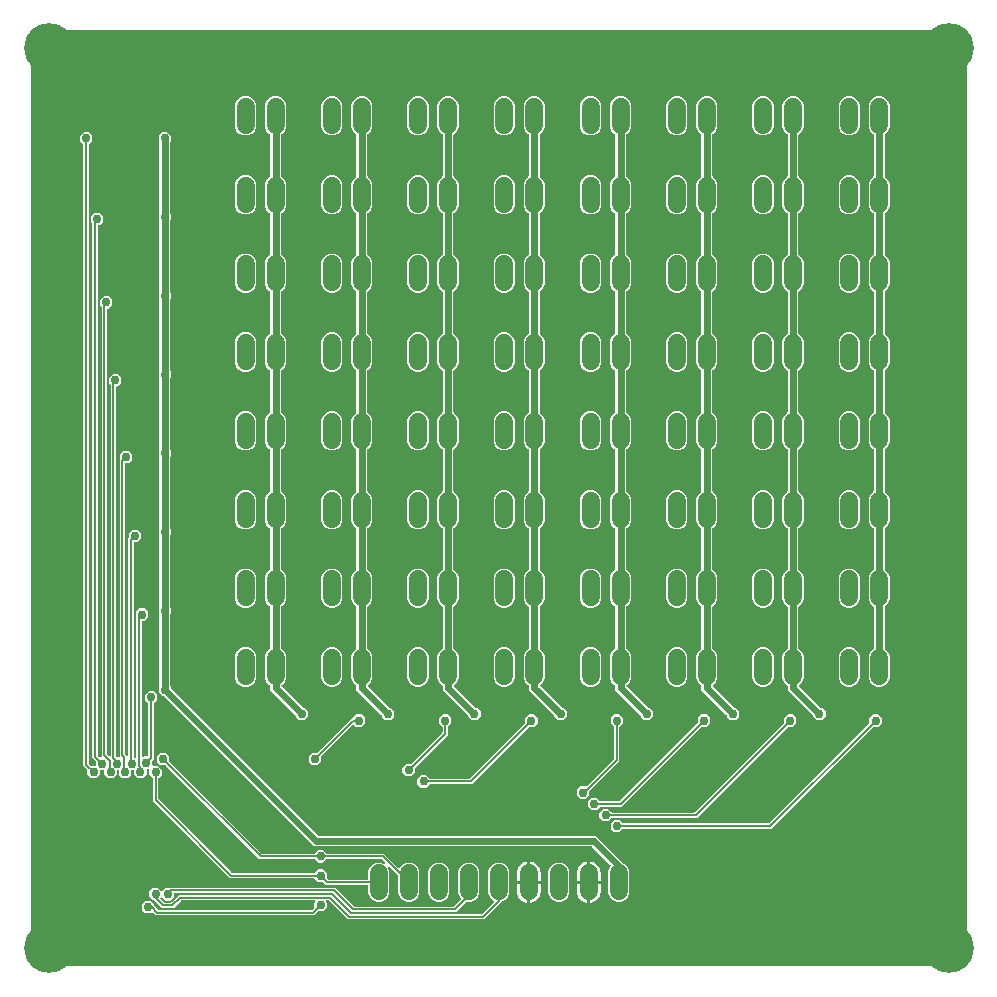
<source format=gbr>
G04 EAGLE Gerber RS-274X export*
G75*
%MOMM*%
%FSLAX34Y34*%
%LPD*%
%INBottom Copper*%
%IPPOS*%
%AMOC8*
5,1,8,0,0,1.08239X$1,22.5*%
G01*
%ADD10C,1.508000*%
%ADD11C,4.216000*%
%ADD12C,0.756400*%
%ADD13C,0.609600*%
%ADD14C,0.152400*%

G36*
X787418Y10164D02*
X787418Y10164D01*
X787450Y10162D01*
X789340Y10286D01*
X789363Y10292D01*
X789487Y10311D01*
X793138Y11289D01*
X793152Y11295D01*
X793167Y11297D01*
X793321Y11365D01*
X796594Y13255D01*
X796606Y13265D01*
X796621Y13271D01*
X796752Y13376D01*
X799424Y16048D01*
X799434Y16061D01*
X799446Y16071D01*
X799545Y16206D01*
X801435Y19479D01*
X801441Y19494D01*
X801450Y19506D01*
X801511Y19662D01*
X802489Y23313D01*
X802492Y23337D01*
X802514Y23460D01*
X802638Y25350D01*
X802636Y25369D01*
X802639Y25400D01*
X802639Y787400D01*
X802636Y787418D01*
X802638Y787436D01*
X802637Y787441D01*
X802638Y787450D01*
X802514Y789340D01*
X802508Y789363D01*
X802489Y789487D01*
X801511Y793138D01*
X801505Y793152D01*
X801503Y793167D01*
X801435Y793321D01*
X799545Y796594D01*
X799535Y796606D01*
X799529Y796621D01*
X799424Y796752D01*
X796752Y799424D01*
X796739Y799434D01*
X796729Y799446D01*
X796594Y799545D01*
X793321Y801435D01*
X793306Y801441D01*
X793294Y801450D01*
X793158Y801503D01*
X793145Y801509D01*
X793142Y801509D01*
X793138Y801511D01*
X789487Y802489D01*
X789463Y802492D01*
X789340Y802514D01*
X787450Y802638D01*
X787431Y802636D01*
X787400Y802639D01*
X25400Y802639D01*
X25382Y802636D01*
X25350Y802638D01*
X23460Y802514D01*
X23437Y802508D01*
X23313Y802489D01*
X19662Y801511D01*
X19648Y801505D01*
X19633Y801503D01*
X19479Y801435D01*
X16206Y799545D01*
X16194Y799535D01*
X16179Y799529D01*
X16048Y799424D01*
X13376Y796752D01*
X13366Y796739D01*
X13354Y796729D01*
X13255Y796594D01*
X11365Y793321D01*
X11359Y793306D01*
X11350Y793294D01*
X11289Y793138D01*
X10311Y789487D01*
X10308Y789463D01*
X10286Y789340D01*
X10162Y787450D01*
X10164Y787431D01*
X10161Y787400D01*
X10161Y25400D01*
X10164Y25382D01*
X10162Y25350D01*
X10286Y23460D01*
X10292Y23437D01*
X10311Y23313D01*
X11289Y19662D01*
X11295Y19648D01*
X11297Y19633D01*
X11365Y19479D01*
X13255Y16206D01*
X13265Y16194D01*
X13271Y16179D01*
X13376Y16048D01*
X16048Y13376D01*
X16061Y13366D01*
X16071Y13354D01*
X16206Y13255D01*
X19479Y11365D01*
X19494Y11359D01*
X19506Y11350D01*
X19662Y11289D01*
X23313Y10311D01*
X23337Y10308D01*
X23460Y10286D01*
X25350Y10162D01*
X25369Y10164D01*
X25400Y10161D01*
X787400Y10161D01*
X787418Y10164D01*
G37*
%LPC*%
G36*
X302997Y64675D02*
X302997Y64675D01*
X299665Y66055D01*
X297115Y68605D01*
X295735Y71937D01*
X295735Y78232D01*
X295732Y78252D01*
X295734Y78271D01*
X295712Y78373D01*
X295696Y78475D01*
X295686Y78492D01*
X295682Y78512D01*
X295629Y78601D01*
X295580Y78692D01*
X295566Y78706D01*
X295556Y78723D01*
X295477Y78790D01*
X295402Y78862D01*
X295384Y78870D01*
X295369Y78883D01*
X295273Y78922D01*
X295179Y78965D01*
X295159Y78967D01*
X295141Y78975D01*
X294974Y78993D01*
X260264Y78993D01*
X257883Y81374D01*
X257809Y81427D01*
X257740Y81486D01*
X257710Y81499D01*
X257684Y81517D01*
X257597Y81544D01*
X257512Y81578D01*
X257471Y81583D01*
X257448Y81590D01*
X257416Y81589D01*
X257345Y81597D01*
X253389Y81597D01*
X250592Y84394D01*
X250518Y84447D01*
X250449Y84506D01*
X250419Y84519D01*
X250393Y84537D01*
X250306Y84564D01*
X250221Y84598D01*
X250180Y84603D01*
X250158Y84610D01*
X250125Y84609D01*
X250054Y84617D01*
X178942Y84617D01*
X113694Y149865D01*
X113694Y169092D01*
X113679Y169182D01*
X113672Y169273D01*
X113659Y169302D01*
X113654Y169334D01*
X113611Y169415D01*
X113576Y169499D01*
X113550Y169531D01*
X113539Y169552D01*
X113516Y169574D01*
X113471Y169630D01*
X110674Y172427D01*
X110674Y176495D01*
X110671Y176514D01*
X110673Y176534D01*
X110651Y176635D01*
X110634Y176737D01*
X110625Y176755D01*
X110620Y176774D01*
X110567Y176863D01*
X110519Y176955D01*
X110505Y176968D01*
X110494Y176985D01*
X110416Y177053D01*
X110341Y177124D01*
X110323Y177132D01*
X110307Y177145D01*
X110211Y177184D01*
X110118Y177228D01*
X110098Y177230D01*
X110079Y177237D01*
X109913Y177256D01*
X109048Y177256D01*
X109029Y177253D01*
X109009Y177255D01*
X108908Y177233D01*
X108806Y177216D01*
X108788Y177207D01*
X108769Y177202D01*
X108680Y177149D01*
X108588Y177101D01*
X108575Y177087D01*
X108558Y177076D01*
X108490Y176998D01*
X108419Y176923D01*
X108411Y176905D01*
X108398Y176889D01*
X108359Y176793D01*
X108315Y176700D01*
X108313Y176680D01*
X108306Y176661D01*
X108287Y176495D01*
X108287Y172427D01*
X105179Y169318D01*
X100782Y169318D01*
X97674Y172427D01*
X97674Y175533D01*
X97671Y175553D01*
X97673Y175573D01*
X97651Y175674D01*
X97634Y175776D01*
X97625Y175793D01*
X97620Y175813D01*
X97567Y175902D01*
X97519Y175993D01*
X97505Y176007D01*
X97494Y176024D01*
X97416Y176091D01*
X97341Y176163D01*
X97323Y176171D01*
X97307Y176184D01*
X97211Y176223D01*
X97118Y176266D01*
X97098Y176268D01*
X97079Y176276D01*
X96913Y176294D01*
X96068Y176294D01*
X96048Y176291D01*
X96028Y176293D01*
X95927Y176271D01*
X95825Y176255D01*
X95807Y176245D01*
X95788Y176241D01*
X95699Y176188D01*
X95608Y176139D01*
X95594Y176125D01*
X95577Y176115D01*
X95509Y176036D01*
X95438Y175961D01*
X95430Y175943D01*
X95417Y175928D01*
X95378Y175832D01*
X95335Y175738D01*
X95332Y175718D01*
X95325Y175700D01*
X95306Y175533D01*
X95306Y172427D01*
X92198Y169318D01*
X87802Y169318D01*
X84693Y172427D01*
X84693Y175777D01*
X84690Y175797D01*
X84692Y175816D01*
X84670Y175918D01*
X84653Y176020D01*
X84644Y176037D01*
X84640Y176057D01*
X84586Y176146D01*
X84538Y176237D01*
X84524Y176251D01*
X84513Y176268D01*
X84435Y176335D01*
X84360Y176406D01*
X84342Y176415D01*
X84327Y176428D01*
X84230Y176467D01*
X84137Y176510D01*
X84117Y176512D01*
X84098Y176520D01*
X83932Y176538D01*
X83912Y176535D01*
X83892Y176537D01*
X83791Y176515D01*
X83689Y176498D01*
X83671Y176489D01*
X83652Y176485D01*
X83563Y176432D01*
X83472Y176383D01*
X83458Y176369D01*
X83441Y176359D01*
X83373Y176280D01*
X83302Y176205D01*
X83294Y176187D01*
X83281Y176172D01*
X83242Y176076D01*
X83199Y175982D01*
X83196Y175962D01*
X83189Y175944D01*
X83170Y175777D01*
X83170Y172351D01*
X80062Y169242D01*
X75666Y169242D01*
X72557Y172351D01*
X72557Y175777D01*
X72554Y175797D01*
X72556Y175816D01*
X72534Y175918D01*
X72517Y176020D01*
X72508Y176037D01*
X72504Y176057D01*
X72450Y176146D01*
X72402Y176237D01*
X72388Y176251D01*
X72377Y176268D01*
X72299Y176335D01*
X72224Y176406D01*
X72206Y176415D01*
X72191Y176428D01*
X72094Y176467D01*
X72001Y176510D01*
X71981Y176512D01*
X71962Y176520D01*
X71796Y176538D01*
X69568Y176538D01*
X69548Y176535D01*
X69529Y176537D01*
X69427Y176515D01*
X69325Y176498D01*
X69308Y176489D01*
X69288Y176485D01*
X69199Y176432D01*
X69108Y176383D01*
X69094Y176369D01*
X69077Y176359D01*
X69010Y176280D01*
X68938Y176205D01*
X68930Y176187D01*
X68917Y176172D01*
X68878Y176076D01*
X68835Y175982D01*
X68833Y175962D01*
X68825Y175944D01*
X68807Y175777D01*
X68807Y172427D01*
X65698Y169318D01*
X61302Y169318D01*
X58193Y172427D01*
X58193Y176382D01*
X58179Y176473D01*
X58171Y176563D01*
X58159Y176593D01*
X58154Y176625D01*
X58111Y176706D01*
X58075Y176790D01*
X58049Y176822D01*
X58038Y176843D01*
X58015Y176865D01*
X57970Y176921D01*
X54863Y180028D01*
X54863Y705667D01*
X54849Y705757D01*
X54841Y705848D01*
X54829Y705877D01*
X54824Y705909D01*
X54781Y705990D01*
X54745Y706074D01*
X54719Y706106D01*
X54708Y706127D01*
X54685Y706149D01*
X54640Y706205D01*
X51843Y709002D01*
X51843Y713398D01*
X54952Y716507D01*
X59348Y716507D01*
X62457Y713398D01*
X62457Y709002D01*
X59660Y706205D01*
X59607Y706131D01*
X59547Y706061D01*
X59535Y706031D01*
X59516Y706005D01*
X59489Y705918D01*
X59455Y705833D01*
X59451Y705792D01*
X59444Y705770D01*
X59445Y705738D01*
X59437Y705667D01*
X59437Y182238D01*
X59451Y182147D01*
X59459Y182057D01*
X59471Y182027D01*
X59476Y181995D01*
X59519Y181914D01*
X59555Y181830D01*
X59581Y181798D01*
X59592Y181777D01*
X59615Y181755D01*
X59660Y181699D01*
X61204Y180155D01*
X61278Y180102D01*
X61348Y180042D01*
X61378Y180030D01*
X61404Y180011D01*
X61491Y179984D01*
X61576Y179950D01*
X61617Y179946D01*
X61639Y179939D01*
X61671Y179940D01*
X61743Y179932D01*
X64652Y179932D01*
X64672Y179935D01*
X64691Y179933D01*
X64793Y179955D01*
X64895Y179971D01*
X64912Y179981D01*
X64932Y179985D01*
X65021Y180038D01*
X65112Y180087D01*
X65126Y180101D01*
X65143Y180111D01*
X65210Y180190D01*
X65281Y180265D01*
X65290Y180283D01*
X65303Y180298D01*
X65342Y180394D01*
X65385Y180488D01*
X65387Y180508D01*
X65395Y180526D01*
X65413Y180693D01*
X65413Y183602D01*
X65398Y183693D01*
X65391Y183783D01*
X65379Y183813D01*
X65373Y183845D01*
X65331Y183926D01*
X65295Y184010D01*
X65269Y184042D01*
X65258Y184063D01*
X65235Y184085D01*
X65190Y184141D01*
X62519Y186812D01*
X62519Y638992D01*
X62504Y639082D01*
X62497Y639173D01*
X62484Y639202D01*
X62479Y639234D01*
X62436Y639315D01*
X62401Y639399D01*
X62375Y639431D01*
X62364Y639452D01*
X62341Y639474D01*
X62296Y639530D01*
X61086Y640739D01*
X61086Y645136D01*
X64195Y648244D01*
X68591Y648244D01*
X71700Y645136D01*
X71700Y640739D01*
X68591Y637631D01*
X67853Y637631D01*
X67834Y637628D01*
X67814Y637630D01*
X67713Y637608D01*
X67611Y637591D01*
X67593Y637582D01*
X67574Y637577D01*
X67485Y637524D01*
X67393Y637476D01*
X67380Y637462D01*
X67363Y637451D01*
X67295Y637373D01*
X67224Y637298D01*
X67216Y637280D01*
X67203Y637264D01*
X67164Y637168D01*
X67120Y637075D01*
X67118Y637055D01*
X67111Y637036D01*
X67092Y636870D01*
X67092Y189022D01*
X67093Y189015D01*
X67094Y189013D01*
X67107Y188932D01*
X67114Y188841D01*
X67127Y188811D01*
X67132Y188779D01*
X67175Y188698D01*
X67210Y188615D01*
X67236Y188582D01*
X67247Y188562D01*
X67270Y188540D01*
X67315Y188484D01*
X68424Y187375D01*
X68498Y187322D01*
X68568Y187262D01*
X68598Y187250D01*
X68624Y187231D01*
X68711Y187204D01*
X68796Y187170D01*
X68837Y187166D01*
X68859Y187159D01*
X68891Y187160D01*
X68962Y187152D01*
X69413Y187152D01*
X69433Y187155D01*
X69452Y187153D01*
X69554Y187175D01*
X69656Y187191D01*
X69673Y187201D01*
X69693Y187205D01*
X69782Y187258D01*
X69873Y187306D01*
X69887Y187321D01*
X69904Y187331D01*
X69971Y187410D01*
X70043Y187485D01*
X70051Y187503D01*
X70064Y187518D01*
X70103Y187614D01*
X70146Y187708D01*
X70148Y187728D01*
X70156Y187746D01*
X70174Y187913D01*
X70174Y568386D01*
X70160Y568476D01*
X70152Y568567D01*
X70140Y568596D01*
X70135Y568628D01*
X70092Y568709D01*
X70056Y568793D01*
X70030Y568825D01*
X70019Y568846D01*
X69996Y568868D01*
X69951Y568924D01*
X68742Y570133D01*
X68742Y574530D01*
X71850Y577638D01*
X76247Y577638D01*
X79355Y574530D01*
X79355Y570133D01*
X76247Y567025D01*
X75509Y567025D01*
X75489Y567022D01*
X75470Y567024D01*
X75368Y567002D01*
X75266Y566985D01*
X75249Y566976D01*
X75229Y566971D01*
X75140Y566918D01*
X75049Y566870D01*
X75035Y566856D01*
X75018Y566845D01*
X74951Y566767D01*
X74879Y566692D01*
X74871Y566674D01*
X74858Y566658D01*
X74819Y566562D01*
X74776Y566469D01*
X74774Y566449D01*
X74766Y566430D01*
X74748Y566264D01*
X74748Y189948D01*
X74762Y189858D01*
X74770Y189767D01*
X74782Y189737D01*
X74787Y189705D01*
X74830Y189625D01*
X74866Y189541D01*
X74892Y189508D01*
X74903Y189488D01*
X74926Y189466D01*
X74971Y189410D01*
X76530Y187850D01*
X76588Y187808D01*
X76640Y187759D01*
X76688Y187737D01*
X76730Y187707D01*
X76798Y187685D01*
X76864Y187655D01*
X76915Y187649D01*
X76965Y187634D01*
X77037Y187636D01*
X77108Y187628D01*
X77159Y187639D01*
X77211Y187641D01*
X77278Y187665D01*
X77348Y187680D01*
X77393Y187707D01*
X77442Y187725D01*
X77498Y187770D01*
X77559Y187807D01*
X77593Y187846D01*
X77634Y187879D01*
X77673Y187939D01*
X77719Y187993D01*
X77739Y188042D01*
X77767Y188086D01*
X77784Y188155D01*
X77811Y188222D01*
X77819Y188293D01*
X77827Y188324D01*
X77825Y188347D01*
X77830Y188388D01*
X77830Y502467D01*
X77815Y502557D01*
X77808Y502648D01*
X77795Y502677D01*
X77790Y502709D01*
X77747Y502790D01*
X77712Y502874D01*
X77686Y502906D01*
X77675Y502927D01*
X77652Y502949D01*
X77607Y503005D01*
X76397Y504214D01*
X76397Y508611D01*
X79506Y511719D01*
X83902Y511719D01*
X87011Y508611D01*
X87011Y504214D01*
X83902Y501106D01*
X83164Y501106D01*
X83145Y501103D01*
X83125Y501105D01*
X83024Y501083D01*
X82922Y501066D01*
X82904Y501057D01*
X82885Y501052D01*
X82796Y500999D01*
X82704Y500951D01*
X82691Y500937D01*
X82674Y500926D01*
X82606Y500848D01*
X82535Y500773D01*
X82527Y500755D01*
X82514Y500739D01*
X82475Y500643D01*
X82431Y500550D01*
X82429Y500530D01*
X82422Y500511D01*
X82403Y500345D01*
X82403Y187998D01*
X82418Y187908D01*
X82425Y187817D01*
X82438Y187788D01*
X82443Y187756D01*
X82486Y187675D01*
X82521Y187591D01*
X82547Y187559D01*
X82558Y187538D01*
X82581Y187516D01*
X82626Y187460D01*
X82712Y187375D01*
X82786Y187322D01*
X82855Y187262D01*
X82885Y187250D01*
X82911Y187231D01*
X82998Y187204D01*
X83083Y187170D01*
X83124Y187166D01*
X83146Y187159D01*
X83179Y187160D01*
X83250Y187152D01*
X84798Y187152D01*
X84869Y187163D01*
X84941Y187165D01*
X84989Y187183D01*
X85041Y187191D01*
X85104Y187225D01*
X85172Y187250D01*
X85212Y187282D01*
X85258Y187306D01*
X85308Y187359D01*
X85364Y187403D01*
X85392Y187447D01*
X85427Y187485D01*
X85458Y187550D01*
X85497Y187610D01*
X85509Y187661D01*
X85531Y187708D01*
X85539Y187779D01*
X85557Y187849D01*
X85552Y187901D01*
X85558Y187952D01*
X85543Y188023D01*
X85537Y188094D01*
X85517Y188142D01*
X85506Y188193D01*
X85485Y188227D01*
X85485Y439121D01*
X85530Y439173D01*
X85542Y439203D01*
X85561Y439229D01*
X85588Y439316D01*
X85622Y439401D01*
X85626Y439442D01*
X85633Y439464D01*
X85632Y439496D01*
X85640Y439568D01*
X85640Y443523D01*
X88749Y446632D01*
X93145Y446632D01*
X96254Y443523D01*
X96254Y439127D01*
X93145Y436018D01*
X90820Y436018D01*
X90800Y436015D01*
X90781Y436017D01*
X90679Y435995D01*
X90577Y435979D01*
X90560Y435969D01*
X90540Y435965D01*
X90451Y435912D01*
X90360Y435863D01*
X90346Y435849D01*
X90329Y435839D01*
X90262Y435760D01*
X90190Y435685D01*
X90182Y435667D01*
X90169Y435652D01*
X90130Y435556D01*
X90087Y435462D01*
X90085Y435442D01*
X90077Y435424D01*
X90059Y435257D01*
X90059Y190512D01*
X90073Y190422D01*
X90081Y190331D01*
X90093Y190301D01*
X90098Y190269D01*
X90141Y190189D01*
X90177Y190105D01*
X90203Y190072D01*
X90214Y190052D01*
X90237Y190030D01*
X90282Y189974D01*
X91664Y188592D01*
X91722Y188550D01*
X91774Y188500D01*
X91821Y188478D01*
X91863Y188448D01*
X91932Y188427D01*
X91997Y188397D01*
X92049Y188391D01*
X92099Y188376D01*
X92170Y188378D01*
X92241Y188370D01*
X92292Y188381D01*
X92344Y188382D01*
X92412Y188407D01*
X92482Y188422D01*
X92527Y188449D01*
X92575Y188466D01*
X92631Y188511D01*
X92693Y188548D01*
X92727Y188588D01*
X92767Y188620D01*
X92806Y188680D01*
X92853Y188735D01*
X92872Y188783D01*
X92900Y188827D01*
X92918Y188897D01*
X92945Y188963D01*
X92953Y189034D01*
X92961Y189066D01*
X92959Y189089D01*
X92963Y189130D01*
X92963Y372446D01*
X93008Y372498D01*
X93020Y372528D01*
X93039Y372554D01*
X93066Y372641D01*
X93100Y372726D01*
X93104Y372767D01*
X93111Y372789D01*
X93110Y372821D01*
X93118Y372893D01*
X93118Y376848D01*
X96227Y379957D01*
X100623Y379957D01*
X103732Y376848D01*
X103732Y372452D01*
X100623Y369343D01*
X98298Y369343D01*
X98278Y369340D01*
X98259Y369342D01*
X98157Y369320D01*
X98055Y369304D01*
X98038Y369294D01*
X98018Y369290D01*
X97929Y369237D01*
X97838Y369188D01*
X97824Y369174D01*
X97807Y369164D01*
X97740Y369085D01*
X97668Y369010D01*
X97660Y368992D01*
X97647Y368977D01*
X97608Y368881D01*
X97565Y368787D01*
X97563Y368767D01*
X97555Y368749D01*
X97537Y368582D01*
X97537Y187669D01*
X97540Y187649D01*
X97538Y187630D01*
X97560Y187528D01*
X97576Y187426D01*
X97586Y187409D01*
X97590Y187389D01*
X97643Y187300D01*
X97692Y187209D01*
X97706Y187195D01*
X97716Y187178D01*
X97795Y187111D01*
X97870Y187040D01*
X97888Y187031D01*
X97903Y187018D01*
X97999Y186979D01*
X98005Y186977D01*
X98358Y186624D01*
X98416Y186582D01*
X98468Y186533D01*
X98515Y186511D01*
X98558Y186481D01*
X98626Y186459D01*
X98691Y186429D01*
X98743Y186424D01*
X98793Y186408D01*
X98864Y186410D01*
X98936Y186402D01*
X98986Y186413D01*
X99038Y186415D01*
X99106Y186439D01*
X99176Y186454D01*
X99221Y186481D01*
X99269Y186499D01*
X99325Y186544D01*
X99387Y186581D01*
X99421Y186620D01*
X99462Y186653D01*
X99500Y186713D01*
X99547Y186768D01*
X99566Y186816D01*
X99595Y186860D01*
X99612Y186929D01*
X99639Y186996D01*
X99647Y187067D01*
X99655Y187098D01*
X99653Y187121D01*
X99657Y187162D01*
X99657Y304990D01*
X99643Y305081D01*
X99635Y305171D01*
X99623Y305201D01*
X99618Y305233D01*
X99575Y305314D01*
X99539Y305398D01*
X99513Y305430D01*
X99503Y305451D01*
X99479Y305473D01*
X99434Y305529D01*
X99186Y305777D01*
X99186Y310173D01*
X102295Y313282D01*
X106691Y313282D01*
X109800Y310173D01*
X109800Y305777D01*
X106691Y302668D01*
X104992Y302668D01*
X104972Y302665D01*
X104953Y302667D01*
X104851Y302645D01*
X104749Y302629D01*
X104732Y302619D01*
X104712Y302615D01*
X104623Y302562D01*
X104532Y302513D01*
X104518Y302499D01*
X104501Y302489D01*
X104434Y302410D01*
X104363Y302335D01*
X104354Y302317D01*
X104341Y302302D01*
X104302Y302206D01*
X104259Y302112D01*
X104257Y302092D01*
X104249Y302074D01*
X104231Y301907D01*
X104231Y188124D01*
X104242Y188053D01*
X104244Y187981D01*
X104262Y187932D01*
X104271Y187881D01*
X104304Y187818D01*
X104329Y187750D01*
X104361Y187710D01*
X104386Y187664D01*
X104438Y187614D01*
X104482Y187558D01*
X104526Y187530D01*
X104564Y187494D01*
X104629Y187464D01*
X104689Y187425D01*
X104740Y187413D01*
X104787Y187391D01*
X104858Y187383D01*
X104928Y187365D01*
X104980Y187369D01*
X105032Y187364D01*
X105102Y187379D01*
X105173Y187384D01*
X105221Y187405D01*
X105272Y187416D01*
X105333Y187453D01*
X105399Y187481D01*
X105455Y187526D01*
X105483Y187542D01*
X105498Y187560D01*
X105530Y187586D01*
X105814Y187869D01*
X109101Y187869D01*
X109120Y187872D01*
X109140Y187870D01*
X109241Y187892D01*
X109343Y187909D01*
X109361Y187918D01*
X109380Y187923D01*
X109469Y187976D01*
X109561Y188024D01*
X109574Y188038D01*
X109591Y188049D01*
X109659Y188127D01*
X109730Y188202D01*
X109738Y188220D01*
X109751Y188236D01*
X109790Y188332D01*
X109834Y188425D01*
X109836Y188445D01*
X109843Y188464D01*
X109862Y188630D01*
X109862Y232592D01*
X109847Y232682D01*
X109840Y232773D01*
X109827Y232802D01*
X109822Y232834D01*
X109779Y232915D01*
X109744Y232999D01*
X109718Y233031D01*
X109707Y233052D01*
X109684Y233074D01*
X109639Y233130D01*
X106842Y235927D01*
X106842Y240323D01*
X109950Y243432D01*
X114347Y243432D01*
X117455Y240323D01*
X117455Y235927D01*
X114658Y233130D01*
X114605Y233056D01*
X114546Y232986D01*
X114533Y232956D01*
X114515Y232930D01*
X114488Y232843D01*
X114454Y232758D01*
X114449Y232717D01*
X114442Y232695D01*
X114443Y232663D01*
X114435Y232592D01*
X114435Y185752D01*
X113542Y184858D01*
X113489Y184784D01*
X113429Y184715D01*
X113417Y184685D01*
X113398Y184659D01*
X113371Y184572D01*
X113337Y184487D01*
X113333Y184446D01*
X113326Y184423D01*
X113327Y184391D01*
X113319Y184320D01*
X113319Y180693D01*
X113322Y180673D01*
X113320Y180654D01*
X113342Y180552D01*
X113359Y180450D01*
X113368Y180433D01*
X113372Y180413D01*
X113425Y180324D01*
X113474Y180233D01*
X113488Y180219D01*
X113498Y180202D01*
X113577Y180135D01*
X113652Y180063D01*
X113670Y180055D01*
X113685Y180042D01*
X113781Y180003D01*
X113875Y179960D01*
X113895Y179958D01*
X113913Y179950D01*
X114080Y179932D01*
X118179Y179932D01*
X121287Y176823D01*
X121287Y172427D01*
X118490Y169630D01*
X118437Y169556D01*
X118378Y169486D01*
X118365Y169456D01*
X118347Y169430D01*
X118320Y169343D01*
X118286Y169258D01*
X118281Y169217D01*
X118274Y169195D01*
X118275Y169163D01*
X118267Y169092D01*
X118267Y152075D01*
X118282Y151985D01*
X118289Y151894D01*
X118302Y151864D01*
X118307Y151832D01*
X118350Y151752D01*
X118385Y151668D01*
X118411Y151636D01*
X118422Y151615D01*
X118445Y151593D01*
X118490Y151537D01*
X180614Y89413D01*
X180688Y89360D01*
X180757Y89301D01*
X180787Y89288D01*
X180813Y89270D01*
X180900Y89243D01*
X180985Y89209D01*
X181026Y89204D01*
X181049Y89197D01*
X181081Y89198D01*
X181152Y89190D01*
X250054Y89190D01*
X250144Y89205D01*
X250235Y89212D01*
X250265Y89225D01*
X250297Y89230D01*
X250377Y89273D01*
X250461Y89308D01*
X250493Y89334D01*
X250514Y89345D01*
X250536Y89368D01*
X250592Y89413D01*
X253389Y92210D01*
X257786Y92210D01*
X260894Y89102D01*
X260894Y85146D01*
X260909Y85056D01*
X260916Y84965D01*
X260929Y84935D01*
X260934Y84903D01*
X260977Y84823D01*
X261012Y84739D01*
X261038Y84707D01*
X261049Y84686D01*
X261072Y84664D01*
X261117Y84608D01*
X261935Y83790D01*
X262009Y83737D01*
X262079Y83677D01*
X262109Y83665D01*
X262135Y83646D01*
X262222Y83619D01*
X262307Y83585D01*
X262348Y83581D01*
X262370Y83574D01*
X262402Y83575D01*
X262474Y83567D01*
X294974Y83567D01*
X294994Y83570D01*
X295013Y83568D01*
X295115Y83590D01*
X295217Y83606D01*
X295234Y83616D01*
X295254Y83620D01*
X295343Y83673D01*
X295434Y83722D01*
X295448Y83736D01*
X295465Y83746D01*
X295532Y83825D01*
X295604Y83900D01*
X295612Y83918D01*
X295625Y83933D01*
X295664Y84029D01*
X295707Y84123D01*
X295709Y84143D01*
X295717Y84161D01*
X295735Y84328D01*
X295735Y90623D01*
X297115Y93955D01*
X299665Y96505D01*
X302997Y97885D01*
X306603Y97885D01*
X309483Y96692D01*
X309578Y96670D01*
X309671Y96641D01*
X309697Y96642D01*
X309723Y96636D01*
X309819Y96645D01*
X309917Y96647D01*
X309941Y96656D01*
X309967Y96659D01*
X310056Y96698D01*
X310148Y96732D01*
X310168Y96748D01*
X310192Y96759D01*
X310264Y96825D01*
X310340Y96885D01*
X310354Y96907D01*
X310373Y96925D01*
X310420Y97011D01*
X310473Y97092D01*
X310479Y97118D01*
X310492Y97141D01*
X310509Y97237D01*
X310533Y97331D01*
X310531Y97357D01*
X310536Y97383D01*
X310521Y97479D01*
X310514Y97576D01*
X310504Y97600D01*
X310500Y97626D01*
X310456Y97713D01*
X310418Y97802D01*
X310397Y97828D01*
X310388Y97845D01*
X310365Y97868D01*
X310313Y97933D01*
X307568Y100678D01*
X307494Y100731D01*
X307425Y100790D01*
X307395Y100802D01*
X307369Y100821D01*
X307281Y100848D01*
X307197Y100882D01*
X307156Y100887D01*
X307133Y100894D01*
X307101Y100893D01*
X307030Y100901D01*
X261121Y100901D01*
X261031Y100886D01*
X260940Y100879D01*
X260910Y100866D01*
X260878Y100861D01*
X260798Y100818D01*
X260714Y100783D01*
X260682Y100757D01*
X260661Y100746D01*
X260639Y100723D01*
X260583Y100678D01*
X257786Y97881D01*
X253389Y97881D01*
X250592Y100678D01*
X250518Y100731D01*
X250449Y100790D01*
X250419Y100803D01*
X250393Y100821D01*
X250306Y100848D01*
X250221Y100882D01*
X250180Y100887D01*
X250158Y100894D01*
X250125Y100893D01*
X250054Y100901D01*
X203840Y100901D01*
X124533Y180208D01*
X124459Y180261D01*
X124390Y180320D01*
X124360Y180333D01*
X124334Y180351D01*
X124247Y180378D01*
X124162Y180412D01*
X124121Y180417D01*
X124098Y180424D01*
X124066Y180423D01*
X123995Y180431D01*
X120039Y180431D01*
X116931Y183539D01*
X116931Y187936D01*
X120039Y191044D01*
X124436Y191044D01*
X127544Y187936D01*
X127544Y183980D01*
X127559Y183890D01*
X127566Y183799D01*
X127579Y183769D01*
X127584Y183737D01*
X127627Y183657D01*
X127662Y183573D01*
X127688Y183541D01*
X127699Y183520D01*
X127722Y183498D01*
X127767Y183442D01*
X205512Y105697D01*
X205586Y105644D01*
X205655Y105585D01*
X205685Y105572D01*
X205711Y105554D01*
X205798Y105527D01*
X205883Y105493D01*
X205924Y105488D01*
X205947Y105481D01*
X205979Y105482D01*
X206050Y105474D01*
X250054Y105474D01*
X250144Y105489D01*
X250235Y105496D01*
X250265Y105509D01*
X250297Y105514D01*
X250377Y105557D01*
X250461Y105592D01*
X250493Y105618D01*
X250514Y105629D01*
X250536Y105652D01*
X250592Y105697D01*
X253389Y108494D01*
X257786Y108494D01*
X260583Y105697D01*
X260657Y105644D01*
X260726Y105585D01*
X260756Y105572D01*
X260782Y105554D01*
X260869Y105527D01*
X260954Y105493D01*
X260995Y105488D01*
X261017Y105481D01*
X261050Y105482D01*
X261121Y105474D01*
X309240Y105474D01*
X310802Y103912D01*
X321195Y93519D01*
X321233Y93492D01*
X321264Y93458D01*
X321332Y93420D01*
X321395Y93375D01*
X321439Y93362D01*
X321479Y93339D01*
X321556Y93326D01*
X321630Y93303D01*
X321676Y93304D01*
X321721Y93296D01*
X321798Y93307D01*
X321876Y93309D01*
X321919Y93325D01*
X321965Y93331D01*
X322034Y93367D01*
X322107Y93393D01*
X322143Y93422D01*
X322184Y93443D01*
X322238Y93499D01*
X322299Y93547D01*
X322324Y93586D01*
X322356Y93619D01*
X322422Y93738D01*
X322432Y93754D01*
X322433Y93759D01*
X322437Y93766D01*
X322515Y93955D01*
X325065Y96505D01*
X328397Y97885D01*
X332003Y97885D01*
X335335Y96505D01*
X337885Y93955D01*
X339265Y90623D01*
X339265Y71937D01*
X337885Y68605D01*
X335335Y66055D01*
X332003Y64675D01*
X328397Y64675D01*
X325065Y66055D01*
X322515Y68605D01*
X321135Y71937D01*
X321135Y86795D01*
X321121Y86886D01*
X321113Y86976D01*
X321101Y87006D01*
X321096Y87038D01*
X321053Y87119D01*
X321017Y87203D01*
X320991Y87235D01*
X320980Y87256D01*
X320957Y87278D01*
X320912Y87334D01*
X313913Y94333D01*
X313834Y94389D01*
X313759Y94452D01*
X313735Y94461D01*
X313714Y94476D01*
X313621Y94505D01*
X313530Y94540D01*
X313504Y94541D01*
X313479Y94549D01*
X313381Y94546D01*
X313284Y94550D01*
X313259Y94543D01*
X313233Y94542D01*
X313141Y94509D01*
X313048Y94482D01*
X313026Y94467D01*
X313002Y94458D01*
X312926Y94397D01*
X312846Y94341D01*
X312830Y94320D01*
X312810Y94304D01*
X312757Y94222D01*
X312699Y94144D01*
X312691Y94119D01*
X312677Y94097D01*
X312653Y94003D01*
X312623Y93910D01*
X312623Y93884D01*
X312617Y93859D01*
X312624Y93762D01*
X312625Y93664D01*
X312634Y93633D01*
X312636Y93613D01*
X312649Y93583D01*
X312672Y93503D01*
X313865Y90623D01*
X313865Y71937D01*
X312485Y68605D01*
X309935Y66055D01*
X306603Y64675D01*
X302997Y64675D01*
G37*
%LPD*%
%LPC*%
G36*
X506197Y64675D02*
X506197Y64675D01*
X502865Y66055D01*
X500315Y68605D01*
X498935Y71937D01*
X498935Y90623D01*
X500315Y93955D01*
X501034Y94673D01*
X501045Y94689D01*
X501061Y94702D01*
X501117Y94789D01*
X501177Y94873D01*
X501183Y94892D01*
X501194Y94909D01*
X501219Y95009D01*
X501249Y95108D01*
X501249Y95128D01*
X501254Y95147D01*
X501246Y95250D01*
X501243Y95354D01*
X501236Y95373D01*
X501235Y95392D01*
X501194Y95487D01*
X501159Y95585D01*
X501146Y95600D01*
X501138Y95619D01*
X501034Y95750D01*
X485275Y111508D01*
X485201Y111561D01*
X485131Y111621D01*
X485101Y111633D01*
X485075Y111652D01*
X484988Y111679D01*
X484903Y111713D01*
X484862Y111717D01*
X484840Y111724D01*
X484808Y111723D01*
X484737Y111731D01*
X250102Y111731D01*
X247200Y114633D01*
X122888Y238945D01*
X122814Y238998D01*
X122744Y239058D01*
X122714Y239070D01*
X122688Y239089D01*
X122601Y239116D01*
X122516Y239150D01*
X122475Y239154D01*
X122453Y239161D01*
X122421Y239160D01*
X122350Y239168D01*
X121627Y239168D01*
X118518Y242277D01*
X118518Y246673D01*
X119029Y247184D01*
X119082Y247258D01*
X119142Y247328D01*
X119154Y247358D01*
X119173Y247384D01*
X119200Y247471D01*
X119234Y247556D01*
X119238Y247597D01*
X119245Y247619D01*
X119244Y247651D01*
X119252Y247722D01*
X119252Y307903D01*
X119238Y307993D01*
X119230Y308084D01*
X119218Y308113D01*
X119213Y308145D01*
X119170Y308226D01*
X119134Y308310D01*
X119108Y308342D01*
X119097Y308363D01*
X119074Y308385D01*
X119029Y308441D01*
X118518Y308952D01*
X118518Y313348D01*
X119029Y313859D01*
X119082Y313933D01*
X119142Y314003D01*
X119154Y314033D01*
X119173Y314059D01*
X119200Y314146D01*
X119234Y314231D01*
X119238Y314272D01*
X119245Y314294D01*
X119244Y314326D01*
X119252Y314397D01*
X119252Y374578D01*
X119238Y374668D01*
X119230Y374759D01*
X119218Y374788D01*
X119213Y374820D01*
X119170Y374901D01*
X119134Y374985D01*
X119108Y375017D01*
X119097Y375038D01*
X119074Y375060D01*
X119029Y375116D01*
X118518Y375627D01*
X118518Y380023D01*
X119029Y380534D01*
X119082Y380608D01*
X119142Y380678D01*
X119154Y380708D01*
X119173Y380734D01*
X119200Y380821D01*
X119234Y380906D01*
X119238Y380947D01*
X119245Y380969D01*
X119244Y381001D01*
X119252Y381072D01*
X119252Y441253D01*
X119238Y441343D01*
X119230Y441434D01*
X119218Y441463D01*
X119213Y441495D01*
X119170Y441576D01*
X119134Y441660D01*
X119108Y441692D01*
X119097Y441713D01*
X119074Y441735D01*
X119029Y441791D01*
X118518Y442302D01*
X118518Y446698D01*
X119029Y447209D01*
X119082Y447283D01*
X119142Y447353D01*
X119154Y447383D01*
X119173Y447409D01*
X119200Y447496D01*
X119234Y447581D01*
X119238Y447622D01*
X119245Y447644D01*
X119244Y447676D01*
X119252Y447747D01*
X119252Y507928D01*
X119238Y508018D01*
X119230Y508109D01*
X119218Y508138D01*
X119213Y508170D01*
X119170Y508251D01*
X119134Y508335D01*
X119108Y508367D01*
X119097Y508388D01*
X119074Y508410D01*
X119029Y508466D01*
X118518Y508977D01*
X118518Y513373D01*
X119029Y513884D01*
X119082Y513958D01*
X119142Y514028D01*
X119154Y514058D01*
X119173Y514084D01*
X119200Y514171D01*
X119234Y514256D01*
X119238Y514297D01*
X119245Y514319D01*
X119244Y514351D01*
X119252Y514422D01*
X119252Y574603D01*
X119238Y574693D01*
X119230Y574784D01*
X119218Y574813D01*
X119213Y574845D01*
X119170Y574926D01*
X119134Y575010D01*
X119108Y575042D01*
X119097Y575063D01*
X119074Y575085D01*
X119029Y575141D01*
X118518Y575652D01*
X118518Y580048D01*
X119029Y580559D01*
X119074Y580621D01*
X119121Y580670D01*
X119128Y580686D01*
X119142Y580703D01*
X119154Y580733D01*
X119173Y580759D01*
X119195Y580830D01*
X119224Y580893D01*
X119226Y580912D01*
X119234Y580931D01*
X119238Y580972D01*
X119245Y580994D01*
X119244Y581026D01*
X119252Y581097D01*
X119252Y641278D01*
X119238Y641368D01*
X119230Y641459D01*
X119218Y641488D01*
X119213Y641520D01*
X119170Y641601D01*
X119134Y641685D01*
X119108Y641717D01*
X119097Y641738D01*
X119074Y641760D01*
X119029Y641816D01*
X118518Y642327D01*
X118518Y646723D01*
X119029Y647234D01*
X119082Y647308D01*
X119142Y647378D01*
X119154Y647408D01*
X119173Y647434D01*
X119200Y647521D01*
X119234Y647606D01*
X119238Y647647D01*
X119245Y647669D01*
X119244Y647701D01*
X119252Y647772D01*
X119252Y707953D01*
X119238Y708043D01*
X119230Y708134D01*
X119218Y708163D01*
X119213Y708195D01*
X119170Y708276D01*
X119134Y708360D01*
X119108Y708392D01*
X119097Y708413D01*
X119074Y708435D01*
X119029Y708491D01*
X118518Y709002D01*
X118518Y713398D01*
X121627Y716507D01*
X126023Y716507D01*
X129132Y713398D01*
X129132Y709002D01*
X128621Y708491D01*
X128568Y708417D01*
X128508Y708347D01*
X128496Y708317D01*
X128477Y708291D01*
X128450Y708204D01*
X128416Y708119D01*
X128412Y708078D01*
X128405Y708056D01*
X128406Y708024D01*
X128398Y707953D01*
X128398Y647772D01*
X128412Y647682D01*
X128420Y647591D01*
X128432Y647562D01*
X128437Y647530D01*
X128480Y647449D01*
X128516Y647365D01*
X128542Y647333D01*
X128553Y647312D01*
X128576Y647290D01*
X128621Y647234D01*
X129132Y646723D01*
X129132Y642327D01*
X128621Y641816D01*
X128568Y641742D01*
X128508Y641672D01*
X128496Y641642D01*
X128477Y641616D01*
X128450Y641529D01*
X128416Y641444D01*
X128412Y641403D01*
X128405Y641381D01*
X128406Y641349D01*
X128398Y641278D01*
X128398Y581097D01*
X128401Y581078D01*
X128399Y581059D01*
X128414Y580989D01*
X128420Y580916D01*
X128432Y580887D01*
X128437Y580855D01*
X128447Y580837D01*
X128451Y580818D01*
X128487Y580759D01*
X128516Y580690D01*
X128542Y580658D01*
X128553Y580637D01*
X128568Y580623D01*
X128577Y580607D01*
X128593Y580594D01*
X128621Y580559D01*
X129132Y580048D01*
X129132Y575652D01*
X128621Y575141D01*
X128568Y575067D01*
X128508Y574997D01*
X128496Y574967D01*
X128477Y574941D01*
X128450Y574854D01*
X128416Y574769D01*
X128412Y574728D01*
X128405Y574706D01*
X128406Y574674D01*
X128398Y574603D01*
X128398Y514422D01*
X128412Y514332D01*
X128420Y514241D01*
X128432Y514212D01*
X128437Y514180D01*
X128480Y514099D01*
X128516Y514015D01*
X128542Y513983D01*
X128553Y513962D01*
X128576Y513940D01*
X128621Y513884D01*
X129132Y513373D01*
X129132Y508977D01*
X128621Y508466D01*
X128568Y508392D01*
X128508Y508322D01*
X128496Y508292D01*
X128477Y508266D01*
X128450Y508179D01*
X128416Y508094D01*
X128412Y508053D01*
X128405Y508031D01*
X128406Y507999D01*
X128398Y507928D01*
X128398Y447747D01*
X128412Y447657D01*
X128420Y447566D01*
X128432Y447537D01*
X128437Y447505D01*
X128480Y447424D01*
X128516Y447340D01*
X128542Y447308D01*
X128553Y447287D01*
X128576Y447265D01*
X128621Y447209D01*
X129132Y446698D01*
X129132Y442302D01*
X128621Y441791D01*
X128568Y441717D01*
X128508Y441647D01*
X128496Y441617D01*
X128477Y441591D01*
X128450Y441504D01*
X128416Y441419D01*
X128412Y441378D01*
X128405Y441356D01*
X128406Y441324D01*
X128398Y441253D01*
X128398Y381072D01*
X128412Y380982D01*
X128420Y380891D01*
X128432Y380862D01*
X128437Y380830D01*
X128480Y380749D01*
X128516Y380665D01*
X128542Y380633D01*
X128553Y380612D01*
X128576Y380590D01*
X128621Y380534D01*
X129132Y380023D01*
X129132Y375627D01*
X128621Y375116D01*
X128568Y375042D01*
X128508Y374972D01*
X128496Y374942D01*
X128477Y374916D01*
X128450Y374829D01*
X128416Y374744D01*
X128412Y374703D01*
X128405Y374681D01*
X128406Y374649D01*
X128398Y374578D01*
X128398Y314397D01*
X128412Y314307D01*
X128420Y314216D01*
X128432Y314187D01*
X128437Y314155D01*
X128480Y314074D01*
X128516Y313990D01*
X128542Y313958D01*
X128553Y313937D01*
X128576Y313915D01*
X128621Y313859D01*
X129132Y313348D01*
X129132Y308952D01*
X128621Y308441D01*
X128568Y308367D01*
X128508Y308297D01*
X128496Y308267D01*
X128477Y308241D01*
X128450Y308154D01*
X128416Y308069D01*
X128412Y308028D01*
X128405Y308006D01*
X128406Y307974D01*
X128398Y307903D01*
X128398Y247722D01*
X128412Y247632D01*
X128420Y247541D01*
X128432Y247512D01*
X128437Y247480D01*
X128480Y247399D01*
X128516Y247315D01*
X128542Y247283D01*
X128553Y247262D01*
X128576Y247240D01*
X128621Y247184D01*
X129132Y246673D01*
X129132Y245950D01*
X129146Y245860D01*
X129154Y245769D01*
X129166Y245740D01*
X129171Y245708D01*
X129214Y245627D01*
X129250Y245543D01*
X129276Y245511D01*
X129287Y245490D01*
X129310Y245468D01*
X129355Y245412D01*
X253667Y121100D01*
X253741Y121047D01*
X253811Y120987D01*
X253841Y120975D01*
X253867Y120956D01*
X253954Y120929D01*
X254039Y120895D01*
X254080Y120891D01*
X254102Y120884D01*
X254134Y120885D01*
X254205Y120877D01*
X488840Y120877D01*
X512593Y97124D01*
X512609Y97015D01*
X512611Y97010D01*
X512612Y97003D01*
X512667Y96900D01*
X512720Y96796D01*
X512725Y96792D01*
X512728Y96786D01*
X512812Y96706D01*
X512896Y96624D01*
X512902Y96620D01*
X512906Y96617D01*
X512923Y96609D01*
X513043Y96543D01*
X513135Y96505D01*
X515685Y93955D01*
X517065Y90623D01*
X517065Y71937D01*
X515685Y68605D01*
X513135Y66055D01*
X509803Y64675D01*
X506197Y64675D01*
G37*
%LPD*%
%LPC*%
G36*
X310539Y218531D02*
X310539Y218531D01*
X307431Y221639D01*
X307431Y222362D01*
X307416Y222452D01*
X307409Y222543D01*
X307396Y222573D01*
X307391Y222605D01*
X307348Y222686D01*
X307313Y222769D01*
X307287Y222802D01*
X307276Y222822D01*
X307253Y222844D01*
X307208Y222900D01*
X285940Y244168D01*
X285940Y247559D01*
X285921Y247674D01*
X285904Y247790D01*
X285901Y247795D01*
X285900Y247802D01*
X285846Y247904D01*
X285792Y248009D01*
X285788Y248013D01*
X285785Y248019D01*
X285701Y248099D01*
X285617Y248181D01*
X285610Y248185D01*
X285607Y248188D01*
X285590Y248196D01*
X285470Y248262D01*
X285378Y248300D01*
X282828Y250850D01*
X281448Y254182D01*
X281448Y272868D01*
X282828Y276200D01*
X285378Y278750D01*
X285470Y278788D01*
X285570Y278850D01*
X285669Y278909D01*
X285673Y278914D01*
X285679Y278917D01*
X285754Y279008D01*
X285829Y279096D01*
X285832Y279102D01*
X285836Y279107D01*
X285877Y279215D01*
X285921Y279324D01*
X285922Y279332D01*
X285924Y279337D01*
X285925Y279355D01*
X285940Y279491D01*
X285940Y314234D01*
X285921Y314349D01*
X285904Y314465D01*
X285901Y314470D01*
X285900Y314477D01*
X285846Y314579D01*
X285792Y314684D01*
X285788Y314688D01*
X285785Y314694D01*
X285701Y314774D01*
X285617Y314856D01*
X285610Y314860D01*
X285607Y314863D01*
X285590Y314871D01*
X285470Y314937D01*
X285378Y314975D01*
X282828Y317525D01*
X281448Y320857D01*
X281448Y339543D01*
X282828Y342875D01*
X285378Y345425D01*
X285470Y345463D01*
X285570Y345525D01*
X285669Y345584D01*
X285673Y345589D01*
X285679Y345592D01*
X285754Y345683D01*
X285829Y345771D01*
X285832Y345777D01*
X285836Y345782D01*
X285877Y345890D01*
X285921Y345999D01*
X285922Y346007D01*
X285924Y346012D01*
X285925Y346030D01*
X285940Y346166D01*
X285940Y380909D01*
X285938Y380921D01*
X285939Y380929D01*
X285930Y380971D01*
X285921Y381024D01*
X285904Y381140D01*
X285901Y381145D01*
X285900Y381152D01*
X285846Y381254D01*
X285792Y381359D01*
X285788Y381363D01*
X285785Y381369D01*
X285701Y381449D01*
X285617Y381531D01*
X285610Y381535D01*
X285607Y381538D01*
X285590Y381546D01*
X285470Y381612D01*
X285378Y381650D01*
X282828Y384200D01*
X281448Y387532D01*
X281448Y406218D01*
X282828Y409550D01*
X285378Y412100D01*
X285470Y412138D01*
X285570Y412200D01*
X285669Y412259D01*
X285673Y412264D01*
X285679Y412267D01*
X285754Y412358D01*
X285829Y412446D01*
X285832Y412452D01*
X285836Y412457D01*
X285877Y412565D01*
X285921Y412674D01*
X285922Y412682D01*
X285924Y412687D01*
X285925Y412705D01*
X285940Y412841D01*
X285940Y447584D01*
X285921Y447699D01*
X285904Y447815D01*
X285901Y447820D01*
X285900Y447827D01*
X285846Y447929D01*
X285792Y448034D01*
X285788Y448038D01*
X285785Y448044D01*
X285701Y448124D01*
X285617Y448206D01*
X285610Y448210D01*
X285607Y448213D01*
X285590Y448221D01*
X285470Y448287D01*
X285378Y448325D01*
X282828Y450875D01*
X281448Y454207D01*
X281448Y472893D01*
X282828Y476225D01*
X285378Y478775D01*
X285470Y478813D01*
X285570Y478875D01*
X285669Y478934D01*
X285673Y478939D01*
X285679Y478942D01*
X285754Y479033D01*
X285829Y479121D01*
X285832Y479127D01*
X285836Y479132D01*
X285877Y479240D01*
X285921Y479349D01*
X285922Y479357D01*
X285924Y479362D01*
X285925Y479380D01*
X285940Y479516D01*
X285940Y514259D01*
X285921Y514374D01*
X285904Y514490D01*
X285901Y514495D01*
X285900Y514502D01*
X285846Y514604D01*
X285792Y514709D01*
X285788Y514713D01*
X285785Y514719D01*
X285701Y514799D01*
X285617Y514881D01*
X285610Y514885D01*
X285607Y514888D01*
X285590Y514896D01*
X285470Y514962D01*
X285378Y515000D01*
X282828Y517550D01*
X281448Y520882D01*
X281448Y539568D01*
X282828Y542900D01*
X285378Y545450D01*
X285470Y545488D01*
X285570Y545550D01*
X285669Y545609D01*
X285673Y545614D01*
X285679Y545617D01*
X285754Y545708D01*
X285829Y545796D01*
X285832Y545802D01*
X285836Y545807D01*
X285877Y545915D01*
X285921Y546024D01*
X285922Y546032D01*
X285924Y546037D01*
X285925Y546055D01*
X285940Y546191D01*
X285940Y580934D01*
X285921Y581049D01*
X285904Y581165D01*
X285901Y581170D01*
X285900Y581177D01*
X285846Y581279D01*
X285792Y581384D01*
X285788Y581388D01*
X285785Y581394D01*
X285701Y581474D01*
X285617Y581556D01*
X285610Y581560D01*
X285607Y581563D01*
X285590Y581571D01*
X285470Y581637D01*
X285378Y581675D01*
X282828Y584225D01*
X281448Y587557D01*
X281448Y606243D01*
X282828Y609575D01*
X285378Y612125D01*
X285470Y612163D01*
X285570Y612225D01*
X285669Y612284D01*
X285673Y612289D01*
X285679Y612292D01*
X285754Y612383D01*
X285829Y612471D01*
X285832Y612477D01*
X285836Y612482D01*
X285877Y612589D01*
X285921Y612699D01*
X285922Y612707D01*
X285924Y612712D01*
X285925Y612730D01*
X285940Y612866D01*
X285940Y647609D01*
X285921Y647724D01*
X285904Y647840D01*
X285901Y647845D01*
X285900Y647852D01*
X285846Y647954D01*
X285792Y648059D01*
X285788Y648063D01*
X285785Y648069D01*
X285701Y648149D01*
X285617Y648231D01*
X285610Y648235D01*
X285607Y648238D01*
X285590Y648246D01*
X285470Y648312D01*
X285378Y648350D01*
X282828Y650900D01*
X281448Y654232D01*
X281448Y672918D01*
X282828Y676250D01*
X285378Y678800D01*
X285470Y678838D01*
X285570Y678900D01*
X285669Y678959D01*
X285673Y678964D01*
X285679Y678967D01*
X285754Y679058D01*
X285829Y679146D01*
X285832Y679152D01*
X285836Y679157D01*
X285877Y679265D01*
X285921Y679374D01*
X285922Y679382D01*
X285924Y679387D01*
X285925Y679405D01*
X285940Y679541D01*
X285940Y714284D01*
X285921Y714399D01*
X285904Y714515D01*
X285901Y714520D01*
X285900Y714527D01*
X285846Y714629D01*
X285792Y714734D01*
X285788Y714738D01*
X285785Y714744D01*
X285701Y714824D01*
X285617Y714906D01*
X285610Y714910D01*
X285607Y714913D01*
X285590Y714921D01*
X285470Y714987D01*
X285378Y715025D01*
X282828Y717575D01*
X281448Y720907D01*
X281448Y739593D01*
X282828Y742925D01*
X285378Y745475D01*
X288709Y746855D01*
X292316Y746855D01*
X295647Y745475D01*
X298197Y742925D01*
X299577Y739593D01*
X299577Y720907D01*
X298197Y717575D01*
X295647Y715025D01*
X295555Y714987D01*
X295455Y714925D01*
X295356Y714866D01*
X295352Y714861D01*
X295346Y714858D01*
X295271Y714767D01*
X295196Y714679D01*
X295193Y714673D01*
X295189Y714668D01*
X295148Y714560D01*
X295104Y714451D01*
X295103Y714443D01*
X295101Y714438D01*
X295100Y714420D01*
X295085Y714284D01*
X295085Y679541D01*
X295104Y679426D01*
X295121Y679310D01*
X295124Y679305D01*
X295125Y679298D01*
X295179Y679196D01*
X295233Y679091D01*
X295237Y679087D01*
X295240Y679081D01*
X295324Y679001D01*
X295408Y678919D01*
X295415Y678915D01*
X295418Y678912D01*
X295435Y678904D01*
X295555Y678838D01*
X295647Y678800D01*
X298197Y676250D01*
X299577Y672918D01*
X299577Y654232D01*
X298197Y650900D01*
X295647Y648350D01*
X295555Y648312D01*
X295455Y648250D01*
X295356Y648191D01*
X295352Y648186D01*
X295346Y648183D01*
X295271Y648092D01*
X295196Y648004D01*
X295193Y647998D01*
X295189Y647993D01*
X295147Y647883D01*
X295104Y647776D01*
X295103Y647768D01*
X295101Y647763D01*
X295100Y647745D01*
X295085Y647609D01*
X295085Y612866D01*
X295104Y612751D01*
X295121Y612635D01*
X295124Y612630D01*
X295125Y612623D01*
X295179Y612521D01*
X295233Y612416D01*
X295237Y612412D01*
X295240Y612406D01*
X295324Y612326D01*
X295408Y612244D01*
X295415Y612240D01*
X295418Y612237D01*
X295435Y612229D01*
X295555Y612163D01*
X295647Y612125D01*
X298197Y609575D01*
X299577Y606243D01*
X299577Y587557D01*
X298197Y584225D01*
X295647Y581675D01*
X295555Y581637D01*
X295455Y581575D01*
X295356Y581516D01*
X295352Y581511D01*
X295346Y581508D01*
X295271Y581417D01*
X295196Y581329D01*
X295193Y581323D01*
X295189Y581318D01*
X295147Y581209D01*
X295104Y581101D01*
X295103Y581093D01*
X295101Y581088D01*
X295100Y581070D01*
X295085Y580934D01*
X295085Y546191D01*
X295104Y546076D01*
X295121Y545960D01*
X295124Y545955D01*
X295125Y545948D01*
X295179Y545846D01*
X295233Y545741D01*
X295237Y545737D01*
X295240Y545731D01*
X295324Y545651D01*
X295408Y545569D01*
X295415Y545565D01*
X295418Y545562D01*
X295435Y545554D01*
X295555Y545488D01*
X295647Y545450D01*
X298197Y542900D01*
X299577Y539568D01*
X299577Y520882D01*
X298197Y517550D01*
X295647Y515000D01*
X295555Y514962D01*
X295455Y514900D01*
X295356Y514841D01*
X295352Y514836D01*
X295346Y514833D01*
X295271Y514742D01*
X295196Y514654D01*
X295193Y514648D01*
X295189Y514643D01*
X295148Y514535D01*
X295104Y514426D01*
X295103Y514418D01*
X295101Y514413D01*
X295100Y514395D01*
X295085Y514259D01*
X295085Y479516D01*
X295104Y479401D01*
X295121Y479285D01*
X295124Y479280D01*
X295125Y479273D01*
X295179Y479171D01*
X295233Y479066D01*
X295237Y479062D01*
X295240Y479056D01*
X295324Y478976D01*
X295408Y478894D01*
X295415Y478890D01*
X295418Y478887D01*
X295435Y478879D01*
X295555Y478813D01*
X295647Y478775D01*
X298197Y476225D01*
X299577Y472893D01*
X299577Y454207D01*
X298197Y450875D01*
X295647Y448325D01*
X295555Y448287D01*
X295455Y448225D01*
X295356Y448166D01*
X295352Y448161D01*
X295346Y448158D01*
X295271Y448067D01*
X295196Y447979D01*
X295193Y447973D01*
X295189Y447968D01*
X295148Y447860D01*
X295104Y447751D01*
X295103Y447743D01*
X295101Y447738D01*
X295100Y447720D01*
X295085Y447584D01*
X295085Y412841D01*
X295087Y412830D01*
X295086Y412823D01*
X295094Y412785D01*
X295104Y412726D01*
X295121Y412610D01*
X295124Y412605D01*
X295125Y412598D01*
X295179Y412496D01*
X295233Y412391D01*
X295237Y412387D01*
X295240Y412381D01*
X295324Y412301D01*
X295408Y412219D01*
X295415Y412215D01*
X295418Y412212D01*
X295435Y412204D01*
X295555Y412138D01*
X295647Y412100D01*
X298197Y409550D01*
X299577Y406218D01*
X299577Y387532D01*
X298197Y384200D01*
X295647Y381650D01*
X295555Y381612D01*
X295455Y381550D01*
X295356Y381491D01*
X295352Y381486D01*
X295346Y381483D01*
X295271Y381392D01*
X295196Y381304D01*
X295193Y381298D01*
X295189Y381293D01*
X295148Y381185D01*
X295104Y381076D01*
X295103Y381068D01*
X295101Y381063D01*
X295100Y381045D01*
X295085Y380909D01*
X295085Y346166D01*
X295104Y346051D01*
X295121Y345935D01*
X295124Y345930D01*
X295125Y345923D01*
X295179Y345821D01*
X295233Y345716D01*
X295237Y345712D01*
X295240Y345706D01*
X295324Y345626D01*
X295408Y345544D01*
X295415Y345540D01*
X295418Y345537D01*
X295435Y345529D01*
X295555Y345463D01*
X295647Y345425D01*
X298197Y342875D01*
X299577Y339543D01*
X299577Y320857D01*
X298197Y317525D01*
X295647Y314975D01*
X295555Y314937D01*
X295455Y314875D01*
X295356Y314816D01*
X295352Y314811D01*
X295346Y314808D01*
X295271Y314717D01*
X295196Y314629D01*
X295193Y314623D01*
X295189Y314618D01*
X295148Y314510D01*
X295104Y314401D01*
X295103Y314393D01*
X295101Y314388D01*
X295100Y314370D01*
X295085Y314234D01*
X295085Y279491D01*
X295104Y279376D01*
X295121Y279260D01*
X295124Y279255D01*
X295125Y279248D01*
X295179Y279146D01*
X295233Y279041D01*
X295237Y279037D01*
X295240Y279031D01*
X295324Y278951D01*
X295408Y278869D01*
X295415Y278865D01*
X295418Y278862D01*
X295435Y278854D01*
X295555Y278788D01*
X295647Y278750D01*
X298197Y276200D01*
X299577Y272868D01*
X299577Y254182D01*
X298197Y250850D01*
X295733Y248386D01*
X295721Y248370D01*
X295705Y248357D01*
X295649Y248270D01*
X295589Y248186D01*
X295583Y248167D01*
X295572Y248150D01*
X295547Y248050D01*
X295517Y247951D01*
X295517Y247931D01*
X295512Y247912D01*
X295520Y247809D01*
X295523Y247705D01*
X295530Y247686D01*
X295532Y247666D01*
X295572Y247572D01*
X295608Y247474D01*
X295620Y247458D01*
X295628Y247440D01*
X295733Y247309D01*
X313675Y229367D01*
X313749Y229314D01*
X313818Y229255D01*
X313848Y229242D01*
X313874Y229224D01*
X313961Y229197D01*
X314046Y229163D01*
X314087Y229158D01*
X314109Y229151D01*
X314142Y229152D01*
X314213Y229144D01*
X314936Y229144D01*
X318044Y226036D01*
X318044Y221639D01*
X314936Y218531D01*
X310539Y218531D01*
G37*
%LPD*%
%LPC*%
G36*
X237514Y218531D02*
X237514Y218531D01*
X234406Y221639D01*
X234406Y222362D01*
X234391Y222452D01*
X234384Y222543D01*
X234371Y222573D01*
X234366Y222605D01*
X234323Y222686D01*
X234288Y222769D01*
X234262Y222802D01*
X234251Y222822D01*
X234228Y222844D01*
X234183Y222900D01*
X212915Y244168D01*
X212915Y247559D01*
X212896Y247674D01*
X212879Y247790D01*
X212876Y247795D01*
X212875Y247802D01*
X212821Y247904D01*
X212767Y248009D01*
X212763Y248013D01*
X212760Y248019D01*
X212676Y248099D01*
X212592Y248181D01*
X212585Y248185D01*
X212582Y248188D01*
X212565Y248196D01*
X212445Y248262D01*
X212353Y248300D01*
X209803Y250850D01*
X208423Y254182D01*
X208423Y272868D01*
X209803Y276200D01*
X212353Y278750D01*
X212445Y278788D01*
X212545Y278850D01*
X212644Y278909D01*
X212648Y278914D01*
X212654Y278917D01*
X212729Y279008D01*
X212804Y279096D01*
X212807Y279102D01*
X212811Y279107D01*
X212852Y279215D01*
X212896Y279324D01*
X212897Y279332D01*
X212899Y279337D01*
X212900Y279355D01*
X212915Y279491D01*
X212915Y314234D01*
X212896Y314349D01*
X212879Y314465D01*
X212876Y314470D01*
X212875Y314477D01*
X212821Y314579D01*
X212767Y314684D01*
X212763Y314688D01*
X212760Y314694D01*
X212676Y314774D01*
X212592Y314856D01*
X212585Y314860D01*
X212582Y314863D01*
X212565Y314871D01*
X212445Y314937D01*
X212353Y314975D01*
X209803Y317525D01*
X208423Y320857D01*
X208423Y339543D01*
X209803Y342875D01*
X212353Y345425D01*
X212445Y345463D01*
X212545Y345525D01*
X212644Y345584D01*
X212648Y345589D01*
X212654Y345592D01*
X212729Y345683D01*
X212804Y345771D01*
X212807Y345777D01*
X212811Y345782D01*
X212852Y345890D01*
X212896Y345999D01*
X212897Y346007D01*
X212899Y346012D01*
X212900Y346030D01*
X212915Y346166D01*
X212915Y380909D01*
X212913Y380921D01*
X212914Y380929D01*
X212905Y380971D01*
X212896Y381024D01*
X212879Y381140D01*
X212876Y381145D01*
X212875Y381152D01*
X212821Y381254D01*
X212767Y381359D01*
X212763Y381363D01*
X212760Y381369D01*
X212676Y381449D01*
X212592Y381531D01*
X212585Y381535D01*
X212582Y381538D01*
X212565Y381546D01*
X212445Y381612D01*
X212353Y381650D01*
X209803Y384200D01*
X208423Y387532D01*
X208423Y406218D01*
X209803Y409550D01*
X212353Y412100D01*
X212445Y412138D01*
X212545Y412200D01*
X212644Y412259D01*
X212648Y412264D01*
X212654Y412267D01*
X212729Y412358D01*
X212804Y412446D01*
X212807Y412452D01*
X212811Y412457D01*
X212852Y412565D01*
X212896Y412674D01*
X212897Y412682D01*
X212899Y412687D01*
X212900Y412705D01*
X212915Y412841D01*
X212915Y447584D01*
X212896Y447699D01*
X212879Y447815D01*
X212876Y447820D01*
X212875Y447827D01*
X212821Y447929D01*
X212767Y448034D01*
X212763Y448038D01*
X212760Y448044D01*
X212676Y448124D01*
X212592Y448206D01*
X212585Y448210D01*
X212582Y448213D01*
X212565Y448221D01*
X212445Y448287D01*
X212353Y448325D01*
X209803Y450875D01*
X208423Y454207D01*
X208423Y472893D01*
X209803Y476225D01*
X212353Y478775D01*
X212445Y478813D01*
X212545Y478875D01*
X212644Y478934D01*
X212648Y478939D01*
X212654Y478942D01*
X212729Y479033D01*
X212804Y479121D01*
X212807Y479127D01*
X212811Y479132D01*
X212852Y479240D01*
X212896Y479349D01*
X212897Y479357D01*
X212899Y479362D01*
X212900Y479380D01*
X212915Y479516D01*
X212915Y514259D01*
X212896Y514374D01*
X212879Y514490D01*
X212876Y514495D01*
X212875Y514502D01*
X212821Y514604D01*
X212767Y514709D01*
X212763Y514713D01*
X212760Y514719D01*
X212676Y514799D01*
X212592Y514881D01*
X212585Y514885D01*
X212582Y514888D01*
X212565Y514896D01*
X212445Y514962D01*
X212353Y515000D01*
X209803Y517550D01*
X208423Y520882D01*
X208423Y539568D01*
X209803Y542900D01*
X212353Y545450D01*
X212445Y545488D01*
X212545Y545550D01*
X212644Y545609D01*
X212648Y545614D01*
X212654Y545617D01*
X212729Y545708D01*
X212804Y545796D01*
X212807Y545802D01*
X212811Y545807D01*
X212852Y545915D01*
X212896Y546024D01*
X212897Y546032D01*
X212899Y546037D01*
X212900Y546055D01*
X212915Y546191D01*
X212915Y580934D01*
X212896Y581049D01*
X212879Y581165D01*
X212876Y581170D01*
X212875Y581177D01*
X212821Y581279D01*
X212767Y581384D01*
X212763Y581388D01*
X212760Y581394D01*
X212676Y581474D01*
X212592Y581556D01*
X212585Y581560D01*
X212582Y581563D01*
X212565Y581571D01*
X212445Y581637D01*
X212353Y581675D01*
X209803Y584225D01*
X208423Y587557D01*
X208423Y606243D01*
X209803Y609575D01*
X212353Y612125D01*
X212445Y612163D01*
X212545Y612225D01*
X212644Y612284D01*
X212648Y612289D01*
X212654Y612292D01*
X212729Y612383D01*
X212804Y612471D01*
X212807Y612477D01*
X212811Y612482D01*
X212852Y612589D01*
X212896Y612699D01*
X212897Y612707D01*
X212899Y612712D01*
X212900Y612730D01*
X212915Y612866D01*
X212915Y647609D01*
X212896Y647724D01*
X212879Y647840D01*
X212876Y647845D01*
X212875Y647852D01*
X212821Y647954D01*
X212767Y648059D01*
X212763Y648063D01*
X212760Y648069D01*
X212676Y648149D01*
X212592Y648231D01*
X212585Y648235D01*
X212582Y648238D01*
X212565Y648246D01*
X212445Y648312D01*
X212353Y648350D01*
X209803Y650900D01*
X208423Y654232D01*
X208423Y672918D01*
X209803Y676250D01*
X212353Y678800D01*
X212445Y678838D01*
X212545Y678900D01*
X212644Y678959D01*
X212648Y678964D01*
X212654Y678967D01*
X212729Y679058D01*
X212804Y679146D01*
X212807Y679152D01*
X212811Y679157D01*
X212852Y679265D01*
X212896Y679374D01*
X212897Y679382D01*
X212899Y679387D01*
X212900Y679405D01*
X212915Y679541D01*
X212915Y714284D01*
X212896Y714399D01*
X212879Y714515D01*
X212876Y714520D01*
X212875Y714527D01*
X212821Y714629D01*
X212767Y714734D01*
X212763Y714738D01*
X212760Y714744D01*
X212676Y714824D01*
X212592Y714906D01*
X212585Y714910D01*
X212582Y714913D01*
X212565Y714921D01*
X212445Y714987D01*
X212353Y715025D01*
X209803Y717575D01*
X208423Y720907D01*
X208423Y739593D01*
X209803Y742925D01*
X212353Y745475D01*
X215684Y746855D01*
X219291Y746855D01*
X222622Y745475D01*
X225172Y742925D01*
X226552Y739593D01*
X226552Y720907D01*
X225172Y717575D01*
X222622Y715025D01*
X222530Y714987D01*
X222430Y714925D01*
X222331Y714866D01*
X222327Y714861D01*
X222321Y714858D01*
X222246Y714767D01*
X222171Y714679D01*
X222168Y714673D01*
X222164Y714668D01*
X222123Y714560D01*
X222079Y714451D01*
X222078Y714443D01*
X222076Y714438D01*
X222075Y714420D01*
X222060Y714284D01*
X222060Y679541D01*
X222079Y679426D01*
X222096Y679310D01*
X222099Y679305D01*
X222100Y679298D01*
X222154Y679196D01*
X222208Y679091D01*
X222212Y679087D01*
X222215Y679081D01*
X222299Y679001D01*
X222383Y678919D01*
X222390Y678915D01*
X222393Y678912D01*
X222410Y678904D01*
X222530Y678838D01*
X222622Y678800D01*
X225172Y676250D01*
X226552Y672918D01*
X226552Y654232D01*
X225172Y650900D01*
X222622Y648350D01*
X222530Y648312D01*
X222430Y648250D01*
X222331Y648191D01*
X222327Y648186D01*
X222321Y648183D01*
X222246Y648092D01*
X222171Y648004D01*
X222168Y647998D01*
X222164Y647993D01*
X222122Y647883D01*
X222079Y647776D01*
X222078Y647768D01*
X222076Y647763D01*
X222075Y647745D01*
X222060Y647609D01*
X222060Y612866D01*
X222079Y612751D01*
X222096Y612635D01*
X222099Y612630D01*
X222100Y612623D01*
X222154Y612521D01*
X222208Y612416D01*
X222212Y612412D01*
X222215Y612406D01*
X222299Y612326D01*
X222383Y612244D01*
X222390Y612240D01*
X222393Y612237D01*
X222410Y612229D01*
X222530Y612163D01*
X222622Y612125D01*
X225172Y609575D01*
X226552Y606243D01*
X226552Y587557D01*
X225172Y584225D01*
X222622Y581675D01*
X222530Y581637D01*
X222430Y581575D01*
X222331Y581516D01*
X222327Y581511D01*
X222321Y581508D01*
X222246Y581417D01*
X222171Y581329D01*
X222168Y581323D01*
X222164Y581318D01*
X222122Y581209D01*
X222079Y581101D01*
X222078Y581093D01*
X222076Y581088D01*
X222075Y581070D01*
X222060Y580934D01*
X222060Y546191D01*
X222079Y546076D01*
X222096Y545960D01*
X222099Y545955D01*
X222100Y545948D01*
X222154Y545846D01*
X222208Y545741D01*
X222212Y545737D01*
X222215Y545731D01*
X222299Y545651D01*
X222383Y545569D01*
X222390Y545565D01*
X222393Y545562D01*
X222410Y545554D01*
X222530Y545488D01*
X222622Y545450D01*
X225172Y542900D01*
X226552Y539568D01*
X226552Y520882D01*
X225172Y517550D01*
X222622Y515000D01*
X222530Y514962D01*
X222430Y514900D01*
X222331Y514841D01*
X222327Y514836D01*
X222321Y514833D01*
X222246Y514742D01*
X222171Y514654D01*
X222168Y514648D01*
X222164Y514643D01*
X222123Y514535D01*
X222079Y514426D01*
X222078Y514418D01*
X222076Y514413D01*
X222075Y514395D01*
X222060Y514259D01*
X222060Y479516D01*
X222079Y479401D01*
X222096Y479285D01*
X222099Y479280D01*
X222100Y479273D01*
X222154Y479171D01*
X222208Y479066D01*
X222212Y479062D01*
X222215Y479056D01*
X222299Y478976D01*
X222383Y478894D01*
X222390Y478890D01*
X222393Y478887D01*
X222410Y478879D01*
X222530Y478813D01*
X222622Y478775D01*
X225172Y476225D01*
X226552Y472893D01*
X226552Y454207D01*
X225172Y450875D01*
X222622Y448325D01*
X222530Y448287D01*
X222430Y448225D01*
X222331Y448166D01*
X222327Y448161D01*
X222321Y448158D01*
X222246Y448067D01*
X222171Y447979D01*
X222168Y447973D01*
X222164Y447968D01*
X222123Y447860D01*
X222079Y447751D01*
X222078Y447743D01*
X222076Y447738D01*
X222075Y447720D01*
X222060Y447584D01*
X222060Y412841D01*
X222062Y412830D01*
X222061Y412823D01*
X222069Y412785D01*
X222079Y412726D01*
X222096Y412610D01*
X222099Y412605D01*
X222100Y412598D01*
X222154Y412496D01*
X222208Y412391D01*
X222212Y412387D01*
X222215Y412381D01*
X222299Y412301D01*
X222383Y412219D01*
X222390Y412215D01*
X222393Y412212D01*
X222410Y412204D01*
X222530Y412138D01*
X222622Y412100D01*
X225172Y409550D01*
X226552Y406218D01*
X226552Y387532D01*
X225172Y384200D01*
X222622Y381650D01*
X222530Y381612D01*
X222430Y381550D01*
X222331Y381491D01*
X222327Y381486D01*
X222321Y381483D01*
X222246Y381392D01*
X222171Y381304D01*
X222168Y381298D01*
X222164Y381293D01*
X222123Y381185D01*
X222079Y381076D01*
X222078Y381068D01*
X222076Y381063D01*
X222075Y381045D01*
X222060Y380909D01*
X222060Y346166D01*
X222079Y346051D01*
X222096Y345935D01*
X222099Y345930D01*
X222100Y345923D01*
X222154Y345821D01*
X222208Y345716D01*
X222212Y345712D01*
X222215Y345706D01*
X222299Y345626D01*
X222383Y345544D01*
X222390Y345540D01*
X222393Y345537D01*
X222410Y345529D01*
X222530Y345463D01*
X222622Y345425D01*
X225172Y342875D01*
X226552Y339543D01*
X226552Y320857D01*
X225172Y317525D01*
X222622Y314975D01*
X222530Y314937D01*
X222430Y314875D01*
X222331Y314816D01*
X222327Y314811D01*
X222321Y314808D01*
X222246Y314717D01*
X222171Y314629D01*
X222168Y314623D01*
X222164Y314618D01*
X222123Y314510D01*
X222079Y314401D01*
X222078Y314393D01*
X222076Y314388D01*
X222075Y314370D01*
X222060Y314234D01*
X222060Y279491D01*
X222079Y279376D01*
X222096Y279260D01*
X222099Y279255D01*
X222100Y279248D01*
X222154Y279146D01*
X222208Y279041D01*
X222212Y279037D01*
X222215Y279031D01*
X222299Y278951D01*
X222383Y278869D01*
X222390Y278865D01*
X222393Y278862D01*
X222410Y278854D01*
X222530Y278788D01*
X222622Y278750D01*
X225172Y276200D01*
X226552Y272868D01*
X226552Y254182D01*
X225172Y250850D01*
X222708Y248386D01*
X222696Y248370D01*
X222680Y248357D01*
X222624Y248270D01*
X222564Y248186D01*
X222558Y248167D01*
X222547Y248150D01*
X222522Y248050D01*
X222492Y247951D01*
X222492Y247931D01*
X222487Y247912D01*
X222495Y247809D01*
X222498Y247705D01*
X222505Y247686D01*
X222507Y247666D01*
X222547Y247572D01*
X222583Y247474D01*
X222595Y247458D01*
X222603Y247440D01*
X222708Y247309D01*
X240650Y229367D01*
X240724Y229314D01*
X240793Y229255D01*
X240823Y229242D01*
X240849Y229224D01*
X240936Y229197D01*
X241021Y229163D01*
X241062Y229158D01*
X241084Y229151D01*
X241117Y229152D01*
X241188Y229144D01*
X241911Y229144D01*
X245019Y226036D01*
X245019Y221639D01*
X241911Y218531D01*
X237514Y218531D01*
G37*
%LPD*%
%LPC*%
G36*
X602639Y218531D02*
X602639Y218531D01*
X599531Y221639D01*
X599531Y222362D01*
X599516Y222452D01*
X599509Y222543D01*
X599496Y222573D01*
X599491Y222605D01*
X599448Y222686D01*
X599413Y222769D01*
X599387Y222802D01*
X599376Y222822D01*
X599353Y222844D01*
X599308Y222900D01*
X578040Y244168D01*
X578040Y247559D01*
X578021Y247674D01*
X578004Y247790D01*
X578001Y247795D01*
X578000Y247802D01*
X577946Y247904D01*
X577892Y248009D01*
X577888Y248013D01*
X577885Y248019D01*
X577801Y248099D01*
X577717Y248181D01*
X577710Y248185D01*
X577707Y248188D01*
X577690Y248196D01*
X577570Y248262D01*
X577478Y248300D01*
X574928Y250850D01*
X573548Y254182D01*
X573548Y272868D01*
X574928Y276200D01*
X577478Y278750D01*
X577570Y278788D01*
X577670Y278850D01*
X577769Y278909D01*
X577773Y278914D01*
X577779Y278917D01*
X577854Y279008D01*
X577929Y279096D01*
X577932Y279102D01*
X577936Y279107D01*
X577977Y279215D01*
X578021Y279324D01*
X578022Y279332D01*
X578024Y279337D01*
X578025Y279355D01*
X578040Y279491D01*
X578040Y314234D01*
X578021Y314349D01*
X578004Y314465D01*
X578001Y314470D01*
X578000Y314477D01*
X577946Y314579D01*
X577892Y314684D01*
X577888Y314688D01*
X577885Y314694D01*
X577801Y314774D01*
X577717Y314856D01*
X577710Y314860D01*
X577707Y314863D01*
X577690Y314871D01*
X577570Y314937D01*
X577478Y314975D01*
X574928Y317525D01*
X573548Y320857D01*
X573548Y339543D01*
X574928Y342875D01*
X577478Y345425D01*
X577570Y345463D01*
X577670Y345525D01*
X577769Y345584D01*
X577773Y345589D01*
X577779Y345592D01*
X577854Y345683D01*
X577929Y345771D01*
X577932Y345777D01*
X577936Y345782D01*
X577977Y345890D01*
X578021Y345999D01*
X578022Y346007D01*
X578024Y346012D01*
X578025Y346030D01*
X578040Y346166D01*
X578040Y380909D01*
X578038Y380921D01*
X578039Y380929D01*
X578030Y380971D01*
X578021Y381024D01*
X578004Y381140D01*
X578001Y381145D01*
X578000Y381152D01*
X577946Y381254D01*
X577892Y381359D01*
X577888Y381363D01*
X577885Y381369D01*
X577801Y381449D01*
X577717Y381531D01*
X577710Y381535D01*
X577707Y381538D01*
X577690Y381546D01*
X577570Y381612D01*
X577478Y381650D01*
X574928Y384200D01*
X573548Y387532D01*
X573548Y406218D01*
X574928Y409550D01*
X577478Y412100D01*
X577570Y412138D01*
X577670Y412200D01*
X577769Y412259D01*
X577773Y412264D01*
X577779Y412267D01*
X577854Y412358D01*
X577929Y412446D01*
X577932Y412452D01*
X577936Y412457D01*
X577977Y412565D01*
X578021Y412674D01*
X578022Y412682D01*
X578024Y412687D01*
X578025Y412705D01*
X578040Y412841D01*
X578040Y447584D01*
X578021Y447699D01*
X578004Y447815D01*
X578001Y447820D01*
X578000Y447827D01*
X577946Y447929D01*
X577892Y448034D01*
X577888Y448038D01*
X577885Y448044D01*
X577801Y448124D01*
X577717Y448206D01*
X577710Y448210D01*
X577707Y448213D01*
X577690Y448221D01*
X577570Y448287D01*
X577478Y448325D01*
X574928Y450875D01*
X573548Y454207D01*
X573548Y472893D01*
X574928Y476225D01*
X577478Y478775D01*
X577570Y478813D01*
X577670Y478875D01*
X577769Y478934D01*
X577773Y478939D01*
X577779Y478942D01*
X577854Y479033D01*
X577929Y479121D01*
X577932Y479127D01*
X577936Y479132D01*
X577977Y479240D01*
X578021Y479349D01*
X578022Y479357D01*
X578024Y479362D01*
X578025Y479380D01*
X578040Y479516D01*
X578040Y514259D01*
X578021Y514374D01*
X578004Y514490D01*
X578001Y514495D01*
X578000Y514502D01*
X577946Y514604D01*
X577892Y514709D01*
X577888Y514713D01*
X577885Y514719D01*
X577801Y514799D01*
X577717Y514881D01*
X577710Y514885D01*
X577707Y514888D01*
X577690Y514896D01*
X577570Y514962D01*
X577478Y515000D01*
X574928Y517550D01*
X573548Y520882D01*
X573548Y539568D01*
X574928Y542900D01*
X577478Y545450D01*
X577570Y545488D01*
X577670Y545550D01*
X577769Y545609D01*
X577773Y545614D01*
X577779Y545617D01*
X577854Y545708D01*
X577929Y545796D01*
X577932Y545802D01*
X577936Y545807D01*
X577977Y545915D01*
X578021Y546024D01*
X578022Y546032D01*
X578024Y546037D01*
X578025Y546055D01*
X578040Y546191D01*
X578040Y580934D01*
X578021Y581049D01*
X578004Y581165D01*
X578001Y581170D01*
X578000Y581177D01*
X577946Y581279D01*
X577892Y581384D01*
X577888Y581388D01*
X577885Y581394D01*
X577801Y581474D01*
X577717Y581556D01*
X577710Y581560D01*
X577707Y581563D01*
X577690Y581571D01*
X577570Y581637D01*
X577478Y581675D01*
X574928Y584225D01*
X573548Y587557D01*
X573548Y606243D01*
X574928Y609575D01*
X577478Y612125D01*
X577570Y612163D01*
X577670Y612225D01*
X577769Y612284D01*
X577773Y612289D01*
X577779Y612292D01*
X577854Y612383D01*
X577929Y612471D01*
X577932Y612477D01*
X577936Y612482D01*
X577977Y612589D01*
X578021Y612699D01*
X578022Y612707D01*
X578024Y612712D01*
X578025Y612730D01*
X578040Y612866D01*
X578040Y647609D01*
X578021Y647724D01*
X578004Y647840D01*
X578001Y647845D01*
X578000Y647852D01*
X577946Y647954D01*
X577892Y648059D01*
X577888Y648063D01*
X577885Y648069D01*
X577801Y648149D01*
X577717Y648231D01*
X577710Y648235D01*
X577707Y648238D01*
X577690Y648246D01*
X577570Y648312D01*
X577478Y648350D01*
X574928Y650900D01*
X573548Y654232D01*
X573548Y672918D01*
X574928Y676250D01*
X577478Y678800D01*
X577570Y678838D01*
X577670Y678900D01*
X577769Y678959D01*
X577773Y678964D01*
X577779Y678967D01*
X577854Y679058D01*
X577929Y679146D01*
X577932Y679152D01*
X577936Y679157D01*
X577977Y679265D01*
X578021Y679374D01*
X578022Y679382D01*
X578024Y679387D01*
X578025Y679405D01*
X578040Y679541D01*
X578040Y714284D01*
X578021Y714399D01*
X578004Y714515D01*
X578001Y714520D01*
X578000Y714527D01*
X577946Y714629D01*
X577892Y714734D01*
X577888Y714738D01*
X577885Y714744D01*
X577801Y714824D01*
X577717Y714906D01*
X577710Y714910D01*
X577707Y714913D01*
X577690Y714921D01*
X577570Y714987D01*
X577478Y715025D01*
X574928Y717575D01*
X573548Y720907D01*
X573548Y739593D01*
X574928Y742925D01*
X577478Y745475D01*
X580809Y746855D01*
X584416Y746855D01*
X587747Y745475D01*
X590297Y742925D01*
X591677Y739593D01*
X591677Y720907D01*
X590297Y717575D01*
X587747Y715025D01*
X587655Y714987D01*
X587555Y714925D01*
X587456Y714866D01*
X587452Y714861D01*
X587446Y714858D01*
X587371Y714767D01*
X587296Y714679D01*
X587293Y714673D01*
X587289Y714668D01*
X587248Y714560D01*
X587204Y714451D01*
X587203Y714443D01*
X587201Y714438D01*
X587200Y714420D01*
X587185Y714284D01*
X587185Y679541D01*
X587204Y679426D01*
X587221Y679310D01*
X587224Y679305D01*
X587225Y679298D01*
X587279Y679196D01*
X587333Y679091D01*
X587337Y679087D01*
X587340Y679081D01*
X587424Y679001D01*
X587508Y678919D01*
X587515Y678915D01*
X587518Y678912D01*
X587535Y678904D01*
X587655Y678838D01*
X587747Y678800D01*
X590297Y676250D01*
X591677Y672918D01*
X591677Y654232D01*
X590297Y650900D01*
X587747Y648350D01*
X587655Y648312D01*
X587555Y648250D01*
X587456Y648191D01*
X587452Y648186D01*
X587446Y648183D01*
X587371Y648092D01*
X587296Y648004D01*
X587293Y647998D01*
X587289Y647993D01*
X587247Y647883D01*
X587204Y647776D01*
X587203Y647768D01*
X587201Y647763D01*
X587200Y647745D01*
X587185Y647609D01*
X587185Y612866D01*
X587204Y612751D01*
X587221Y612635D01*
X587224Y612630D01*
X587225Y612623D01*
X587279Y612521D01*
X587333Y612416D01*
X587337Y612412D01*
X587340Y612406D01*
X587424Y612326D01*
X587508Y612244D01*
X587515Y612240D01*
X587518Y612237D01*
X587535Y612229D01*
X587655Y612163D01*
X587747Y612125D01*
X590297Y609575D01*
X591677Y606243D01*
X591677Y587557D01*
X590297Y584225D01*
X587747Y581675D01*
X587655Y581637D01*
X587555Y581575D01*
X587456Y581516D01*
X587452Y581511D01*
X587446Y581508D01*
X587371Y581417D01*
X587296Y581329D01*
X587293Y581323D01*
X587289Y581318D01*
X587247Y581209D01*
X587204Y581101D01*
X587203Y581093D01*
X587201Y581088D01*
X587200Y581070D01*
X587185Y580934D01*
X587185Y546191D01*
X587204Y546076D01*
X587221Y545960D01*
X587224Y545955D01*
X587225Y545948D01*
X587279Y545846D01*
X587333Y545741D01*
X587337Y545737D01*
X587340Y545731D01*
X587424Y545651D01*
X587508Y545569D01*
X587515Y545565D01*
X587518Y545562D01*
X587535Y545554D01*
X587655Y545488D01*
X587747Y545450D01*
X590297Y542900D01*
X591677Y539568D01*
X591677Y520882D01*
X590297Y517550D01*
X587747Y515000D01*
X587655Y514962D01*
X587555Y514900D01*
X587456Y514841D01*
X587452Y514836D01*
X587446Y514833D01*
X587371Y514742D01*
X587296Y514654D01*
X587293Y514648D01*
X587289Y514643D01*
X587248Y514535D01*
X587204Y514426D01*
X587203Y514418D01*
X587201Y514413D01*
X587200Y514395D01*
X587185Y514259D01*
X587185Y479516D01*
X587204Y479401D01*
X587221Y479285D01*
X587224Y479280D01*
X587225Y479273D01*
X587279Y479171D01*
X587333Y479066D01*
X587337Y479062D01*
X587340Y479056D01*
X587424Y478976D01*
X587508Y478894D01*
X587515Y478890D01*
X587518Y478887D01*
X587535Y478879D01*
X587655Y478813D01*
X587747Y478775D01*
X590297Y476225D01*
X591677Y472893D01*
X591677Y454207D01*
X590297Y450875D01*
X587747Y448325D01*
X587655Y448287D01*
X587555Y448225D01*
X587456Y448166D01*
X587452Y448161D01*
X587446Y448158D01*
X587371Y448067D01*
X587296Y447979D01*
X587293Y447973D01*
X587289Y447968D01*
X587248Y447860D01*
X587204Y447751D01*
X587203Y447743D01*
X587201Y447738D01*
X587200Y447720D01*
X587185Y447584D01*
X587185Y412841D01*
X587187Y412830D01*
X587186Y412823D01*
X587194Y412785D01*
X587204Y412726D01*
X587221Y412610D01*
X587224Y412605D01*
X587225Y412598D01*
X587279Y412496D01*
X587333Y412391D01*
X587337Y412387D01*
X587340Y412381D01*
X587424Y412301D01*
X587508Y412219D01*
X587515Y412215D01*
X587518Y412212D01*
X587535Y412204D01*
X587655Y412138D01*
X587747Y412100D01*
X590297Y409550D01*
X591677Y406218D01*
X591677Y387532D01*
X590297Y384200D01*
X587747Y381650D01*
X587655Y381612D01*
X587555Y381550D01*
X587456Y381491D01*
X587452Y381486D01*
X587446Y381483D01*
X587371Y381392D01*
X587296Y381304D01*
X587293Y381298D01*
X587289Y381293D01*
X587248Y381185D01*
X587204Y381076D01*
X587203Y381068D01*
X587201Y381063D01*
X587200Y381045D01*
X587185Y380909D01*
X587185Y346166D01*
X587204Y346051D01*
X587221Y345935D01*
X587224Y345930D01*
X587225Y345923D01*
X587279Y345821D01*
X587333Y345716D01*
X587337Y345712D01*
X587340Y345706D01*
X587424Y345626D01*
X587508Y345544D01*
X587515Y345540D01*
X587518Y345537D01*
X587535Y345529D01*
X587655Y345463D01*
X587747Y345425D01*
X590297Y342875D01*
X591677Y339543D01*
X591677Y320857D01*
X590297Y317525D01*
X587747Y314975D01*
X587655Y314937D01*
X587555Y314875D01*
X587456Y314816D01*
X587452Y314811D01*
X587446Y314808D01*
X587371Y314717D01*
X587296Y314629D01*
X587293Y314623D01*
X587289Y314618D01*
X587248Y314510D01*
X587204Y314401D01*
X587203Y314393D01*
X587201Y314388D01*
X587200Y314370D01*
X587185Y314234D01*
X587185Y279491D01*
X587204Y279376D01*
X587221Y279260D01*
X587224Y279255D01*
X587225Y279248D01*
X587279Y279146D01*
X587333Y279041D01*
X587337Y279037D01*
X587340Y279031D01*
X587424Y278951D01*
X587508Y278869D01*
X587515Y278865D01*
X587518Y278862D01*
X587535Y278854D01*
X587655Y278788D01*
X587747Y278750D01*
X590297Y276200D01*
X591677Y272868D01*
X591677Y254182D01*
X590297Y250850D01*
X587833Y248386D01*
X587821Y248370D01*
X587805Y248357D01*
X587749Y248270D01*
X587689Y248186D01*
X587683Y248167D01*
X587672Y248150D01*
X587647Y248050D01*
X587617Y247951D01*
X587617Y247931D01*
X587612Y247912D01*
X587620Y247809D01*
X587623Y247705D01*
X587630Y247686D01*
X587632Y247666D01*
X587672Y247572D01*
X587708Y247474D01*
X587720Y247458D01*
X587728Y247440D01*
X587833Y247309D01*
X605775Y229367D01*
X605849Y229314D01*
X605918Y229255D01*
X605948Y229242D01*
X605974Y229224D01*
X606061Y229197D01*
X606146Y229163D01*
X606187Y229158D01*
X606209Y229151D01*
X606242Y229152D01*
X606313Y229144D01*
X607036Y229144D01*
X610144Y226036D01*
X610144Y221639D01*
X607036Y218531D01*
X602639Y218531D01*
G37*
%LPD*%
%LPC*%
G36*
X456589Y218531D02*
X456589Y218531D01*
X453481Y221639D01*
X453481Y222362D01*
X453466Y222452D01*
X453459Y222543D01*
X453446Y222573D01*
X453441Y222605D01*
X453398Y222686D01*
X453363Y222769D01*
X453337Y222802D01*
X453326Y222822D01*
X453303Y222844D01*
X453258Y222900D01*
X431990Y244168D01*
X431990Y247559D01*
X431971Y247674D01*
X431954Y247790D01*
X431951Y247795D01*
X431950Y247802D01*
X431896Y247904D01*
X431842Y248009D01*
X431838Y248013D01*
X431835Y248019D01*
X431751Y248099D01*
X431667Y248181D01*
X431660Y248185D01*
X431657Y248188D01*
X431640Y248196D01*
X431520Y248262D01*
X431428Y248300D01*
X428878Y250850D01*
X427498Y254182D01*
X427498Y272868D01*
X428878Y276200D01*
X431428Y278750D01*
X431520Y278788D01*
X431620Y278850D01*
X431719Y278909D01*
X431723Y278914D01*
X431729Y278917D01*
X431804Y279008D01*
X431879Y279096D01*
X431882Y279102D01*
X431886Y279107D01*
X431927Y279215D01*
X431971Y279324D01*
X431972Y279332D01*
X431974Y279337D01*
X431975Y279355D01*
X431990Y279491D01*
X431990Y314234D01*
X431971Y314349D01*
X431954Y314465D01*
X431951Y314470D01*
X431950Y314477D01*
X431896Y314579D01*
X431842Y314684D01*
X431838Y314688D01*
X431835Y314694D01*
X431751Y314774D01*
X431667Y314856D01*
X431660Y314860D01*
X431657Y314863D01*
X431640Y314871D01*
X431520Y314937D01*
X431428Y314975D01*
X428878Y317525D01*
X427498Y320857D01*
X427498Y339543D01*
X428878Y342875D01*
X431428Y345425D01*
X431520Y345463D01*
X431620Y345525D01*
X431719Y345584D01*
X431723Y345589D01*
X431729Y345592D01*
X431804Y345683D01*
X431879Y345771D01*
X431882Y345777D01*
X431886Y345782D01*
X431927Y345890D01*
X431971Y345999D01*
X431972Y346007D01*
X431974Y346012D01*
X431975Y346030D01*
X431990Y346166D01*
X431990Y380909D01*
X431988Y380921D01*
X431989Y380929D01*
X431980Y380971D01*
X431971Y381024D01*
X431954Y381140D01*
X431951Y381145D01*
X431950Y381152D01*
X431896Y381254D01*
X431842Y381359D01*
X431838Y381363D01*
X431835Y381369D01*
X431751Y381449D01*
X431667Y381531D01*
X431660Y381535D01*
X431657Y381538D01*
X431640Y381546D01*
X431520Y381612D01*
X431428Y381650D01*
X428878Y384200D01*
X427498Y387532D01*
X427498Y406218D01*
X428878Y409550D01*
X431428Y412100D01*
X431520Y412138D01*
X431620Y412200D01*
X431719Y412259D01*
X431723Y412264D01*
X431729Y412267D01*
X431804Y412358D01*
X431879Y412446D01*
X431882Y412452D01*
X431886Y412457D01*
X431927Y412565D01*
X431971Y412674D01*
X431972Y412682D01*
X431974Y412687D01*
X431975Y412705D01*
X431990Y412841D01*
X431990Y447584D01*
X431971Y447699D01*
X431954Y447815D01*
X431951Y447820D01*
X431950Y447827D01*
X431896Y447929D01*
X431842Y448034D01*
X431838Y448038D01*
X431835Y448044D01*
X431751Y448124D01*
X431667Y448206D01*
X431660Y448210D01*
X431657Y448213D01*
X431640Y448221D01*
X431520Y448287D01*
X431428Y448325D01*
X428878Y450875D01*
X427498Y454207D01*
X427498Y472893D01*
X428878Y476225D01*
X431428Y478775D01*
X431520Y478813D01*
X431620Y478875D01*
X431719Y478934D01*
X431723Y478939D01*
X431729Y478942D01*
X431804Y479033D01*
X431879Y479121D01*
X431882Y479127D01*
X431886Y479132D01*
X431927Y479240D01*
X431971Y479349D01*
X431972Y479357D01*
X431974Y479362D01*
X431975Y479380D01*
X431990Y479516D01*
X431990Y514259D01*
X431971Y514374D01*
X431954Y514490D01*
X431951Y514495D01*
X431950Y514502D01*
X431896Y514604D01*
X431842Y514709D01*
X431838Y514713D01*
X431835Y514719D01*
X431751Y514799D01*
X431667Y514881D01*
X431660Y514885D01*
X431657Y514888D01*
X431640Y514896D01*
X431520Y514962D01*
X431428Y515000D01*
X428878Y517550D01*
X427498Y520882D01*
X427498Y539568D01*
X428878Y542900D01*
X431428Y545450D01*
X431520Y545488D01*
X431620Y545550D01*
X431719Y545609D01*
X431723Y545614D01*
X431729Y545617D01*
X431804Y545708D01*
X431879Y545796D01*
X431882Y545802D01*
X431886Y545807D01*
X431927Y545915D01*
X431971Y546024D01*
X431972Y546032D01*
X431974Y546037D01*
X431975Y546055D01*
X431990Y546191D01*
X431990Y580934D01*
X431971Y581049D01*
X431954Y581165D01*
X431951Y581170D01*
X431950Y581177D01*
X431896Y581279D01*
X431842Y581384D01*
X431838Y581388D01*
X431835Y581394D01*
X431751Y581474D01*
X431667Y581556D01*
X431660Y581560D01*
X431657Y581563D01*
X431640Y581571D01*
X431520Y581637D01*
X431428Y581675D01*
X428878Y584225D01*
X427498Y587557D01*
X427498Y606243D01*
X428878Y609575D01*
X431428Y612125D01*
X431520Y612163D01*
X431620Y612225D01*
X431719Y612284D01*
X431723Y612289D01*
X431729Y612292D01*
X431804Y612383D01*
X431879Y612471D01*
X431882Y612477D01*
X431886Y612482D01*
X431927Y612589D01*
X431971Y612699D01*
X431972Y612707D01*
X431974Y612712D01*
X431975Y612730D01*
X431990Y612866D01*
X431990Y647609D01*
X431971Y647724D01*
X431954Y647840D01*
X431951Y647845D01*
X431950Y647852D01*
X431896Y647954D01*
X431842Y648059D01*
X431838Y648063D01*
X431835Y648069D01*
X431751Y648149D01*
X431667Y648231D01*
X431660Y648235D01*
X431657Y648238D01*
X431640Y648246D01*
X431520Y648312D01*
X431428Y648350D01*
X428878Y650900D01*
X427498Y654232D01*
X427498Y672918D01*
X428878Y676250D01*
X431428Y678800D01*
X431520Y678838D01*
X431620Y678900D01*
X431719Y678959D01*
X431723Y678964D01*
X431729Y678967D01*
X431804Y679058D01*
X431879Y679146D01*
X431882Y679152D01*
X431886Y679157D01*
X431927Y679265D01*
X431971Y679374D01*
X431972Y679382D01*
X431974Y679387D01*
X431975Y679405D01*
X431990Y679541D01*
X431990Y714284D01*
X431971Y714399D01*
X431954Y714515D01*
X431951Y714520D01*
X431950Y714527D01*
X431896Y714629D01*
X431842Y714734D01*
X431838Y714738D01*
X431835Y714744D01*
X431751Y714824D01*
X431667Y714906D01*
X431660Y714910D01*
X431657Y714913D01*
X431640Y714921D01*
X431520Y714987D01*
X431428Y715025D01*
X428878Y717575D01*
X427498Y720907D01*
X427498Y739593D01*
X428878Y742925D01*
X431428Y745475D01*
X434759Y746855D01*
X438366Y746855D01*
X441697Y745475D01*
X444247Y742925D01*
X445627Y739593D01*
X445627Y720907D01*
X444247Y717575D01*
X441697Y715025D01*
X441605Y714987D01*
X441505Y714925D01*
X441406Y714866D01*
X441402Y714861D01*
X441396Y714858D01*
X441321Y714767D01*
X441246Y714679D01*
X441243Y714673D01*
X441239Y714668D01*
X441198Y714560D01*
X441154Y714451D01*
X441153Y714443D01*
X441151Y714438D01*
X441150Y714420D01*
X441135Y714284D01*
X441135Y679541D01*
X441154Y679426D01*
X441171Y679310D01*
X441174Y679305D01*
X441175Y679298D01*
X441229Y679196D01*
X441283Y679091D01*
X441287Y679087D01*
X441290Y679081D01*
X441374Y679001D01*
X441458Y678919D01*
X441465Y678915D01*
X441468Y678912D01*
X441485Y678904D01*
X441605Y678838D01*
X441697Y678800D01*
X444247Y676250D01*
X445627Y672918D01*
X445627Y654232D01*
X444247Y650900D01*
X441697Y648350D01*
X441605Y648312D01*
X441505Y648250D01*
X441406Y648191D01*
X441402Y648186D01*
X441396Y648183D01*
X441321Y648092D01*
X441246Y648004D01*
X441243Y647998D01*
X441239Y647993D01*
X441197Y647883D01*
X441154Y647776D01*
X441153Y647768D01*
X441151Y647763D01*
X441150Y647745D01*
X441135Y647609D01*
X441135Y612866D01*
X441154Y612751D01*
X441171Y612635D01*
X441174Y612630D01*
X441175Y612623D01*
X441229Y612521D01*
X441283Y612416D01*
X441287Y612412D01*
X441290Y612406D01*
X441374Y612326D01*
X441458Y612244D01*
X441465Y612240D01*
X441468Y612237D01*
X441485Y612229D01*
X441605Y612163D01*
X441697Y612125D01*
X444247Y609575D01*
X445627Y606243D01*
X445627Y587557D01*
X444247Y584225D01*
X441697Y581675D01*
X441605Y581637D01*
X441505Y581575D01*
X441406Y581516D01*
X441402Y581511D01*
X441396Y581508D01*
X441321Y581417D01*
X441246Y581329D01*
X441243Y581323D01*
X441239Y581318D01*
X441197Y581209D01*
X441154Y581101D01*
X441153Y581093D01*
X441151Y581088D01*
X441150Y581070D01*
X441135Y580934D01*
X441135Y546191D01*
X441154Y546076D01*
X441171Y545960D01*
X441174Y545955D01*
X441175Y545948D01*
X441229Y545846D01*
X441283Y545741D01*
X441287Y545737D01*
X441290Y545731D01*
X441374Y545651D01*
X441458Y545569D01*
X441465Y545565D01*
X441468Y545562D01*
X441485Y545554D01*
X441605Y545488D01*
X441697Y545450D01*
X444247Y542900D01*
X445627Y539568D01*
X445627Y520882D01*
X444247Y517550D01*
X441697Y515000D01*
X441605Y514962D01*
X441505Y514900D01*
X441406Y514841D01*
X441402Y514836D01*
X441396Y514833D01*
X441321Y514742D01*
X441246Y514654D01*
X441243Y514648D01*
X441239Y514643D01*
X441198Y514535D01*
X441154Y514426D01*
X441153Y514418D01*
X441151Y514413D01*
X441150Y514395D01*
X441135Y514259D01*
X441135Y479516D01*
X441154Y479401D01*
X441171Y479285D01*
X441174Y479280D01*
X441175Y479273D01*
X441229Y479171D01*
X441283Y479066D01*
X441287Y479062D01*
X441290Y479056D01*
X441374Y478976D01*
X441458Y478894D01*
X441465Y478890D01*
X441468Y478887D01*
X441485Y478879D01*
X441605Y478813D01*
X441697Y478775D01*
X444247Y476225D01*
X445627Y472893D01*
X445627Y454207D01*
X444247Y450875D01*
X441697Y448325D01*
X441605Y448287D01*
X441505Y448225D01*
X441406Y448166D01*
X441402Y448161D01*
X441396Y448158D01*
X441321Y448067D01*
X441246Y447979D01*
X441243Y447973D01*
X441239Y447968D01*
X441198Y447860D01*
X441154Y447751D01*
X441153Y447743D01*
X441151Y447738D01*
X441150Y447720D01*
X441135Y447584D01*
X441135Y412841D01*
X441137Y412830D01*
X441136Y412823D01*
X441144Y412785D01*
X441154Y412726D01*
X441171Y412610D01*
X441174Y412605D01*
X441175Y412598D01*
X441229Y412496D01*
X441283Y412391D01*
X441287Y412387D01*
X441290Y412381D01*
X441374Y412301D01*
X441458Y412219D01*
X441465Y412215D01*
X441468Y412212D01*
X441485Y412204D01*
X441605Y412138D01*
X441697Y412100D01*
X444247Y409550D01*
X445627Y406218D01*
X445627Y387532D01*
X444247Y384200D01*
X441697Y381650D01*
X441605Y381612D01*
X441505Y381550D01*
X441406Y381491D01*
X441402Y381486D01*
X441396Y381483D01*
X441321Y381392D01*
X441246Y381304D01*
X441243Y381298D01*
X441239Y381293D01*
X441198Y381185D01*
X441154Y381076D01*
X441153Y381068D01*
X441151Y381063D01*
X441150Y381045D01*
X441135Y380909D01*
X441135Y346166D01*
X441154Y346051D01*
X441171Y345935D01*
X441174Y345930D01*
X441175Y345923D01*
X441229Y345821D01*
X441283Y345716D01*
X441287Y345712D01*
X441290Y345706D01*
X441374Y345626D01*
X441458Y345544D01*
X441465Y345540D01*
X441468Y345537D01*
X441485Y345529D01*
X441605Y345463D01*
X441697Y345425D01*
X444247Y342875D01*
X445627Y339543D01*
X445627Y320857D01*
X444247Y317525D01*
X441697Y314975D01*
X441605Y314937D01*
X441505Y314875D01*
X441406Y314816D01*
X441402Y314811D01*
X441396Y314808D01*
X441321Y314717D01*
X441246Y314629D01*
X441243Y314623D01*
X441239Y314618D01*
X441198Y314510D01*
X441154Y314401D01*
X441153Y314393D01*
X441151Y314388D01*
X441150Y314370D01*
X441135Y314234D01*
X441135Y279491D01*
X441154Y279376D01*
X441171Y279260D01*
X441174Y279255D01*
X441175Y279248D01*
X441229Y279146D01*
X441283Y279041D01*
X441287Y279037D01*
X441290Y279031D01*
X441374Y278951D01*
X441458Y278869D01*
X441465Y278865D01*
X441468Y278862D01*
X441485Y278854D01*
X441605Y278788D01*
X441697Y278750D01*
X444247Y276200D01*
X445627Y272868D01*
X445627Y254182D01*
X444247Y250850D01*
X441783Y248386D01*
X441771Y248370D01*
X441755Y248357D01*
X441699Y248270D01*
X441639Y248186D01*
X441633Y248167D01*
X441622Y248150D01*
X441597Y248050D01*
X441567Y247951D01*
X441567Y247931D01*
X441562Y247912D01*
X441570Y247809D01*
X441573Y247705D01*
X441580Y247686D01*
X441582Y247666D01*
X441622Y247572D01*
X441658Y247474D01*
X441670Y247458D01*
X441678Y247440D01*
X441783Y247309D01*
X459725Y229367D01*
X459799Y229314D01*
X459868Y229255D01*
X459898Y229242D01*
X459924Y229224D01*
X460011Y229197D01*
X460096Y229163D01*
X460137Y229158D01*
X460159Y229151D01*
X460192Y229152D01*
X460263Y229144D01*
X460986Y229144D01*
X464094Y226036D01*
X464094Y221639D01*
X460986Y218531D01*
X456589Y218531D01*
G37*
%LPD*%
%LPC*%
G36*
X675664Y218531D02*
X675664Y218531D01*
X672556Y221639D01*
X672556Y222362D01*
X672541Y222452D01*
X672534Y222543D01*
X672521Y222573D01*
X672516Y222605D01*
X672473Y222686D01*
X672438Y222769D01*
X672412Y222802D01*
X672401Y222822D01*
X672378Y222844D01*
X672333Y222900D01*
X651065Y244168D01*
X651065Y247559D01*
X651046Y247674D01*
X651029Y247790D01*
X651026Y247795D01*
X651025Y247802D01*
X650971Y247904D01*
X650917Y248009D01*
X650913Y248013D01*
X650910Y248019D01*
X650826Y248099D01*
X650742Y248181D01*
X650735Y248185D01*
X650732Y248188D01*
X650715Y248196D01*
X650595Y248262D01*
X650503Y248300D01*
X647953Y250850D01*
X646573Y254182D01*
X646573Y272868D01*
X647953Y276200D01*
X650503Y278750D01*
X650595Y278788D01*
X650695Y278850D01*
X650794Y278909D01*
X650798Y278914D01*
X650804Y278917D01*
X650879Y279008D01*
X650954Y279096D01*
X650957Y279102D01*
X650961Y279107D01*
X651002Y279215D01*
X651046Y279324D01*
X651047Y279332D01*
X651049Y279337D01*
X651050Y279355D01*
X651065Y279491D01*
X651065Y314234D01*
X651046Y314349D01*
X651029Y314465D01*
X651026Y314470D01*
X651025Y314477D01*
X650971Y314579D01*
X650917Y314684D01*
X650913Y314688D01*
X650910Y314694D01*
X650826Y314774D01*
X650742Y314856D01*
X650735Y314860D01*
X650732Y314863D01*
X650715Y314871D01*
X650595Y314937D01*
X650503Y314975D01*
X647953Y317525D01*
X646573Y320857D01*
X646573Y339543D01*
X647953Y342875D01*
X650503Y345425D01*
X650595Y345463D01*
X650695Y345525D01*
X650794Y345584D01*
X650798Y345589D01*
X650804Y345592D01*
X650879Y345683D01*
X650954Y345771D01*
X650957Y345777D01*
X650961Y345782D01*
X651002Y345890D01*
X651046Y345999D01*
X651047Y346007D01*
X651049Y346012D01*
X651050Y346030D01*
X651065Y346166D01*
X651065Y380909D01*
X651063Y380921D01*
X651064Y380929D01*
X651055Y380971D01*
X651046Y381024D01*
X651029Y381140D01*
X651026Y381145D01*
X651025Y381152D01*
X650971Y381254D01*
X650917Y381359D01*
X650913Y381363D01*
X650910Y381369D01*
X650826Y381449D01*
X650742Y381531D01*
X650735Y381535D01*
X650732Y381538D01*
X650715Y381546D01*
X650595Y381612D01*
X650503Y381650D01*
X647953Y384200D01*
X646573Y387532D01*
X646573Y406218D01*
X647953Y409550D01*
X650503Y412100D01*
X650595Y412138D01*
X650695Y412200D01*
X650794Y412259D01*
X650798Y412264D01*
X650804Y412267D01*
X650879Y412358D01*
X650954Y412446D01*
X650957Y412452D01*
X650961Y412457D01*
X651002Y412565D01*
X651046Y412674D01*
X651047Y412682D01*
X651049Y412687D01*
X651050Y412705D01*
X651065Y412841D01*
X651065Y447584D01*
X651046Y447699D01*
X651029Y447815D01*
X651026Y447820D01*
X651025Y447827D01*
X650971Y447929D01*
X650917Y448034D01*
X650913Y448038D01*
X650910Y448044D01*
X650826Y448124D01*
X650742Y448206D01*
X650735Y448210D01*
X650732Y448213D01*
X650715Y448221D01*
X650595Y448287D01*
X650503Y448325D01*
X647953Y450875D01*
X646573Y454207D01*
X646573Y472893D01*
X647953Y476225D01*
X650503Y478775D01*
X650595Y478813D01*
X650695Y478875D01*
X650794Y478934D01*
X650798Y478939D01*
X650804Y478942D01*
X650879Y479033D01*
X650954Y479121D01*
X650957Y479127D01*
X650961Y479132D01*
X651002Y479240D01*
X651046Y479349D01*
X651047Y479357D01*
X651049Y479362D01*
X651050Y479380D01*
X651065Y479516D01*
X651065Y514259D01*
X651046Y514374D01*
X651029Y514490D01*
X651026Y514495D01*
X651025Y514502D01*
X650971Y514604D01*
X650917Y514709D01*
X650913Y514713D01*
X650910Y514719D01*
X650826Y514799D01*
X650742Y514881D01*
X650735Y514885D01*
X650732Y514888D01*
X650715Y514896D01*
X650595Y514962D01*
X650503Y515000D01*
X647953Y517550D01*
X646573Y520882D01*
X646573Y539568D01*
X647953Y542900D01*
X650503Y545450D01*
X650595Y545488D01*
X650694Y545549D01*
X650794Y545609D01*
X650799Y545614D01*
X650804Y545617D01*
X650878Y545707D01*
X650954Y545796D01*
X650957Y545802D01*
X650961Y545807D01*
X651002Y545915D01*
X651046Y546024D01*
X651047Y546032D01*
X651049Y546036D01*
X651050Y546055D01*
X651065Y546191D01*
X651065Y580934D01*
X651046Y581049D01*
X651029Y581165D01*
X651026Y581170D01*
X651025Y581177D01*
X650971Y581279D01*
X650917Y581384D01*
X650913Y581388D01*
X650910Y581394D01*
X650826Y581474D01*
X650742Y581556D01*
X650735Y581560D01*
X650732Y581563D01*
X650715Y581571D01*
X650595Y581637D01*
X650503Y581675D01*
X647953Y584225D01*
X646573Y587557D01*
X646573Y606243D01*
X647953Y609575D01*
X650503Y612125D01*
X650595Y612163D01*
X650695Y612225D01*
X650794Y612284D01*
X650798Y612289D01*
X650804Y612292D01*
X650879Y612383D01*
X650954Y612471D01*
X650957Y612477D01*
X650961Y612482D01*
X651002Y612589D01*
X651046Y612699D01*
X651047Y612707D01*
X651049Y612712D01*
X651050Y612730D01*
X651065Y612866D01*
X651065Y647609D01*
X651046Y647724D01*
X651029Y647840D01*
X651026Y647845D01*
X651025Y647852D01*
X650971Y647954D01*
X650917Y648059D01*
X650913Y648063D01*
X650910Y648069D01*
X650826Y648149D01*
X650742Y648231D01*
X650735Y648235D01*
X650732Y648238D01*
X650715Y648246D01*
X650595Y648312D01*
X650503Y648350D01*
X647953Y650900D01*
X646573Y654232D01*
X646573Y672918D01*
X647953Y676250D01*
X650503Y678800D01*
X650595Y678838D01*
X650695Y678900D01*
X650794Y678959D01*
X650798Y678964D01*
X650804Y678967D01*
X650879Y679058D01*
X650954Y679146D01*
X650957Y679152D01*
X650961Y679157D01*
X651002Y679265D01*
X651046Y679374D01*
X651047Y679382D01*
X651049Y679387D01*
X651050Y679405D01*
X651065Y679541D01*
X651065Y714284D01*
X651046Y714399D01*
X651029Y714515D01*
X651026Y714520D01*
X651025Y714527D01*
X650971Y714629D01*
X650917Y714734D01*
X650913Y714738D01*
X650910Y714744D01*
X650826Y714824D01*
X650742Y714906D01*
X650735Y714910D01*
X650732Y714913D01*
X650715Y714921D01*
X650595Y714987D01*
X650503Y715025D01*
X647953Y717575D01*
X646573Y720907D01*
X646573Y739593D01*
X647953Y742925D01*
X650503Y745475D01*
X653834Y746855D01*
X657441Y746855D01*
X660772Y745475D01*
X663322Y742925D01*
X664702Y739593D01*
X664702Y720907D01*
X663322Y717575D01*
X660772Y715025D01*
X660680Y714987D01*
X660580Y714925D01*
X660481Y714866D01*
X660477Y714861D01*
X660471Y714858D01*
X660396Y714767D01*
X660321Y714679D01*
X660318Y714673D01*
X660314Y714668D01*
X660273Y714560D01*
X660229Y714451D01*
X660228Y714443D01*
X660226Y714438D01*
X660225Y714420D01*
X660210Y714284D01*
X660210Y679541D01*
X660229Y679426D01*
X660246Y679310D01*
X660249Y679305D01*
X660250Y679298D01*
X660304Y679196D01*
X660358Y679091D01*
X660362Y679087D01*
X660365Y679081D01*
X660449Y679001D01*
X660533Y678919D01*
X660540Y678915D01*
X660543Y678912D01*
X660560Y678904D01*
X660680Y678838D01*
X660772Y678800D01*
X663322Y676250D01*
X664702Y672918D01*
X664702Y654232D01*
X663322Y650900D01*
X660772Y648350D01*
X660680Y648312D01*
X660580Y648250D01*
X660481Y648191D01*
X660477Y648186D01*
X660471Y648183D01*
X660396Y648092D01*
X660321Y648004D01*
X660318Y647998D01*
X660314Y647993D01*
X660272Y647883D01*
X660229Y647776D01*
X660228Y647768D01*
X660226Y647763D01*
X660225Y647745D01*
X660210Y647609D01*
X660210Y612866D01*
X660229Y612751D01*
X660246Y612635D01*
X660249Y612630D01*
X660250Y612623D01*
X660304Y612521D01*
X660358Y612416D01*
X660362Y612412D01*
X660365Y612406D01*
X660449Y612326D01*
X660533Y612244D01*
X660540Y612240D01*
X660543Y612237D01*
X660560Y612229D01*
X660680Y612163D01*
X660772Y612125D01*
X663322Y609575D01*
X664702Y606243D01*
X664702Y587557D01*
X663322Y584225D01*
X660772Y581675D01*
X660680Y581637D01*
X660580Y581575D01*
X660481Y581516D01*
X660477Y581511D01*
X660471Y581508D01*
X660396Y581417D01*
X660321Y581329D01*
X660318Y581323D01*
X660314Y581318D01*
X660272Y581209D01*
X660229Y581101D01*
X660228Y581093D01*
X660226Y581088D01*
X660225Y581070D01*
X660210Y580934D01*
X660210Y546191D01*
X660229Y546076D01*
X660246Y545960D01*
X660249Y545955D01*
X660250Y545948D01*
X660305Y545845D01*
X660358Y545741D01*
X660362Y545737D01*
X660365Y545731D01*
X660450Y545650D01*
X660533Y545569D01*
X660540Y545565D01*
X660543Y545562D01*
X660560Y545554D01*
X660680Y545488D01*
X660772Y545450D01*
X663322Y542900D01*
X664702Y539568D01*
X664702Y520882D01*
X663322Y517550D01*
X660772Y515000D01*
X660680Y514962D01*
X660580Y514900D01*
X660481Y514841D01*
X660477Y514836D01*
X660471Y514833D01*
X660396Y514742D01*
X660321Y514654D01*
X660318Y514648D01*
X660314Y514643D01*
X660273Y514535D01*
X660229Y514426D01*
X660228Y514418D01*
X660226Y514413D01*
X660225Y514395D01*
X660210Y514259D01*
X660210Y479516D01*
X660229Y479401D01*
X660246Y479285D01*
X660249Y479280D01*
X660250Y479273D01*
X660304Y479171D01*
X660358Y479066D01*
X660362Y479062D01*
X660365Y479056D01*
X660449Y478976D01*
X660533Y478894D01*
X660540Y478890D01*
X660543Y478887D01*
X660560Y478879D01*
X660680Y478813D01*
X660772Y478775D01*
X663322Y476225D01*
X664702Y472893D01*
X664702Y454207D01*
X663322Y450875D01*
X660772Y448325D01*
X660680Y448287D01*
X660580Y448225D01*
X660481Y448166D01*
X660477Y448161D01*
X660471Y448158D01*
X660396Y448067D01*
X660321Y447979D01*
X660318Y447973D01*
X660314Y447968D01*
X660273Y447860D01*
X660229Y447751D01*
X660228Y447743D01*
X660226Y447738D01*
X660225Y447720D01*
X660210Y447584D01*
X660210Y412841D01*
X660212Y412830D01*
X660211Y412823D01*
X660219Y412785D01*
X660229Y412726D01*
X660246Y412610D01*
X660249Y412605D01*
X660250Y412598D01*
X660304Y412496D01*
X660358Y412391D01*
X660362Y412387D01*
X660365Y412381D01*
X660449Y412301D01*
X660533Y412219D01*
X660540Y412215D01*
X660543Y412212D01*
X660560Y412204D01*
X660680Y412138D01*
X660772Y412100D01*
X663322Y409550D01*
X664702Y406218D01*
X664702Y387532D01*
X663322Y384200D01*
X660772Y381650D01*
X660680Y381612D01*
X660580Y381550D01*
X660481Y381491D01*
X660477Y381486D01*
X660471Y381483D01*
X660396Y381392D01*
X660321Y381304D01*
X660318Y381298D01*
X660314Y381293D01*
X660273Y381185D01*
X660229Y381076D01*
X660228Y381068D01*
X660226Y381063D01*
X660225Y381045D01*
X660210Y380909D01*
X660210Y346166D01*
X660229Y346051D01*
X660246Y345935D01*
X660249Y345930D01*
X660250Y345923D01*
X660304Y345821D01*
X660358Y345716D01*
X660362Y345712D01*
X660365Y345706D01*
X660449Y345626D01*
X660533Y345544D01*
X660540Y345540D01*
X660543Y345537D01*
X660560Y345529D01*
X660680Y345463D01*
X660772Y345425D01*
X663322Y342875D01*
X664702Y339543D01*
X664702Y320857D01*
X663322Y317525D01*
X660772Y314975D01*
X660680Y314937D01*
X660580Y314875D01*
X660481Y314816D01*
X660477Y314811D01*
X660471Y314808D01*
X660396Y314717D01*
X660321Y314629D01*
X660318Y314623D01*
X660314Y314618D01*
X660273Y314510D01*
X660229Y314401D01*
X660228Y314393D01*
X660226Y314388D01*
X660225Y314370D01*
X660210Y314234D01*
X660210Y279491D01*
X660229Y279376D01*
X660246Y279260D01*
X660249Y279255D01*
X660250Y279248D01*
X660304Y279146D01*
X660358Y279041D01*
X660362Y279037D01*
X660365Y279031D01*
X660449Y278951D01*
X660533Y278869D01*
X660540Y278865D01*
X660543Y278862D01*
X660560Y278854D01*
X660680Y278788D01*
X660772Y278750D01*
X663322Y276200D01*
X664702Y272868D01*
X664702Y254182D01*
X663322Y250850D01*
X660858Y248386D01*
X660846Y248370D01*
X660830Y248357D01*
X660774Y248270D01*
X660714Y248186D01*
X660708Y248167D01*
X660697Y248150D01*
X660672Y248050D01*
X660642Y247951D01*
X660642Y247931D01*
X660637Y247912D01*
X660645Y247809D01*
X660648Y247705D01*
X660655Y247686D01*
X660657Y247666D01*
X660697Y247572D01*
X660733Y247474D01*
X660745Y247458D01*
X660753Y247440D01*
X660858Y247309D01*
X678800Y229367D01*
X678874Y229314D01*
X678943Y229255D01*
X678973Y229242D01*
X678999Y229224D01*
X679086Y229197D01*
X679171Y229163D01*
X679212Y229158D01*
X679234Y229151D01*
X679267Y229152D01*
X679338Y229144D01*
X680061Y229144D01*
X683169Y226036D01*
X683169Y221639D01*
X680061Y218531D01*
X675664Y218531D01*
G37*
%LPD*%
%LPC*%
G36*
X529614Y218531D02*
X529614Y218531D01*
X526506Y221639D01*
X526506Y222362D01*
X526491Y222452D01*
X526484Y222543D01*
X526471Y222573D01*
X526466Y222605D01*
X526423Y222686D01*
X526388Y222769D01*
X526362Y222802D01*
X526351Y222822D01*
X526328Y222844D01*
X526283Y222900D01*
X505015Y244168D01*
X505015Y247559D01*
X504996Y247674D01*
X504979Y247790D01*
X504976Y247795D01*
X504975Y247802D01*
X504921Y247904D01*
X504867Y248009D01*
X504863Y248013D01*
X504860Y248019D01*
X504776Y248099D01*
X504692Y248181D01*
X504685Y248185D01*
X504682Y248188D01*
X504665Y248196D01*
X504545Y248262D01*
X504453Y248300D01*
X501903Y250850D01*
X500523Y254182D01*
X500523Y272868D01*
X501903Y276200D01*
X504453Y278750D01*
X504545Y278788D01*
X504645Y278850D01*
X504744Y278909D01*
X504748Y278914D01*
X504754Y278917D01*
X504829Y279008D01*
X504904Y279096D01*
X504907Y279102D01*
X504911Y279107D01*
X504952Y279215D01*
X504996Y279324D01*
X504997Y279332D01*
X504999Y279337D01*
X505000Y279355D01*
X505015Y279491D01*
X505015Y314234D01*
X504996Y314349D01*
X504979Y314465D01*
X504976Y314470D01*
X504975Y314477D01*
X504921Y314579D01*
X504867Y314684D01*
X504863Y314688D01*
X504860Y314694D01*
X504776Y314774D01*
X504692Y314856D01*
X504685Y314860D01*
X504682Y314863D01*
X504665Y314871D01*
X504545Y314937D01*
X504453Y314975D01*
X501903Y317525D01*
X500523Y320857D01*
X500523Y339543D01*
X501903Y342875D01*
X504453Y345425D01*
X504545Y345463D01*
X504645Y345525D01*
X504744Y345584D01*
X504748Y345589D01*
X504754Y345592D01*
X504829Y345683D01*
X504904Y345771D01*
X504907Y345777D01*
X504911Y345782D01*
X504952Y345890D01*
X504996Y345999D01*
X504997Y346007D01*
X504999Y346012D01*
X505000Y346030D01*
X505015Y346166D01*
X505015Y380909D01*
X505013Y380921D01*
X505014Y380929D01*
X505005Y380971D01*
X504996Y381024D01*
X504979Y381140D01*
X504976Y381145D01*
X504975Y381152D01*
X504920Y381255D01*
X504867Y381359D01*
X504863Y381363D01*
X504860Y381369D01*
X504775Y381450D01*
X504692Y381531D01*
X504685Y381535D01*
X504682Y381538D01*
X504665Y381546D01*
X504545Y381612D01*
X504453Y381650D01*
X501903Y384200D01*
X500523Y387532D01*
X500523Y406218D01*
X501903Y409550D01*
X504453Y412100D01*
X504545Y412138D01*
X504645Y412200D01*
X504744Y412259D01*
X504748Y412264D01*
X504754Y412267D01*
X504829Y412358D01*
X504904Y412446D01*
X504907Y412452D01*
X504911Y412457D01*
X504952Y412565D01*
X504996Y412674D01*
X504997Y412682D01*
X504999Y412687D01*
X505000Y412705D01*
X505015Y412841D01*
X505015Y447584D01*
X504996Y447699D01*
X504979Y447815D01*
X504976Y447820D01*
X504975Y447827D01*
X504921Y447929D01*
X504867Y448034D01*
X504863Y448038D01*
X504860Y448044D01*
X504776Y448124D01*
X504692Y448206D01*
X504685Y448210D01*
X504682Y448213D01*
X504665Y448221D01*
X504545Y448287D01*
X504453Y448325D01*
X501903Y450875D01*
X500523Y454207D01*
X500523Y472893D01*
X501903Y476225D01*
X504453Y478775D01*
X504545Y478813D01*
X504645Y478875D01*
X504744Y478934D01*
X504748Y478939D01*
X504754Y478942D01*
X504829Y479033D01*
X504904Y479121D01*
X504907Y479127D01*
X504911Y479132D01*
X504952Y479240D01*
X504996Y479349D01*
X504997Y479357D01*
X504999Y479362D01*
X505000Y479380D01*
X505015Y479516D01*
X505015Y514259D01*
X504996Y514374D01*
X504979Y514490D01*
X504976Y514495D01*
X504975Y514502D01*
X504921Y514604D01*
X504867Y514709D01*
X504863Y514713D01*
X504860Y514719D01*
X504776Y514799D01*
X504692Y514881D01*
X504685Y514885D01*
X504682Y514888D01*
X504665Y514896D01*
X504545Y514962D01*
X504453Y515000D01*
X501903Y517550D01*
X500523Y520882D01*
X500523Y539568D01*
X501903Y542900D01*
X504453Y545450D01*
X504545Y545488D01*
X504645Y545550D01*
X504744Y545609D01*
X504748Y545614D01*
X504754Y545617D01*
X504829Y545708D01*
X504904Y545796D01*
X504907Y545802D01*
X504911Y545807D01*
X504952Y545915D01*
X504996Y546024D01*
X504997Y546032D01*
X504999Y546037D01*
X505000Y546055D01*
X505015Y546191D01*
X505015Y580934D01*
X504996Y581049D01*
X504979Y581165D01*
X504976Y581170D01*
X504975Y581177D01*
X504921Y581279D01*
X504867Y581384D01*
X504863Y581388D01*
X504860Y581394D01*
X504776Y581474D01*
X504692Y581556D01*
X504685Y581560D01*
X504682Y581563D01*
X504665Y581571D01*
X504545Y581637D01*
X504453Y581675D01*
X501903Y584225D01*
X500523Y587557D01*
X500523Y606243D01*
X501903Y609575D01*
X504453Y612125D01*
X504545Y612163D01*
X504645Y612225D01*
X504744Y612284D01*
X504748Y612289D01*
X504754Y612292D01*
X504829Y612383D01*
X504904Y612471D01*
X504907Y612477D01*
X504911Y612482D01*
X504952Y612589D01*
X504996Y612699D01*
X504997Y612707D01*
X504999Y612712D01*
X505000Y612730D01*
X505015Y612866D01*
X505015Y647609D01*
X504996Y647724D01*
X504979Y647840D01*
X504976Y647845D01*
X504975Y647852D01*
X504921Y647954D01*
X504867Y648059D01*
X504863Y648063D01*
X504860Y648069D01*
X504776Y648149D01*
X504692Y648231D01*
X504685Y648235D01*
X504682Y648238D01*
X504665Y648246D01*
X504545Y648312D01*
X504453Y648350D01*
X501903Y650900D01*
X500523Y654232D01*
X500523Y672918D01*
X501903Y676250D01*
X504453Y678800D01*
X504545Y678838D01*
X504645Y678900D01*
X504744Y678959D01*
X504748Y678964D01*
X504754Y678967D01*
X504829Y679058D01*
X504904Y679146D01*
X504907Y679152D01*
X504911Y679157D01*
X504952Y679265D01*
X504996Y679374D01*
X504997Y679382D01*
X504999Y679387D01*
X505000Y679405D01*
X505015Y679541D01*
X505015Y714284D01*
X504996Y714399D01*
X504979Y714515D01*
X504976Y714520D01*
X504975Y714527D01*
X504921Y714629D01*
X504867Y714734D01*
X504863Y714738D01*
X504860Y714744D01*
X504776Y714824D01*
X504692Y714906D01*
X504685Y714910D01*
X504682Y714913D01*
X504665Y714921D01*
X504545Y714987D01*
X504453Y715025D01*
X501903Y717575D01*
X500523Y720907D01*
X500523Y739593D01*
X501903Y742925D01*
X504453Y745475D01*
X507784Y746855D01*
X511391Y746855D01*
X514722Y745475D01*
X517272Y742925D01*
X518652Y739593D01*
X518652Y720907D01*
X517272Y717575D01*
X514722Y715025D01*
X514630Y714987D01*
X514530Y714925D01*
X514431Y714866D01*
X514427Y714861D01*
X514421Y714858D01*
X514346Y714767D01*
X514271Y714679D01*
X514268Y714673D01*
X514264Y714668D01*
X514223Y714560D01*
X514179Y714451D01*
X514178Y714443D01*
X514176Y714438D01*
X514175Y714420D01*
X514160Y714284D01*
X514160Y679541D01*
X514179Y679426D01*
X514196Y679310D01*
X514199Y679305D01*
X514200Y679298D01*
X514254Y679196D01*
X514308Y679091D01*
X514312Y679087D01*
X514315Y679081D01*
X514399Y679001D01*
X514483Y678919D01*
X514490Y678915D01*
X514493Y678912D01*
X514510Y678904D01*
X514630Y678838D01*
X514722Y678800D01*
X517272Y676250D01*
X518652Y672918D01*
X518652Y654232D01*
X517272Y650900D01*
X514722Y648350D01*
X514630Y648312D01*
X514530Y648250D01*
X514431Y648191D01*
X514427Y648186D01*
X514421Y648183D01*
X514346Y648092D01*
X514271Y648004D01*
X514268Y647998D01*
X514264Y647993D01*
X514222Y647883D01*
X514179Y647776D01*
X514178Y647768D01*
X514176Y647763D01*
X514175Y647745D01*
X514160Y647609D01*
X514160Y612866D01*
X514179Y612751D01*
X514196Y612635D01*
X514199Y612630D01*
X514200Y612623D01*
X514254Y612521D01*
X514308Y612416D01*
X514312Y612412D01*
X514315Y612406D01*
X514399Y612326D01*
X514483Y612244D01*
X514490Y612240D01*
X514493Y612237D01*
X514510Y612229D01*
X514630Y612163D01*
X514722Y612125D01*
X517272Y609575D01*
X518652Y606243D01*
X518652Y587557D01*
X517272Y584225D01*
X514722Y581675D01*
X514630Y581637D01*
X514530Y581575D01*
X514431Y581516D01*
X514427Y581511D01*
X514421Y581508D01*
X514346Y581417D01*
X514271Y581329D01*
X514268Y581323D01*
X514264Y581318D01*
X514222Y581209D01*
X514179Y581101D01*
X514178Y581093D01*
X514176Y581088D01*
X514175Y581070D01*
X514160Y580934D01*
X514160Y546191D01*
X514179Y546076D01*
X514196Y545960D01*
X514199Y545955D01*
X514200Y545948D01*
X514254Y545846D01*
X514308Y545741D01*
X514312Y545737D01*
X514315Y545731D01*
X514399Y545651D01*
X514483Y545569D01*
X514490Y545565D01*
X514493Y545562D01*
X514510Y545554D01*
X514630Y545488D01*
X514722Y545450D01*
X517272Y542900D01*
X518652Y539568D01*
X518652Y520882D01*
X517272Y517550D01*
X514722Y515000D01*
X514630Y514962D01*
X514530Y514900D01*
X514431Y514841D01*
X514427Y514836D01*
X514421Y514833D01*
X514346Y514742D01*
X514271Y514654D01*
X514268Y514648D01*
X514264Y514643D01*
X514223Y514535D01*
X514179Y514426D01*
X514178Y514418D01*
X514176Y514413D01*
X514175Y514395D01*
X514160Y514259D01*
X514160Y479516D01*
X514179Y479401D01*
X514196Y479285D01*
X514199Y479280D01*
X514200Y479273D01*
X514254Y479171D01*
X514308Y479066D01*
X514312Y479062D01*
X514315Y479056D01*
X514399Y478976D01*
X514483Y478894D01*
X514490Y478890D01*
X514493Y478887D01*
X514510Y478879D01*
X514630Y478813D01*
X514722Y478775D01*
X517272Y476225D01*
X518652Y472893D01*
X518652Y454207D01*
X517272Y450875D01*
X514722Y448325D01*
X514630Y448287D01*
X514530Y448225D01*
X514431Y448166D01*
X514427Y448161D01*
X514421Y448158D01*
X514346Y448067D01*
X514271Y447979D01*
X514268Y447973D01*
X514264Y447968D01*
X514223Y447860D01*
X514179Y447751D01*
X514178Y447743D01*
X514176Y447738D01*
X514175Y447720D01*
X514160Y447584D01*
X514160Y412841D01*
X514162Y412830D01*
X514161Y412823D01*
X514169Y412785D01*
X514179Y412726D01*
X514196Y412610D01*
X514199Y412605D01*
X514200Y412598D01*
X514254Y412496D01*
X514308Y412391D01*
X514312Y412387D01*
X514315Y412381D01*
X514399Y412301D01*
X514483Y412219D01*
X514490Y412215D01*
X514493Y412212D01*
X514510Y412204D01*
X514630Y412138D01*
X514722Y412100D01*
X517272Y409550D01*
X518652Y406218D01*
X518652Y387532D01*
X517272Y384200D01*
X514722Y381650D01*
X514630Y381612D01*
X514531Y381551D01*
X514431Y381491D01*
X514426Y381486D01*
X514421Y381483D01*
X514347Y381393D01*
X514271Y381304D01*
X514268Y381298D01*
X514264Y381293D01*
X514223Y381185D01*
X514179Y381076D01*
X514178Y381068D01*
X514176Y381064D01*
X514175Y381045D01*
X514160Y380909D01*
X514160Y346166D01*
X514179Y346051D01*
X514196Y345935D01*
X514199Y345930D01*
X514200Y345923D01*
X514254Y345821D01*
X514308Y345716D01*
X514312Y345712D01*
X514315Y345706D01*
X514399Y345626D01*
X514483Y345544D01*
X514490Y345540D01*
X514493Y345537D01*
X514510Y345529D01*
X514630Y345463D01*
X514722Y345425D01*
X517272Y342875D01*
X518652Y339543D01*
X518652Y320857D01*
X517272Y317525D01*
X514722Y314975D01*
X514630Y314937D01*
X514530Y314875D01*
X514431Y314816D01*
X514427Y314811D01*
X514421Y314808D01*
X514346Y314717D01*
X514271Y314629D01*
X514268Y314623D01*
X514264Y314618D01*
X514223Y314510D01*
X514179Y314401D01*
X514178Y314393D01*
X514176Y314388D01*
X514175Y314370D01*
X514160Y314234D01*
X514160Y279491D01*
X514179Y279376D01*
X514196Y279260D01*
X514199Y279255D01*
X514200Y279248D01*
X514254Y279146D01*
X514308Y279041D01*
X514312Y279037D01*
X514315Y279031D01*
X514399Y278951D01*
X514483Y278869D01*
X514490Y278865D01*
X514493Y278862D01*
X514510Y278854D01*
X514630Y278788D01*
X514722Y278750D01*
X517272Y276200D01*
X518652Y272868D01*
X518652Y254182D01*
X517272Y250850D01*
X514808Y248386D01*
X514796Y248370D01*
X514780Y248357D01*
X514724Y248270D01*
X514664Y248186D01*
X514658Y248167D01*
X514647Y248150D01*
X514622Y248050D01*
X514592Y247951D01*
X514592Y247931D01*
X514587Y247912D01*
X514595Y247809D01*
X514598Y247705D01*
X514605Y247686D01*
X514607Y247666D01*
X514647Y247572D01*
X514683Y247474D01*
X514695Y247458D01*
X514703Y247440D01*
X514808Y247309D01*
X532750Y229367D01*
X532824Y229314D01*
X532893Y229255D01*
X532923Y229242D01*
X532949Y229224D01*
X533036Y229197D01*
X533121Y229163D01*
X533162Y229158D01*
X533184Y229151D01*
X533217Y229152D01*
X533288Y229144D01*
X534011Y229144D01*
X537119Y226036D01*
X537119Y221639D01*
X534011Y218531D01*
X529614Y218531D01*
G37*
%LPD*%
%LPC*%
G36*
X383564Y218531D02*
X383564Y218531D01*
X380456Y221639D01*
X380456Y222362D01*
X380441Y222452D01*
X380434Y222543D01*
X380421Y222573D01*
X380416Y222605D01*
X380373Y222686D01*
X380338Y222769D01*
X380312Y222802D01*
X380301Y222822D01*
X380278Y222844D01*
X380233Y222900D01*
X361866Y241267D01*
X358965Y244168D01*
X358965Y247559D01*
X358946Y247674D01*
X358929Y247790D01*
X358926Y247795D01*
X358925Y247802D01*
X358871Y247904D01*
X358817Y248009D01*
X358813Y248013D01*
X358810Y248019D01*
X358726Y248099D01*
X358642Y248181D01*
X358635Y248185D01*
X358632Y248188D01*
X358615Y248196D01*
X358495Y248262D01*
X358403Y248300D01*
X355853Y250850D01*
X354473Y254182D01*
X354473Y272868D01*
X355853Y276200D01*
X358403Y278750D01*
X358495Y278788D01*
X358595Y278850D01*
X358694Y278909D01*
X358698Y278914D01*
X358704Y278917D01*
X358779Y279008D01*
X358854Y279096D01*
X358857Y279102D01*
X358861Y279107D01*
X358902Y279215D01*
X358946Y279324D01*
X358947Y279332D01*
X358949Y279337D01*
X358950Y279355D01*
X358965Y279491D01*
X358965Y314234D01*
X358946Y314349D01*
X358929Y314465D01*
X358926Y314470D01*
X358925Y314477D01*
X358871Y314579D01*
X358817Y314684D01*
X358813Y314688D01*
X358810Y314694D01*
X358726Y314774D01*
X358642Y314856D01*
X358635Y314860D01*
X358632Y314863D01*
X358615Y314871D01*
X358495Y314937D01*
X358403Y314975D01*
X355853Y317525D01*
X354473Y320857D01*
X354473Y339543D01*
X355853Y342875D01*
X358403Y345425D01*
X358495Y345463D01*
X358595Y345525D01*
X358694Y345584D01*
X358698Y345589D01*
X358704Y345592D01*
X358779Y345683D01*
X358854Y345771D01*
X358857Y345777D01*
X358861Y345782D01*
X358902Y345890D01*
X358946Y345999D01*
X358947Y346007D01*
X358949Y346012D01*
X358950Y346030D01*
X358965Y346166D01*
X358965Y380909D01*
X358963Y380921D01*
X358964Y380929D01*
X358955Y380971D01*
X358946Y381024D01*
X358929Y381140D01*
X358926Y381145D01*
X358925Y381152D01*
X358871Y381254D01*
X358817Y381359D01*
X358813Y381363D01*
X358810Y381369D01*
X358726Y381449D01*
X358642Y381531D01*
X358635Y381535D01*
X358632Y381538D01*
X358615Y381546D01*
X358495Y381612D01*
X358403Y381650D01*
X355853Y384200D01*
X354473Y387532D01*
X354473Y406218D01*
X355853Y409550D01*
X358403Y412100D01*
X358495Y412138D01*
X358595Y412200D01*
X358694Y412259D01*
X358698Y412264D01*
X358704Y412267D01*
X358779Y412358D01*
X358854Y412446D01*
X358857Y412452D01*
X358861Y412457D01*
X358902Y412565D01*
X358946Y412674D01*
X358947Y412682D01*
X358949Y412687D01*
X358950Y412705D01*
X358965Y412841D01*
X358965Y447584D01*
X358946Y447699D01*
X358929Y447815D01*
X358926Y447820D01*
X358925Y447827D01*
X358871Y447929D01*
X358817Y448034D01*
X358813Y448038D01*
X358810Y448044D01*
X358726Y448124D01*
X358642Y448206D01*
X358635Y448210D01*
X358632Y448213D01*
X358615Y448221D01*
X358495Y448287D01*
X358403Y448325D01*
X355853Y450875D01*
X354473Y454207D01*
X354473Y472893D01*
X355853Y476225D01*
X358403Y478775D01*
X358495Y478813D01*
X358595Y478875D01*
X358694Y478934D01*
X358698Y478939D01*
X358704Y478942D01*
X358779Y479033D01*
X358854Y479121D01*
X358857Y479127D01*
X358861Y479132D01*
X358902Y479240D01*
X358946Y479349D01*
X358947Y479357D01*
X358949Y479362D01*
X358950Y479380D01*
X358965Y479516D01*
X358965Y514259D01*
X358946Y514374D01*
X358929Y514490D01*
X358926Y514495D01*
X358925Y514502D01*
X358871Y514604D01*
X358817Y514709D01*
X358813Y514713D01*
X358810Y514719D01*
X358726Y514799D01*
X358642Y514881D01*
X358635Y514885D01*
X358632Y514888D01*
X358615Y514896D01*
X358495Y514962D01*
X358403Y515000D01*
X355853Y517550D01*
X354473Y520882D01*
X354473Y539568D01*
X355853Y542900D01*
X358403Y545450D01*
X358495Y545488D01*
X358595Y545550D01*
X358694Y545609D01*
X358698Y545614D01*
X358704Y545617D01*
X358779Y545708D01*
X358854Y545796D01*
X358857Y545802D01*
X358861Y545807D01*
X358902Y545915D01*
X358946Y546024D01*
X358947Y546032D01*
X358949Y546037D01*
X358950Y546055D01*
X358965Y546191D01*
X358965Y580934D01*
X358946Y581049D01*
X358929Y581165D01*
X358926Y581170D01*
X358925Y581177D01*
X358871Y581279D01*
X358817Y581384D01*
X358813Y581388D01*
X358810Y581394D01*
X358726Y581474D01*
X358642Y581556D01*
X358635Y581560D01*
X358632Y581563D01*
X358615Y581571D01*
X358495Y581637D01*
X358403Y581675D01*
X355853Y584225D01*
X354473Y587557D01*
X354473Y606243D01*
X355853Y609575D01*
X358403Y612125D01*
X358495Y612163D01*
X358595Y612225D01*
X358694Y612284D01*
X358698Y612289D01*
X358704Y612292D01*
X358779Y612383D01*
X358854Y612471D01*
X358857Y612477D01*
X358861Y612482D01*
X358902Y612589D01*
X358946Y612699D01*
X358947Y612707D01*
X358949Y612712D01*
X358950Y612730D01*
X358965Y612866D01*
X358965Y647609D01*
X358946Y647724D01*
X358929Y647840D01*
X358926Y647845D01*
X358925Y647852D01*
X358871Y647954D01*
X358817Y648059D01*
X358813Y648063D01*
X358810Y648069D01*
X358726Y648149D01*
X358642Y648231D01*
X358635Y648235D01*
X358632Y648238D01*
X358615Y648246D01*
X358495Y648312D01*
X358403Y648350D01*
X355853Y650900D01*
X354473Y654232D01*
X354473Y672918D01*
X355853Y676250D01*
X358403Y678800D01*
X358495Y678838D01*
X358595Y678900D01*
X358694Y678959D01*
X358698Y678964D01*
X358704Y678967D01*
X358779Y679058D01*
X358854Y679146D01*
X358857Y679152D01*
X358861Y679157D01*
X358902Y679265D01*
X358946Y679374D01*
X358947Y679382D01*
X358949Y679387D01*
X358950Y679405D01*
X358965Y679541D01*
X358965Y714284D01*
X358946Y714399D01*
X358929Y714515D01*
X358926Y714520D01*
X358925Y714527D01*
X358871Y714629D01*
X358817Y714734D01*
X358813Y714738D01*
X358810Y714744D01*
X358726Y714824D01*
X358642Y714906D01*
X358635Y714910D01*
X358632Y714913D01*
X358615Y714921D01*
X358495Y714987D01*
X358403Y715025D01*
X355853Y717575D01*
X354473Y720907D01*
X354473Y739593D01*
X355853Y742925D01*
X358403Y745475D01*
X361734Y746855D01*
X365341Y746855D01*
X368672Y745475D01*
X371222Y742925D01*
X372602Y739593D01*
X372602Y720907D01*
X371222Y717575D01*
X368672Y715025D01*
X368580Y714987D01*
X368480Y714925D01*
X368381Y714866D01*
X368377Y714861D01*
X368371Y714858D01*
X368296Y714767D01*
X368221Y714679D01*
X368218Y714673D01*
X368214Y714668D01*
X368173Y714560D01*
X368129Y714451D01*
X368128Y714443D01*
X368126Y714438D01*
X368125Y714420D01*
X368110Y714284D01*
X368110Y679541D01*
X368129Y679426D01*
X368146Y679310D01*
X368149Y679305D01*
X368150Y679298D01*
X368204Y679196D01*
X368258Y679091D01*
X368262Y679087D01*
X368265Y679081D01*
X368349Y679001D01*
X368433Y678919D01*
X368440Y678915D01*
X368443Y678912D01*
X368460Y678904D01*
X368580Y678838D01*
X368672Y678800D01*
X371222Y676250D01*
X372602Y672918D01*
X372602Y654232D01*
X371222Y650900D01*
X368672Y648350D01*
X368580Y648312D01*
X368480Y648250D01*
X368381Y648191D01*
X368377Y648186D01*
X368371Y648183D01*
X368296Y648092D01*
X368221Y648004D01*
X368218Y647998D01*
X368214Y647993D01*
X368172Y647883D01*
X368129Y647776D01*
X368128Y647768D01*
X368126Y647763D01*
X368125Y647745D01*
X368110Y647609D01*
X368110Y612866D01*
X368129Y612751D01*
X368146Y612635D01*
X368149Y612630D01*
X368150Y612623D01*
X368204Y612521D01*
X368258Y612416D01*
X368262Y612412D01*
X368265Y612406D01*
X368349Y612326D01*
X368433Y612244D01*
X368440Y612240D01*
X368443Y612237D01*
X368460Y612229D01*
X368580Y612163D01*
X368672Y612125D01*
X371222Y609575D01*
X372602Y606243D01*
X372602Y587557D01*
X371222Y584225D01*
X368672Y581675D01*
X368580Y581637D01*
X368480Y581575D01*
X368381Y581516D01*
X368377Y581511D01*
X368371Y581508D01*
X368296Y581417D01*
X368221Y581329D01*
X368218Y581323D01*
X368214Y581318D01*
X368172Y581209D01*
X368129Y581101D01*
X368128Y581093D01*
X368126Y581088D01*
X368125Y581070D01*
X368110Y580934D01*
X368110Y546191D01*
X368129Y546076D01*
X368146Y545960D01*
X368149Y545955D01*
X368150Y545948D01*
X368204Y545846D01*
X368258Y545741D01*
X368262Y545737D01*
X368265Y545731D01*
X368349Y545651D01*
X368433Y545569D01*
X368440Y545565D01*
X368443Y545562D01*
X368460Y545554D01*
X368580Y545488D01*
X368672Y545450D01*
X371222Y542900D01*
X372602Y539568D01*
X372602Y520882D01*
X371222Y517550D01*
X368672Y515000D01*
X368580Y514962D01*
X368480Y514900D01*
X368381Y514841D01*
X368377Y514836D01*
X368371Y514833D01*
X368296Y514742D01*
X368221Y514654D01*
X368218Y514648D01*
X368214Y514643D01*
X368173Y514535D01*
X368129Y514426D01*
X368128Y514418D01*
X368126Y514413D01*
X368125Y514395D01*
X368110Y514259D01*
X368110Y479516D01*
X368129Y479401D01*
X368146Y479285D01*
X368149Y479280D01*
X368150Y479273D01*
X368204Y479171D01*
X368258Y479066D01*
X368262Y479062D01*
X368265Y479056D01*
X368349Y478976D01*
X368433Y478894D01*
X368440Y478890D01*
X368443Y478887D01*
X368460Y478879D01*
X368580Y478813D01*
X368672Y478775D01*
X371222Y476225D01*
X372602Y472893D01*
X372602Y454207D01*
X371222Y450875D01*
X368672Y448325D01*
X368580Y448287D01*
X368480Y448225D01*
X368381Y448166D01*
X368377Y448161D01*
X368371Y448158D01*
X368296Y448067D01*
X368221Y447979D01*
X368218Y447973D01*
X368214Y447968D01*
X368173Y447860D01*
X368129Y447751D01*
X368128Y447743D01*
X368126Y447738D01*
X368125Y447720D01*
X368110Y447584D01*
X368110Y412841D01*
X368112Y412830D01*
X368111Y412823D01*
X368119Y412785D01*
X368129Y412726D01*
X368146Y412610D01*
X368149Y412605D01*
X368150Y412598D01*
X368204Y412496D01*
X368258Y412391D01*
X368262Y412387D01*
X368265Y412381D01*
X368349Y412301D01*
X368433Y412219D01*
X368440Y412215D01*
X368443Y412212D01*
X368460Y412204D01*
X368580Y412138D01*
X368672Y412100D01*
X371222Y409550D01*
X372602Y406218D01*
X372602Y387532D01*
X371222Y384200D01*
X368672Y381650D01*
X368580Y381612D01*
X368480Y381550D01*
X368381Y381491D01*
X368377Y381486D01*
X368371Y381483D01*
X368296Y381392D01*
X368221Y381304D01*
X368218Y381298D01*
X368214Y381293D01*
X368173Y381185D01*
X368129Y381076D01*
X368128Y381068D01*
X368126Y381063D01*
X368125Y381045D01*
X368110Y380909D01*
X368110Y346166D01*
X368129Y346051D01*
X368146Y345935D01*
X368149Y345930D01*
X368150Y345923D01*
X368204Y345821D01*
X368258Y345716D01*
X368262Y345712D01*
X368265Y345706D01*
X368349Y345626D01*
X368433Y345544D01*
X368440Y345540D01*
X368443Y345537D01*
X368460Y345529D01*
X368580Y345463D01*
X368672Y345425D01*
X371222Y342875D01*
X372602Y339543D01*
X372602Y320857D01*
X371222Y317525D01*
X368672Y314975D01*
X368580Y314937D01*
X368480Y314875D01*
X368381Y314816D01*
X368377Y314811D01*
X368371Y314808D01*
X368296Y314717D01*
X368221Y314629D01*
X368218Y314623D01*
X368214Y314618D01*
X368173Y314510D01*
X368129Y314401D01*
X368128Y314393D01*
X368126Y314388D01*
X368125Y314370D01*
X368110Y314234D01*
X368110Y279491D01*
X368129Y279376D01*
X368146Y279260D01*
X368149Y279255D01*
X368150Y279248D01*
X368204Y279146D01*
X368258Y279041D01*
X368262Y279037D01*
X368265Y279031D01*
X368349Y278951D01*
X368433Y278869D01*
X368440Y278865D01*
X368443Y278862D01*
X368460Y278854D01*
X368580Y278788D01*
X368672Y278750D01*
X371222Y276200D01*
X372602Y272868D01*
X372602Y254182D01*
X371222Y250850D01*
X368758Y248386D01*
X368746Y248370D01*
X368730Y248357D01*
X368674Y248270D01*
X368614Y248186D01*
X368608Y248167D01*
X368597Y248150D01*
X368572Y248050D01*
X368542Y247951D01*
X368542Y247931D01*
X368537Y247912D01*
X368545Y247809D01*
X368548Y247705D01*
X368555Y247686D01*
X368557Y247666D01*
X368597Y247572D01*
X368633Y247474D01*
X368645Y247458D01*
X368653Y247440D01*
X368758Y247309D01*
X386700Y229367D01*
X386774Y229314D01*
X386843Y229255D01*
X386873Y229242D01*
X386899Y229224D01*
X386986Y229197D01*
X387071Y229163D01*
X387112Y229158D01*
X387134Y229151D01*
X387167Y229152D01*
X387238Y229144D01*
X387961Y229144D01*
X391069Y226036D01*
X391069Y221639D01*
X387961Y218531D01*
X383564Y218531D01*
G37*
%LPD*%
%LPC*%
G36*
X726859Y246920D02*
X726859Y246920D01*
X723528Y248300D01*
X720978Y250850D01*
X719598Y254182D01*
X719598Y272868D01*
X720978Y276200D01*
X723528Y278750D01*
X723620Y278788D01*
X723720Y278850D01*
X723819Y278909D01*
X723823Y278914D01*
X723829Y278917D01*
X723904Y279008D01*
X723979Y279096D01*
X723982Y279102D01*
X723986Y279107D01*
X724027Y279215D01*
X724071Y279324D01*
X724072Y279332D01*
X724074Y279337D01*
X724075Y279355D01*
X724090Y279491D01*
X724090Y314234D01*
X724071Y314349D01*
X724054Y314465D01*
X724051Y314470D01*
X724050Y314477D01*
X723996Y314579D01*
X723942Y314684D01*
X723938Y314688D01*
X723935Y314694D01*
X723851Y314774D01*
X723767Y314856D01*
X723760Y314860D01*
X723757Y314863D01*
X723740Y314871D01*
X723620Y314937D01*
X723528Y314975D01*
X720978Y317525D01*
X719598Y320857D01*
X719598Y339543D01*
X720978Y342875D01*
X723528Y345425D01*
X723620Y345463D01*
X723720Y345525D01*
X723819Y345584D01*
X723823Y345589D01*
X723829Y345592D01*
X723904Y345683D01*
X723979Y345771D01*
X723982Y345777D01*
X723986Y345782D01*
X724027Y345890D01*
X724071Y345999D01*
X724072Y346007D01*
X724074Y346012D01*
X724075Y346030D01*
X724090Y346166D01*
X724090Y380909D01*
X724088Y380921D01*
X724089Y380929D01*
X724080Y380971D01*
X724071Y381024D01*
X724054Y381140D01*
X724051Y381145D01*
X724050Y381152D01*
X723996Y381254D01*
X723942Y381359D01*
X723938Y381363D01*
X723935Y381369D01*
X723851Y381449D01*
X723767Y381531D01*
X723760Y381535D01*
X723757Y381538D01*
X723740Y381546D01*
X723620Y381612D01*
X723528Y381650D01*
X720978Y384200D01*
X719598Y387532D01*
X719598Y406218D01*
X720978Y409550D01*
X723528Y412100D01*
X723620Y412138D01*
X723720Y412200D01*
X723819Y412259D01*
X723823Y412264D01*
X723829Y412267D01*
X723904Y412358D01*
X723979Y412446D01*
X723982Y412452D01*
X723986Y412457D01*
X724027Y412565D01*
X724071Y412674D01*
X724072Y412682D01*
X724074Y412687D01*
X724075Y412705D01*
X724090Y412841D01*
X724090Y447584D01*
X724071Y447699D01*
X724054Y447815D01*
X724051Y447820D01*
X724050Y447827D01*
X723996Y447929D01*
X723942Y448034D01*
X723938Y448038D01*
X723935Y448044D01*
X723851Y448124D01*
X723767Y448206D01*
X723760Y448210D01*
X723757Y448213D01*
X723740Y448221D01*
X723620Y448287D01*
X723528Y448325D01*
X720978Y450875D01*
X719598Y454207D01*
X719598Y472893D01*
X720978Y476225D01*
X723528Y478775D01*
X723620Y478813D01*
X723720Y478875D01*
X723819Y478934D01*
X723823Y478939D01*
X723829Y478942D01*
X723904Y479033D01*
X723979Y479121D01*
X723982Y479127D01*
X723986Y479132D01*
X724027Y479240D01*
X724071Y479349D01*
X724072Y479357D01*
X724074Y479362D01*
X724075Y479380D01*
X724090Y479516D01*
X724090Y514259D01*
X724071Y514374D01*
X724054Y514490D01*
X724051Y514495D01*
X724050Y514502D01*
X723996Y514604D01*
X723942Y514709D01*
X723938Y514713D01*
X723935Y514719D01*
X723851Y514799D01*
X723767Y514881D01*
X723760Y514885D01*
X723757Y514888D01*
X723740Y514896D01*
X723620Y514962D01*
X723528Y515000D01*
X720978Y517550D01*
X719598Y520882D01*
X719598Y539568D01*
X720978Y542900D01*
X723528Y545450D01*
X723620Y545488D01*
X723720Y545550D01*
X723819Y545609D01*
X723823Y545614D01*
X723829Y545617D01*
X723904Y545708D01*
X723979Y545796D01*
X723982Y545802D01*
X723986Y545807D01*
X724027Y545915D01*
X724071Y546024D01*
X724072Y546032D01*
X724074Y546037D01*
X724075Y546055D01*
X724090Y546191D01*
X724090Y580934D01*
X724071Y581049D01*
X724054Y581165D01*
X724051Y581170D01*
X724050Y581177D01*
X723996Y581279D01*
X723942Y581384D01*
X723938Y581388D01*
X723935Y581394D01*
X723851Y581474D01*
X723767Y581556D01*
X723760Y581560D01*
X723757Y581563D01*
X723740Y581571D01*
X723620Y581637D01*
X723528Y581675D01*
X720978Y584225D01*
X719598Y587557D01*
X719598Y606243D01*
X720978Y609575D01*
X723528Y612125D01*
X723620Y612163D01*
X723720Y612225D01*
X723819Y612284D01*
X723823Y612289D01*
X723829Y612292D01*
X723904Y612383D01*
X723979Y612471D01*
X723982Y612477D01*
X723986Y612482D01*
X724027Y612589D01*
X724071Y612699D01*
X724072Y612707D01*
X724074Y612712D01*
X724075Y612730D01*
X724090Y612866D01*
X724090Y647609D01*
X724071Y647724D01*
X724054Y647840D01*
X724051Y647845D01*
X724050Y647852D01*
X723996Y647954D01*
X723942Y648059D01*
X723938Y648063D01*
X723935Y648069D01*
X723851Y648149D01*
X723767Y648231D01*
X723760Y648235D01*
X723757Y648238D01*
X723740Y648246D01*
X723620Y648312D01*
X723528Y648350D01*
X720978Y650900D01*
X719598Y654232D01*
X719598Y672918D01*
X720978Y676250D01*
X723528Y678800D01*
X723620Y678838D01*
X723720Y678900D01*
X723819Y678959D01*
X723823Y678964D01*
X723829Y678967D01*
X723904Y679058D01*
X723979Y679146D01*
X723982Y679152D01*
X723986Y679157D01*
X724027Y679265D01*
X724071Y679374D01*
X724072Y679382D01*
X724074Y679387D01*
X724075Y679405D01*
X724090Y679541D01*
X724090Y714284D01*
X724071Y714399D01*
X724054Y714515D01*
X724051Y714520D01*
X724050Y714527D01*
X723996Y714629D01*
X723942Y714734D01*
X723938Y714738D01*
X723935Y714744D01*
X723851Y714824D01*
X723767Y714906D01*
X723760Y714910D01*
X723757Y714913D01*
X723740Y714921D01*
X723620Y714987D01*
X723528Y715025D01*
X720978Y717575D01*
X719598Y720907D01*
X719598Y739593D01*
X720978Y742925D01*
X723528Y745475D01*
X726859Y746855D01*
X730466Y746855D01*
X733797Y745475D01*
X736347Y742925D01*
X737727Y739593D01*
X737727Y720907D01*
X736347Y717575D01*
X733797Y715025D01*
X733705Y714987D01*
X733605Y714925D01*
X733506Y714866D01*
X733502Y714861D01*
X733496Y714858D01*
X733421Y714767D01*
X733346Y714679D01*
X733343Y714673D01*
X733339Y714668D01*
X733298Y714560D01*
X733254Y714451D01*
X733253Y714443D01*
X733251Y714438D01*
X733250Y714420D01*
X733235Y714284D01*
X733235Y679541D01*
X733254Y679426D01*
X733271Y679310D01*
X733274Y679305D01*
X733275Y679298D01*
X733329Y679196D01*
X733383Y679091D01*
X733387Y679087D01*
X733390Y679081D01*
X733474Y679001D01*
X733558Y678919D01*
X733565Y678915D01*
X733568Y678912D01*
X733585Y678904D01*
X733705Y678838D01*
X733797Y678800D01*
X736347Y676250D01*
X737727Y672918D01*
X737727Y654232D01*
X736347Y650900D01*
X733797Y648350D01*
X733705Y648312D01*
X733605Y648250D01*
X733506Y648191D01*
X733502Y648186D01*
X733496Y648183D01*
X733421Y648092D01*
X733346Y648004D01*
X733343Y647998D01*
X733339Y647993D01*
X733297Y647883D01*
X733254Y647776D01*
X733253Y647768D01*
X733251Y647763D01*
X733250Y647745D01*
X733235Y647609D01*
X733235Y612866D01*
X733254Y612751D01*
X733271Y612635D01*
X733274Y612630D01*
X733275Y612623D01*
X733329Y612521D01*
X733383Y612416D01*
X733387Y612412D01*
X733390Y612406D01*
X733474Y612326D01*
X733558Y612244D01*
X733565Y612240D01*
X733568Y612237D01*
X733585Y612229D01*
X733705Y612163D01*
X733797Y612125D01*
X736347Y609575D01*
X737727Y606243D01*
X737727Y587557D01*
X736347Y584225D01*
X733797Y581675D01*
X733705Y581637D01*
X733605Y581575D01*
X733506Y581516D01*
X733502Y581511D01*
X733496Y581508D01*
X733421Y581417D01*
X733346Y581329D01*
X733343Y581323D01*
X733339Y581318D01*
X733297Y581209D01*
X733254Y581101D01*
X733253Y581093D01*
X733251Y581088D01*
X733250Y581070D01*
X733235Y580934D01*
X733235Y546191D01*
X733254Y546076D01*
X733271Y545960D01*
X733274Y545955D01*
X733275Y545948D01*
X733329Y545846D01*
X733383Y545741D01*
X733387Y545737D01*
X733390Y545731D01*
X733474Y545651D01*
X733558Y545569D01*
X733565Y545565D01*
X733568Y545562D01*
X733585Y545554D01*
X733705Y545488D01*
X733797Y545450D01*
X736347Y542900D01*
X737727Y539568D01*
X737727Y520882D01*
X736347Y517550D01*
X733797Y515000D01*
X733705Y514962D01*
X733605Y514900D01*
X733506Y514841D01*
X733502Y514836D01*
X733496Y514833D01*
X733421Y514742D01*
X733346Y514654D01*
X733343Y514648D01*
X733339Y514643D01*
X733298Y514535D01*
X733254Y514426D01*
X733253Y514418D01*
X733251Y514413D01*
X733250Y514395D01*
X733235Y514259D01*
X733235Y479516D01*
X733254Y479401D01*
X733271Y479285D01*
X733274Y479280D01*
X733275Y479273D01*
X733329Y479171D01*
X733383Y479066D01*
X733387Y479062D01*
X733390Y479056D01*
X733474Y478976D01*
X733558Y478894D01*
X733565Y478890D01*
X733568Y478887D01*
X733585Y478879D01*
X733705Y478813D01*
X733797Y478775D01*
X736347Y476225D01*
X737727Y472893D01*
X737727Y454207D01*
X736347Y450875D01*
X733797Y448325D01*
X733705Y448287D01*
X733605Y448225D01*
X733506Y448166D01*
X733502Y448161D01*
X733496Y448158D01*
X733421Y448067D01*
X733346Y447979D01*
X733343Y447973D01*
X733339Y447968D01*
X733298Y447860D01*
X733254Y447751D01*
X733253Y447743D01*
X733251Y447738D01*
X733250Y447720D01*
X733235Y447584D01*
X733235Y412841D01*
X733237Y412830D01*
X733236Y412823D01*
X733244Y412785D01*
X733254Y412726D01*
X733271Y412610D01*
X733274Y412605D01*
X733275Y412598D01*
X733329Y412496D01*
X733383Y412391D01*
X733387Y412387D01*
X733390Y412381D01*
X733474Y412301D01*
X733558Y412219D01*
X733565Y412215D01*
X733568Y412212D01*
X733585Y412204D01*
X733705Y412138D01*
X733797Y412100D01*
X736347Y409550D01*
X737727Y406218D01*
X737727Y387532D01*
X736347Y384200D01*
X733797Y381650D01*
X733705Y381612D01*
X733605Y381550D01*
X733506Y381491D01*
X733502Y381486D01*
X733496Y381483D01*
X733421Y381392D01*
X733346Y381304D01*
X733343Y381298D01*
X733339Y381293D01*
X733298Y381185D01*
X733254Y381076D01*
X733253Y381068D01*
X733251Y381063D01*
X733250Y381045D01*
X733235Y380909D01*
X733235Y346166D01*
X733254Y346051D01*
X733271Y345935D01*
X733274Y345930D01*
X733275Y345923D01*
X733329Y345821D01*
X733383Y345716D01*
X733387Y345712D01*
X733390Y345706D01*
X733474Y345626D01*
X733558Y345544D01*
X733565Y345540D01*
X733568Y345537D01*
X733585Y345529D01*
X733705Y345463D01*
X733797Y345425D01*
X736347Y342875D01*
X737727Y339543D01*
X737727Y320857D01*
X736347Y317525D01*
X733797Y314975D01*
X733705Y314937D01*
X733605Y314875D01*
X733506Y314816D01*
X733502Y314811D01*
X733496Y314808D01*
X733421Y314717D01*
X733346Y314629D01*
X733343Y314623D01*
X733339Y314618D01*
X733298Y314510D01*
X733254Y314401D01*
X733253Y314393D01*
X733251Y314388D01*
X733250Y314370D01*
X733235Y314234D01*
X733235Y279491D01*
X733254Y279376D01*
X733271Y279260D01*
X733274Y279255D01*
X733275Y279248D01*
X733329Y279146D01*
X733383Y279041D01*
X733387Y279037D01*
X733390Y279031D01*
X733474Y278951D01*
X733558Y278869D01*
X733565Y278865D01*
X733568Y278862D01*
X733585Y278854D01*
X733705Y278788D01*
X733797Y278750D01*
X736347Y276200D01*
X737727Y272868D01*
X737727Y254182D01*
X736347Y250850D01*
X733797Y248300D01*
X730466Y246920D01*
X726859Y246920D01*
G37*
%LPD*%
%LPC*%
G36*
X279145Y49880D02*
X279145Y49880D01*
X263272Y65753D01*
X263198Y65806D01*
X263129Y65865D01*
X263099Y65878D01*
X263072Y65896D01*
X262986Y65923D01*
X262901Y65957D01*
X262860Y65962D01*
X262837Y65969D01*
X262805Y65968D01*
X262734Y65976D01*
X260867Y65976D01*
X260796Y65964D01*
X260724Y65962D01*
X260675Y65944D01*
X260624Y65936D01*
X260561Y65902D01*
X260493Y65878D01*
X260453Y65845D01*
X260407Y65821D01*
X260357Y65769D01*
X260301Y65724D01*
X260273Y65680D01*
X260237Y65643D01*
X260207Y65578D01*
X260168Y65517D01*
X260156Y65467D01*
X260134Y65420D01*
X260126Y65348D01*
X260108Y65279D01*
X260112Y65227D01*
X260107Y65175D01*
X260122Y65105D01*
X260127Y65034D01*
X260148Y64986D01*
X260159Y64935D01*
X260196Y64873D01*
X260224Y64807D01*
X260269Y64751D01*
X260285Y64724D01*
X260303Y64708D01*
X260329Y64676D01*
X260894Y64111D01*
X260894Y59714D01*
X257786Y56606D01*
X253830Y56606D01*
X253740Y56591D01*
X253649Y56584D01*
X253619Y56571D01*
X253587Y56566D01*
X253507Y56523D01*
X253423Y56488D01*
X253391Y56462D01*
X253370Y56451D01*
X253362Y56443D01*
X253361Y56442D01*
X253346Y56426D01*
X253292Y56383D01*
X250185Y53276D01*
X116528Y53276D01*
X113799Y56005D01*
X113783Y56016D01*
X113770Y56032D01*
X113683Y56088D01*
X113599Y56148D01*
X113580Y56154D01*
X113563Y56165D01*
X113463Y56190D01*
X113364Y56221D01*
X113344Y56220D01*
X113325Y56225D01*
X113222Y56217D01*
X113118Y56214D01*
X113099Y56207D01*
X113079Y56206D01*
X112985Y56166D01*
X112887Y56130D01*
X112871Y56117D01*
X112853Y56110D01*
X112722Y56005D01*
X111736Y55018D01*
X107339Y55018D01*
X104231Y58127D01*
X104231Y62523D01*
X107339Y65632D01*
X111736Y65632D01*
X114844Y62523D01*
X114844Y61743D01*
X114859Y61652D01*
X114866Y61562D01*
X114879Y61532D01*
X114884Y61500D01*
X114927Y61419D01*
X114962Y61335D01*
X114988Y61303D01*
X114999Y61282D01*
X115022Y61260D01*
X115067Y61204D01*
X118199Y58072D01*
X118273Y58019D01*
X118343Y57960D01*
X118373Y57947D01*
X118399Y57929D01*
X118486Y57902D01*
X118571Y57868D01*
X118612Y57863D01*
X118634Y57856D01*
X118666Y57857D01*
X118738Y57849D01*
X247975Y57849D01*
X248065Y57864D01*
X248156Y57871D01*
X248186Y57884D01*
X248218Y57889D01*
X248298Y57932D01*
X248382Y57967D01*
X248414Y57993D01*
X248435Y58004D01*
X248457Y58027D01*
X248513Y58072D01*
X250058Y59617D01*
X250111Y59691D01*
X250170Y59760D01*
X250183Y59790D01*
X250201Y59816D01*
X250228Y59903D01*
X250262Y59988D01*
X250267Y60029D01*
X250274Y60052D01*
X250273Y60084D01*
X250281Y60155D01*
X250281Y64111D01*
X250846Y64676D01*
X250888Y64734D01*
X250938Y64786D01*
X250960Y64834D01*
X250990Y64876D01*
X251011Y64944D01*
X251041Y65010D01*
X251047Y65061D01*
X251062Y65111D01*
X251060Y65183D01*
X251068Y65254D01*
X251057Y65305D01*
X251056Y65357D01*
X251031Y65424D01*
X251016Y65494D01*
X250989Y65539D01*
X250971Y65588D01*
X250927Y65644D01*
X250890Y65705D01*
X250850Y65739D01*
X250818Y65780D01*
X250757Y65819D01*
X250703Y65865D01*
X250655Y65885D01*
X250611Y65913D01*
X250541Y65930D01*
X250475Y65957D01*
X250404Y65965D01*
X250372Y65973D01*
X250349Y65971D01*
X250308Y65976D01*
X137788Y65976D01*
X137697Y65961D01*
X137607Y65954D01*
X137577Y65941D01*
X137545Y65936D01*
X137464Y65893D01*
X137380Y65858D01*
X137348Y65832D01*
X137327Y65821D01*
X137305Y65798D01*
X137249Y65753D01*
X131122Y59626D01*
X121290Y59626D01*
X115008Y65908D01*
X114934Y65961D01*
X114865Y66020D01*
X114835Y66033D01*
X114809Y66051D01*
X114722Y66078D01*
X114637Y66112D01*
X114596Y66117D01*
X114573Y66124D01*
X114541Y66123D01*
X114470Y66131D01*
X113689Y66131D01*
X110581Y69239D01*
X110581Y73636D01*
X113689Y76744D01*
X118086Y76744D01*
X120716Y74114D01*
X120732Y74103D01*
X120744Y74087D01*
X120832Y74031D01*
X120915Y73971D01*
X120934Y73965D01*
X120951Y73954D01*
X121052Y73929D01*
X121151Y73898D01*
X121170Y73899D01*
X121190Y73894D01*
X121293Y73902D01*
X121396Y73905D01*
X121415Y73911D01*
X121435Y73913D01*
X121530Y73953D01*
X121627Y73989D01*
X121643Y74002D01*
X121661Y74009D01*
X121792Y74114D01*
X124140Y76462D01*
X127786Y76462D01*
X127876Y76477D01*
X127967Y76484D01*
X127997Y76497D01*
X128029Y76502D01*
X128109Y76545D01*
X128193Y76580D01*
X128225Y76606D01*
X128246Y76617D01*
X128268Y76640D01*
X128324Y76685D01*
X128411Y76772D01*
X267794Y76772D01*
X283667Y60899D01*
X283741Y60846D01*
X283810Y60787D01*
X283840Y60774D01*
X283866Y60756D01*
X283953Y60729D01*
X284038Y60695D01*
X284079Y60690D01*
X284102Y60683D01*
X284134Y60684D01*
X284205Y60676D01*
X367959Y60676D01*
X368050Y60691D01*
X368140Y60698D01*
X368170Y60711D01*
X368202Y60716D01*
X368283Y60759D01*
X368367Y60794D01*
X368399Y60820D01*
X368420Y60831D01*
X368442Y60854D01*
X368498Y60899D01*
X374221Y66623D01*
X374233Y66639D01*
X374248Y66651D01*
X374305Y66739D01*
X374365Y66822D01*
X374371Y66841D01*
X374381Y66858D01*
X374407Y66959D01*
X374437Y67057D01*
X374437Y67077D01*
X374442Y67097D01*
X374433Y67200D01*
X374431Y67303D01*
X374424Y67322D01*
X374422Y67342D01*
X374382Y67437D01*
X374346Y67534D01*
X374334Y67550D01*
X374326Y67568D01*
X374221Y67699D01*
X373315Y68605D01*
X371935Y71937D01*
X371935Y90623D01*
X373315Y93955D01*
X375865Y96505D01*
X379197Y97885D01*
X382803Y97885D01*
X386135Y96505D01*
X388685Y93955D01*
X390065Y90623D01*
X390065Y71937D01*
X388685Y68605D01*
X386135Y66055D01*
X382803Y64675D01*
X379057Y64675D01*
X378967Y64661D01*
X378876Y64653D01*
X378846Y64641D01*
X378814Y64636D01*
X378734Y64593D01*
X378650Y64557D01*
X378618Y64531D01*
X378597Y64520D01*
X378575Y64497D01*
X378519Y64452D01*
X370169Y56103D01*
X281995Y56103D01*
X266122Y71976D01*
X266048Y72029D01*
X265979Y72088D01*
X265949Y72101D01*
X265923Y72119D01*
X265836Y72146D01*
X265751Y72180D01*
X265710Y72185D01*
X265687Y72192D01*
X265655Y72191D01*
X265584Y72199D01*
X132406Y72199D01*
X132387Y72196D01*
X132367Y72198D01*
X132266Y72176D01*
X132164Y72159D01*
X132146Y72150D01*
X132127Y72145D01*
X132038Y72092D01*
X131946Y72044D01*
X131933Y72030D01*
X131916Y72019D01*
X131848Y71941D01*
X131777Y71866D01*
X131769Y71848D01*
X131756Y71832D01*
X131717Y71736D01*
X131673Y71643D01*
X131671Y71623D01*
X131664Y71604D01*
X131645Y71438D01*
X131645Y68957D01*
X128537Y65849D01*
X124140Y65849D01*
X121510Y68479D01*
X121494Y68490D01*
X121482Y68506D01*
X121395Y68562D01*
X121311Y68622D01*
X121292Y68628D01*
X121275Y68639D01*
X121174Y68664D01*
X121075Y68695D01*
X121056Y68694D01*
X121036Y68699D01*
X120933Y68691D01*
X120830Y68688D01*
X120811Y68682D01*
X120791Y68680D01*
X120696Y68640D01*
X120599Y68604D01*
X120583Y68591D01*
X120565Y68584D01*
X120434Y68479D01*
X120208Y68253D01*
X120196Y68237D01*
X120180Y68224D01*
X120125Y68137D01*
X120064Y68053D01*
X120058Y68034D01*
X120047Y68017D01*
X120022Y67917D01*
X119992Y67818D01*
X119992Y67798D01*
X119987Y67779D01*
X119995Y67676D01*
X119998Y67572D01*
X120005Y67553D01*
X120007Y67534D01*
X120047Y67439D01*
X120083Y67341D01*
X120095Y67326D01*
X120103Y67307D01*
X120208Y67176D01*
X122962Y64422D01*
X123036Y64369D01*
X123105Y64310D01*
X123135Y64297D01*
X123161Y64279D01*
X123248Y64252D01*
X123333Y64218D01*
X123374Y64213D01*
X123397Y64206D01*
X123429Y64207D01*
X123500Y64199D01*
X128912Y64199D01*
X129003Y64214D01*
X129093Y64221D01*
X129123Y64234D01*
X129155Y64239D01*
X129236Y64282D01*
X129320Y64317D01*
X129352Y64343D01*
X129373Y64354D01*
X129382Y64364D01*
X129383Y64364D01*
X129397Y64379D01*
X129451Y64422D01*
X135578Y70549D01*
X264944Y70549D01*
X280817Y54676D01*
X280891Y54623D01*
X280960Y54564D01*
X280990Y54551D01*
X281016Y54533D01*
X281103Y54506D01*
X281188Y54472D01*
X281229Y54467D01*
X281251Y54460D01*
X281284Y54461D01*
X281355Y54453D01*
X391899Y54453D01*
X391989Y54468D01*
X392080Y54475D01*
X392110Y54488D01*
X392142Y54493D01*
X392222Y54536D01*
X392306Y54571D01*
X392338Y54597D01*
X392359Y54608D01*
X392381Y54631D01*
X392437Y54676D01*
X402264Y64502D01*
X402290Y64540D01*
X402324Y64571D01*
X402362Y64639D01*
X402407Y64702D01*
X402421Y64746D01*
X402443Y64786D01*
X402457Y64863D01*
X402479Y64937D01*
X402478Y64983D01*
X402486Y65028D01*
X402475Y65105D01*
X402473Y65183D01*
X402457Y65226D01*
X402451Y65272D01*
X402415Y65341D01*
X402389Y65414D01*
X402360Y65450D01*
X402339Y65491D01*
X402284Y65545D01*
X402235Y65606D01*
X402196Y65631D01*
X402164Y65663D01*
X402044Y65729D01*
X402028Y65739D01*
X402023Y65740D01*
X402017Y65744D01*
X401265Y66055D01*
X398715Y68605D01*
X397335Y71937D01*
X397335Y90623D01*
X398715Y93955D01*
X401265Y96505D01*
X404597Y97885D01*
X408203Y97885D01*
X411535Y96505D01*
X414085Y93955D01*
X415465Y90623D01*
X415465Y71937D01*
X414085Y68605D01*
X411535Y66055D01*
X409157Y65070D01*
X409057Y65008D01*
X408957Y64949D01*
X408953Y64944D01*
X408948Y64941D01*
X408873Y64850D01*
X408797Y64762D01*
X408795Y64756D01*
X408791Y64751D01*
X408749Y64643D01*
X408705Y64534D01*
X408704Y64526D01*
X408703Y64522D01*
X408702Y64503D01*
X408698Y64469D01*
X394109Y49880D01*
X279145Y49880D01*
G37*
%LPD*%
%LPC*%
G36*
X504214Y123563D02*
X504214Y123563D01*
X501106Y126671D01*
X501106Y131068D01*
X504214Y134176D01*
X508611Y134176D01*
X511408Y131379D01*
X511482Y131326D01*
X511551Y131267D01*
X511581Y131254D01*
X511607Y131236D01*
X511694Y131209D01*
X511779Y131175D01*
X511820Y131170D01*
X511842Y131163D01*
X511875Y131164D01*
X511946Y131156D01*
X634813Y131156D01*
X634903Y131171D01*
X634994Y131178D01*
X635024Y131191D01*
X635056Y131196D01*
X635137Y131239D01*
X635221Y131274D01*
X635253Y131300D01*
X635273Y131311D01*
X635296Y131334D01*
X635352Y131379D01*
X719958Y215985D01*
X720011Y216059D01*
X720070Y216129D01*
X720083Y216159D01*
X720101Y216185D01*
X720128Y216272D01*
X720162Y216357D01*
X720167Y216398D01*
X720174Y216420D01*
X720173Y216452D01*
X720181Y216524D01*
X720181Y220479D01*
X723289Y223588D01*
X727686Y223588D01*
X730794Y220479D01*
X730794Y216083D01*
X727686Y212975D01*
X723730Y212975D01*
X723640Y212960D01*
X723549Y212953D01*
X723519Y212940D01*
X723487Y212935D01*
X723407Y212892D01*
X723323Y212856D01*
X723291Y212831D01*
X723270Y212820D01*
X723248Y212796D01*
X723192Y212752D01*
X637023Y126583D01*
X511946Y126583D01*
X511856Y126568D01*
X511765Y126561D01*
X511735Y126548D01*
X511703Y126543D01*
X511623Y126500D01*
X511539Y126465D01*
X511507Y126439D01*
X511486Y126428D01*
X511464Y126405D01*
X511408Y126360D01*
X508611Y123563D01*
X504214Y123563D01*
G37*
%LPD*%
%LPC*%
G36*
X494689Y132806D02*
X494689Y132806D01*
X491581Y135914D01*
X491581Y140311D01*
X494689Y143419D01*
X499086Y143419D01*
X501883Y140622D01*
X501957Y140569D01*
X502026Y140510D01*
X502056Y140497D01*
X502082Y140479D01*
X502169Y140452D01*
X502254Y140418D01*
X502295Y140413D01*
X502317Y140406D01*
X502350Y140407D01*
X502421Y140399D01*
X571825Y140399D01*
X571915Y140414D01*
X572006Y140421D01*
X572036Y140434D01*
X572068Y140439D01*
X572148Y140482D01*
X572232Y140517D01*
X572264Y140543D01*
X572285Y140554D01*
X572307Y140577D01*
X572363Y140622D01*
X647727Y215985D01*
X647780Y216059D01*
X647839Y216129D01*
X647851Y216159D01*
X647870Y216185D01*
X647897Y216272D01*
X647931Y216357D01*
X647936Y216398D01*
X647942Y216420D01*
X647942Y216452D01*
X647950Y216524D01*
X647950Y220479D01*
X651058Y223588D01*
X655454Y223588D01*
X658563Y220479D01*
X658563Y216083D01*
X655454Y212975D01*
X651499Y212975D01*
X651409Y212960D01*
X651318Y212953D01*
X651288Y212940D01*
X651256Y212935D01*
X651175Y212892D01*
X651091Y212856D01*
X651059Y212831D01*
X651039Y212820D01*
X651016Y212796D01*
X650960Y212752D01*
X574035Y135826D01*
X502421Y135826D01*
X502331Y135811D01*
X502240Y135804D01*
X502210Y135791D01*
X502178Y135786D01*
X502098Y135743D01*
X502014Y135708D01*
X501982Y135682D01*
X501961Y135671D01*
X501939Y135648D01*
X501883Y135603D01*
X499086Y132806D01*
X494689Y132806D01*
G37*
%LPD*%
%LPC*%
G36*
X485164Y142331D02*
X485164Y142331D01*
X482056Y145439D01*
X482056Y149836D01*
X485164Y152944D01*
X489561Y152944D01*
X492358Y150147D01*
X492432Y150094D01*
X492501Y150035D01*
X492531Y150023D01*
X492557Y150004D01*
X492644Y149977D01*
X492729Y149943D01*
X492770Y149938D01*
X492792Y149931D01*
X492825Y149932D01*
X492896Y149924D01*
X508325Y149924D01*
X508415Y149939D01*
X508506Y149946D01*
X508536Y149959D01*
X508568Y149964D01*
X508648Y150007D01*
X508732Y150042D01*
X508764Y150068D01*
X508785Y150079D01*
X508807Y150102D01*
X508863Y150147D01*
X574702Y215985D01*
X574755Y216059D01*
X574814Y216129D01*
X574826Y216159D01*
X574845Y216185D01*
X574872Y216272D01*
X574906Y216357D01*
X574911Y216398D01*
X574917Y216420D01*
X574917Y216452D01*
X574925Y216524D01*
X574925Y220479D01*
X578033Y223588D01*
X582429Y223588D01*
X585538Y220479D01*
X585538Y216083D01*
X582429Y212975D01*
X578474Y212975D01*
X578384Y212960D01*
X578293Y212953D01*
X578263Y212940D01*
X578231Y212935D01*
X578150Y212892D01*
X578066Y212856D01*
X578034Y212831D01*
X578014Y212820D01*
X577991Y212796D01*
X577935Y212752D01*
X510535Y145351D01*
X492896Y145351D01*
X492806Y145336D01*
X492715Y145329D01*
X492685Y145316D01*
X492653Y145311D01*
X492573Y145268D01*
X492489Y145233D01*
X492456Y145207D01*
X492436Y145196D01*
X492414Y145173D01*
X492358Y145128D01*
X489561Y142331D01*
X485164Y142331D01*
G37*
%LPD*%
%LPC*%
G36*
X340702Y161381D02*
X340702Y161381D01*
X337593Y164489D01*
X337593Y168886D01*
X340702Y171994D01*
X345098Y171994D01*
X347895Y169197D01*
X347969Y169144D01*
X348039Y169085D01*
X348069Y169072D01*
X348095Y169054D01*
X348182Y169027D01*
X348267Y168993D01*
X348308Y168988D01*
X348330Y168981D01*
X348362Y168982D01*
X348433Y168974D01*
X381325Y168974D01*
X381415Y168989D01*
X381506Y168996D01*
X381536Y169009D01*
X381568Y169014D01*
X381648Y169057D01*
X381732Y169092D01*
X381764Y169118D01*
X381785Y169129D01*
X381807Y169152D01*
X381863Y169197D01*
X428652Y215985D01*
X428705Y216059D01*
X428764Y216129D01*
X428776Y216159D01*
X428795Y216185D01*
X428822Y216272D01*
X428856Y216357D01*
X428861Y216398D01*
X428867Y216420D01*
X428867Y216452D01*
X428875Y216524D01*
X428875Y220479D01*
X431983Y223588D01*
X436379Y223588D01*
X439488Y220479D01*
X439488Y216083D01*
X436379Y212975D01*
X432424Y212975D01*
X432334Y212960D01*
X432243Y212953D01*
X432213Y212940D01*
X432181Y212935D01*
X432100Y212892D01*
X432016Y212856D01*
X431984Y212831D01*
X431964Y212820D01*
X431941Y212796D01*
X431885Y212752D01*
X383535Y164401D01*
X348433Y164401D01*
X348343Y164386D01*
X348252Y164379D01*
X348223Y164366D01*
X348191Y164361D01*
X348110Y164318D01*
X348026Y164283D01*
X347994Y164257D01*
X347973Y164246D01*
X347951Y164223D01*
X347895Y164178D01*
X345098Y161381D01*
X340702Y161381D01*
G37*
%LPD*%
%LPC*%
G36*
X263309Y246920D02*
X263309Y246920D01*
X259978Y248300D01*
X257428Y250850D01*
X256048Y254182D01*
X256048Y272868D01*
X257428Y276200D01*
X259978Y278750D01*
X263309Y280130D01*
X266916Y280130D01*
X270247Y278750D01*
X272797Y276200D01*
X274177Y272868D01*
X274177Y254182D01*
X272797Y250850D01*
X270247Y248300D01*
X266916Y246920D01*
X263309Y246920D01*
G37*
%LPD*%
%LPC*%
G36*
X353797Y64675D02*
X353797Y64675D01*
X350465Y66055D01*
X347915Y68605D01*
X346535Y71937D01*
X346535Y90623D01*
X347915Y93955D01*
X350465Y96505D01*
X353797Y97885D01*
X357403Y97885D01*
X360735Y96505D01*
X363285Y93955D01*
X364665Y90623D01*
X364665Y71937D01*
X363285Y68605D01*
X360735Y66055D01*
X357403Y64675D01*
X353797Y64675D01*
G37*
%LPD*%
%LPC*%
G36*
X455397Y64675D02*
X455397Y64675D01*
X452065Y66055D01*
X449515Y68605D01*
X448135Y71937D01*
X448135Y90623D01*
X449515Y93955D01*
X452065Y96505D01*
X455397Y97885D01*
X459003Y97885D01*
X462335Y96505D01*
X464885Y93955D01*
X466265Y90623D01*
X466265Y71937D01*
X464885Y68605D01*
X462335Y66055D01*
X459003Y64675D01*
X455397Y64675D01*
G37*
%LPD*%
%LPC*%
G36*
X701459Y646970D02*
X701459Y646970D01*
X698128Y648350D01*
X695578Y650900D01*
X694198Y654232D01*
X694198Y672918D01*
X695578Y676250D01*
X698128Y678800D01*
X701459Y680180D01*
X705066Y680180D01*
X708397Y678800D01*
X710947Y676250D01*
X712327Y672918D01*
X712327Y654232D01*
X710947Y650900D01*
X708397Y648350D01*
X705066Y646970D01*
X701459Y646970D01*
G37*
%LPD*%
%LPC*%
G36*
X482384Y646970D02*
X482384Y646970D01*
X479053Y648350D01*
X476503Y650900D01*
X475123Y654232D01*
X475123Y672918D01*
X476503Y676250D01*
X479053Y678800D01*
X482384Y680180D01*
X485991Y680180D01*
X489322Y678800D01*
X491872Y676250D01*
X493252Y672918D01*
X493252Y654232D01*
X491872Y650900D01*
X489322Y648350D01*
X485991Y646970D01*
X482384Y646970D01*
G37*
%LPD*%
%LPC*%
G36*
X628434Y646970D02*
X628434Y646970D01*
X625103Y648350D01*
X622553Y650900D01*
X621173Y654232D01*
X621173Y672918D01*
X622553Y676250D01*
X625103Y678800D01*
X628434Y680180D01*
X632041Y680180D01*
X635372Y678800D01*
X637922Y676250D01*
X639302Y672918D01*
X639302Y654232D01*
X637922Y650900D01*
X635372Y648350D01*
X632041Y646970D01*
X628434Y646970D01*
G37*
%LPD*%
%LPC*%
G36*
X555409Y646970D02*
X555409Y646970D01*
X552078Y648350D01*
X549528Y650900D01*
X548148Y654232D01*
X548148Y672918D01*
X549528Y676250D01*
X552078Y678800D01*
X555409Y680180D01*
X559016Y680180D01*
X562347Y678800D01*
X564897Y676250D01*
X566277Y672918D01*
X566277Y654232D01*
X564897Y650900D01*
X562347Y648350D01*
X559016Y646970D01*
X555409Y646970D01*
G37*
%LPD*%
%LPC*%
G36*
X409359Y646970D02*
X409359Y646970D01*
X406028Y648350D01*
X403478Y650900D01*
X402098Y654232D01*
X402098Y672918D01*
X403478Y676250D01*
X406028Y678800D01*
X409359Y680180D01*
X412966Y680180D01*
X416297Y678800D01*
X418847Y676250D01*
X420227Y672918D01*
X420227Y654232D01*
X418847Y650900D01*
X416297Y648350D01*
X412966Y646970D01*
X409359Y646970D01*
G37*
%LPD*%
%LPC*%
G36*
X336334Y646970D02*
X336334Y646970D01*
X333003Y648350D01*
X330453Y650900D01*
X329073Y654232D01*
X329073Y672918D01*
X330453Y676250D01*
X333003Y678800D01*
X336334Y680180D01*
X339941Y680180D01*
X343272Y678800D01*
X345822Y676250D01*
X347202Y672918D01*
X347202Y654232D01*
X345822Y650900D01*
X343272Y648350D01*
X339941Y646970D01*
X336334Y646970D01*
G37*
%LPD*%
%LPC*%
G36*
X263309Y646970D02*
X263309Y646970D01*
X259978Y648350D01*
X257428Y650900D01*
X256048Y654232D01*
X256048Y672918D01*
X257428Y676250D01*
X259978Y678800D01*
X263309Y680180D01*
X266916Y680180D01*
X270247Y678800D01*
X272797Y676250D01*
X274177Y672918D01*
X274177Y654232D01*
X272797Y650900D01*
X270247Y648350D01*
X266916Y646970D01*
X263309Y646970D01*
G37*
%LPD*%
%LPC*%
G36*
X190284Y646970D02*
X190284Y646970D01*
X186953Y648350D01*
X184403Y650900D01*
X183023Y654232D01*
X183023Y672918D01*
X184403Y676250D01*
X186953Y678800D01*
X190284Y680180D01*
X193891Y680180D01*
X197222Y678800D01*
X199772Y676250D01*
X201152Y672918D01*
X201152Y654232D01*
X199772Y650900D01*
X197222Y648350D01*
X193891Y646970D01*
X190284Y646970D01*
G37*
%LPD*%
%LPC*%
G36*
X482384Y580295D02*
X482384Y580295D01*
X479053Y581675D01*
X476503Y584225D01*
X475123Y587557D01*
X475123Y606243D01*
X476503Y609575D01*
X479053Y612125D01*
X482384Y613505D01*
X485991Y613505D01*
X489322Y612125D01*
X491872Y609575D01*
X493252Y606243D01*
X493252Y587557D01*
X491872Y584225D01*
X489322Y581675D01*
X485991Y580295D01*
X482384Y580295D01*
G37*
%LPD*%
%LPC*%
G36*
X701459Y580295D02*
X701459Y580295D01*
X698128Y581675D01*
X695578Y584225D01*
X694198Y587557D01*
X694198Y606243D01*
X695578Y609575D01*
X698128Y612125D01*
X701459Y613505D01*
X705066Y613505D01*
X708397Y612125D01*
X710947Y609575D01*
X712327Y606243D01*
X712327Y587557D01*
X710947Y584225D01*
X708397Y581675D01*
X705066Y580295D01*
X701459Y580295D01*
G37*
%LPD*%
%LPC*%
G36*
X409359Y580295D02*
X409359Y580295D01*
X406028Y581675D01*
X403478Y584225D01*
X402098Y587557D01*
X402098Y606243D01*
X403478Y609575D01*
X406028Y612125D01*
X409359Y613505D01*
X412966Y613505D01*
X416297Y612125D01*
X418847Y609575D01*
X420227Y606243D01*
X420227Y587557D01*
X418847Y584225D01*
X416297Y581675D01*
X412966Y580295D01*
X409359Y580295D01*
G37*
%LPD*%
%LPC*%
G36*
X263309Y580295D02*
X263309Y580295D01*
X259978Y581675D01*
X257428Y584225D01*
X256048Y587557D01*
X256048Y606243D01*
X257428Y609575D01*
X259978Y612125D01*
X263309Y613505D01*
X266916Y613505D01*
X270247Y612125D01*
X272797Y609575D01*
X274177Y606243D01*
X274177Y587557D01*
X272797Y584225D01*
X270247Y581675D01*
X266916Y580295D01*
X263309Y580295D01*
G37*
%LPD*%
%LPC*%
G36*
X628434Y580295D02*
X628434Y580295D01*
X625103Y581675D01*
X622553Y584225D01*
X621173Y587557D01*
X621173Y606243D01*
X622553Y609575D01*
X625103Y612125D01*
X628434Y613505D01*
X632041Y613505D01*
X635372Y612125D01*
X637922Y609575D01*
X639302Y606243D01*
X639302Y587557D01*
X637922Y584225D01*
X635372Y581675D01*
X632041Y580295D01*
X628434Y580295D01*
G37*
%LPD*%
%LPC*%
G36*
X555409Y580295D02*
X555409Y580295D01*
X552078Y581675D01*
X549528Y584225D01*
X548148Y587557D01*
X548148Y606243D01*
X549528Y609575D01*
X552078Y612125D01*
X555409Y613505D01*
X559016Y613505D01*
X562347Y612125D01*
X564897Y609575D01*
X566277Y606243D01*
X566277Y587557D01*
X564897Y584225D01*
X562347Y581675D01*
X559016Y580295D01*
X555409Y580295D01*
G37*
%LPD*%
%LPC*%
G36*
X190284Y580295D02*
X190284Y580295D01*
X186953Y581675D01*
X184403Y584225D01*
X183023Y587557D01*
X183023Y606243D01*
X184403Y609575D01*
X186953Y612125D01*
X190284Y613505D01*
X193891Y613505D01*
X197222Y612125D01*
X199772Y609575D01*
X201152Y606243D01*
X201152Y587557D01*
X199772Y584225D01*
X197222Y581675D01*
X193891Y580295D01*
X190284Y580295D01*
G37*
%LPD*%
%LPC*%
G36*
X336334Y580295D02*
X336334Y580295D01*
X333003Y581675D01*
X330453Y584225D01*
X329073Y587557D01*
X329073Y606243D01*
X330453Y609575D01*
X333003Y612125D01*
X336334Y613505D01*
X339941Y613505D01*
X343272Y612125D01*
X345822Y609575D01*
X347202Y606243D01*
X347202Y587557D01*
X345822Y584225D01*
X343272Y581675D01*
X339941Y580295D01*
X336334Y580295D01*
G37*
%LPD*%
%LPC*%
G36*
X628434Y513620D02*
X628434Y513620D01*
X625103Y515000D01*
X622553Y517550D01*
X621173Y520882D01*
X621173Y539568D01*
X622553Y542900D01*
X625103Y545450D01*
X628434Y546830D01*
X632041Y546830D01*
X635372Y545450D01*
X637922Y542900D01*
X639302Y539568D01*
X639302Y520882D01*
X637922Y517550D01*
X635372Y515000D01*
X632041Y513620D01*
X628434Y513620D01*
G37*
%LPD*%
%LPC*%
G36*
X555409Y513620D02*
X555409Y513620D01*
X552078Y515000D01*
X549528Y517550D01*
X548148Y520882D01*
X548148Y539568D01*
X549528Y542900D01*
X552078Y545450D01*
X555409Y546830D01*
X559016Y546830D01*
X562347Y545450D01*
X564897Y542900D01*
X566277Y539568D01*
X566277Y520882D01*
X564897Y517550D01*
X562347Y515000D01*
X559016Y513620D01*
X555409Y513620D01*
G37*
%LPD*%
%LPC*%
G36*
X482384Y513620D02*
X482384Y513620D01*
X479053Y515000D01*
X476503Y517550D01*
X475123Y520882D01*
X475123Y539568D01*
X476503Y542900D01*
X479053Y545450D01*
X482384Y546830D01*
X485991Y546830D01*
X489322Y545450D01*
X491872Y542900D01*
X493252Y539568D01*
X493252Y520882D01*
X491872Y517550D01*
X489322Y515000D01*
X485991Y513620D01*
X482384Y513620D01*
G37*
%LPD*%
%LPC*%
G36*
X336334Y513620D02*
X336334Y513620D01*
X333003Y515000D01*
X330453Y517550D01*
X329073Y520882D01*
X329073Y539568D01*
X330453Y542900D01*
X333003Y545450D01*
X336334Y546830D01*
X339941Y546830D01*
X343272Y545450D01*
X345822Y542900D01*
X347202Y539568D01*
X347202Y520882D01*
X345822Y517550D01*
X343272Y515000D01*
X339941Y513620D01*
X336334Y513620D01*
G37*
%LPD*%
%LPC*%
G36*
X701459Y513620D02*
X701459Y513620D01*
X698128Y515000D01*
X695578Y517550D01*
X694198Y520882D01*
X694198Y539568D01*
X695578Y542900D01*
X698128Y545450D01*
X701459Y546830D01*
X705066Y546830D01*
X708397Y545450D01*
X710947Y542900D01*
X712327Y539568D01*
X712327Y520882D01*
X710947Y517550D01*
X708397Y515000D01*
X705066Y513620D01*
X701459Y513620D01*
G37*
%LPD*%
%LPC*%
G36*
X263309Y513620D02*
X263309Y513620D01*
X259978Y515000D01*
X257428Y517550D01*
X256048Y520882D01*
X256048Y539568D01*
X257428Y542900D01*
X259978Y545450D01*
X263309Y546830D01*
X266916Y546830D01*
X270247Y545450D01*
X272797Y542900D01*
X274177Y539568D01*
X274177Y520882D01*
X272797Y517550D01*
X270247Y515000D01*
X266916Y513620D01*
X263309Y513620D01*
G37*
%LPD*%
%LPC*%
G36*
X190284Y513620D02*
X190284Y513620D01*
X186953Y515000D01*
X184403Y517550D01*
X183023Y520882D01*
X183023Y539568D01*
X184403Y542900D01*
X186953Y545450D01*
X190284Y546830D01*
X193891Y546830D01*
X197222Y545450D01*
X199772Y542900D01*
X201152Y539568D01*
X201152Y520882D01*
X199772Y517550D01*
X197222Y515000D01*
X193891Y513620D01*
X190284Y513620D01*
G37*
%LPD*%
%LPC*%
G36*
X409359Y513620D02*
X409359Y513620D01*
X406028Y515000D01*
X403478Y517550D01*
X402098Y520882D01*
X402098Y539568D01*
X403478Y542900D01*
X406028Y545450D01*
X409359Y546830D01*
X412966Y546830D01*
X416297Y545450D01*
X418847Y542900D01*
X420227Y539568D01*
X420227Y520882D01*
X418847Y517550D01*
X416297Y515000D01*
X412966Y513620D01*
X409359Y513620D01*
G37*
%LPD*%
%LPC*%
G36*
X409359Y446945D02*
X409359Y446945D01*
X406028Y448325D01*
X403478Y450875D01*
X402098Y454207D01*
X402098Y472893D01*
X403478Y476225D01*
X406028Y478775D01*
X409359Y480155D01*
X412966Y480155D01*
X416297Y478775D01*
X418847Y476225D01*
X420227Y472893D01*
X420227Y454207D01*
X418847Y450875D01*
X416297Y448325D01*
X412966Y446945D01*
X409359Y446945D01*
G37*
%LPD*%
%LPC*%
G36*
X701459Y446945D02*
X701459Y446945D01*
X698128Y448325D01*
X695578Y450875D01*
X694198Y454207D01*
X694198Y472893D01*
X695578Y476225D01*
X698128Y478775D01*
X701459Y480155D01*
X705066Y480155D01*
X708397Y478775D01*
X710947Y476225D01*
X712327Y472893D01*
X712327Y454207D01*
X710947Y450875D01*
X708397Y448325D01*
X705066Y446945D01*
X701459Y446945D01*
G37*
%LPD*%
%LPC*%
G36*
X628434Y446945D02*
X628434Y446945D01*
X625103Y448325D01*
X622553Y450875D01*
X621173Y454207D01*
X621173Y472893D01*
X622553Y476225D01*
X625103Y478775D01*
X628434Y480155D01*
X632041Y480155D01*
X635372Y478775D01*
X637922Y476225D01*
X639302Y472893D01*
X639302Y454207D01*
X637922Y450875D01*
X635372Y448325D01*
X632041Y446945D01*
X628434Y446945D01*
G37*
%LPD*%
%LPC*%
G36*
X263309Y446945D02*
X263309Y446945D01*
X259978Y448325D01*
X257428Y450875D01*
X256048Y454207D01*
X256048Y472893D01*
X257428Y476225D01*
X259978Y478775D01*
X263309Y480155D01*
X266916Y480155D01*
X270247Y478775D01*
X272797Y476225D01*
X274177Y472893D01*
X274177Y454207D01*
X272797Y450875D01*
X270247Y448325D01*
X266916Y446945D01*
X263309Y446945D01*
G37*
%LPD*%
%LPC*%
G36*
X190284Y446945D02*
X190284Y446945D01*
X186953Y448325D01*
X184403Y450875D01*
X183023Y454207D01*
X183023Y472893D01*
X184403Y476225D01*
X186953Y478775D01*
X190284Y480155D01*
X193891Y480155D01*
X197222Y478775D01*
X199772Y476225D01*
X201152Y472893D01*
X201152Y454207D01*
X199772Y450875D01*
X197222Y448325D01*
X193891Y446945D01*
X190284Y446945D01*
G37*
%LPD*%
%LPC*%
G36*
X336334Y446945D02*
X336334Y446945D01*
X333003Y448325D01*
X330453Y450875D01*
X329073Y454207D01*
X329073Y472893D01*
X330453Y476225D01*
X333003Y478775D01*
X336334Y480155D01*
X339941Y480155D01*
X343272Y478775D01*
X345822Y476225D01*
X347202Y472893D01*
X347202Y454207D01*
X345822Y450875D01*
X343272Y448325D01*
X339941Y446945D01*
X336334Y446945D01*
G37*
%LPD*%
%LPC*%
G36*
X555409Y446945D02*
X555409Y446945D01*
X552078Y448325D01*
X549528Y450875D01*
X548148Y454207D01*
X548148Y472893D01*
X549528Y476225D01*
X552078Y478775D01*
X555409Y480155D01*
X559016Y480155D01*
X562347Y478775D01*
X564897Y476225D01*
X566277Y472893D01*
X566277Y454207D01*
X564897Y450875D01*
X562347Y448325D01*
X559016Y446945D01*
X555409Y446945D01*
G37*
%LPD*%
%LPC*%
G36*
X482384Y446945D02*
X482384Y446945D01*
X479053Y448325D01*
X476503Y450875D01*
X475123Y454207D01*
X475123Y472893D01*
X476503Y476225D01*
X479053Y478775D01*
X482384Y480155D01*
X485991Y480155D01*
X489322Y478775D01*
X491872Y476225D01*
X493252Y472893D01*
X493252Y454207D01*
X491872Y450875D01*
X489322Y448325D01*
X485991Y446945D01*
X482384Y446945D01*
G37*
%LPD*%
%LPC*%
G36*
X190284Y380270D02*
X190284Y380270D01*
X186953Y381650D01*
X184403Y384200D01*
X183023Y387532D01*
X183023Y406218D01*
X184403Y409550D01*
X186953Y412100D01*
X190284Y413480D01*
X193891Y413480D01*
X197222Y412100D01*
X199772Y409550D01*
X201152Y406218D01*
X201152Y387532D01*
X199772Y384200D01*
X197222Y381650D01*
X193891Y380270D01*
X190284Y380270D01*
G37*
%LPD*%
%LPC*%
G36*
X336334Y380270D02*
X336334Y380270D01*
X333003Y381650D01*
X330453Y384200D01*
X329073Y387532D01*
X329073Y406218D01*
X330453Y409550D01*
X333003Y412100D01*
X336334Y413480D01*
X339941Y413480D01*
X343272Y412100D01*
X345822Y409550D01*
X347202Y406218D01*
X347202Y387532D01*
X345822Y384200D01*
X343272Y381650D01*
X339941Y380270D01*
X336334Y380270D01*
G37*
%LPD*%
%LPC*%
G36*
X628434Y380270D02*
X628434Y380270D01*
X625103Y381650D01*
X622553Y384200D01*
X621173Y387532D01*
X621173Y406218D01*
X622553Y409550D01*
X625103Y412100D01*
X628434Y413480D01*
X632041Y413480D01*
X635372Y412100D01*
X637922Y409550D01*
X639302Y406218D01*
X639302Y387532D01*
X637922Y384200D01*
X635372Y381650D01*
X632041Y380270D01*
X628434Y380270D01*
G37*
%LPD*%
%LPC*%
G36*
X555409Y380270D02*
X555409Y380270D01*
X552078Y381650D01*
X549528Y384200D01*
X548148Y387532D01*
X548148Y406218D01*
X549528Y409550D01*
X552078Y412100D01*
X555409Y413480D01*
X559016Y413480D01*
X562347Y412100D01*
X564897Y409550D01*
X566277Y406218D01*
X566277Y387532D01*
X564897Y384200D01*
X562347Y381650D01*
X559016Y380270D01*
X555409Y380270D01*
G37*
%LPD*%
%LPC*%
G36*
X701459Y380270D02*
X701459Y380270D01*
X698128Y381650D01*
X695578Y384200D01*
X694198Y387532D01*
X694198Y406218D01*
X695578Y409550D01*
X698128Y412100D01*
X701459Y413480D01*
X705066Y413480D01*
X708397Y412100D01*
X710947Y409550D01*
X712327Y406218D01*
X712327Y387532D01*
X710947Y384200D01*
X708397Y381650D01*
X705066Y380270D01*
X701459Y380270D01*
G37*
%LPD*%
%LPC*%
G36*
X482384Y380270D02*
X482384Y380270D01*
X479053Y381650D01*
X476503Y384200D01*
X475123Y387532D01*
X475123Y406218D01*
X476503Y409550D01*
X479053Y412100D01*
X482384Y413480D01*
X485991Y413480D01*
X489322Y412100D01*
X491872Y409550D01*
X493252Y406218D01*
X493252Y387532D01*
X491872Y384200D01*
X489322Y381650D01*
X485991Y380270D01*
X482384Y380270D01*
G37*
%LPD*%
%LPC*%
G36*
X409359Y380270D02*
X409359Y380270D01*
X406028Y381650D01*
X403478Y384200D01*
X402098Y387532D01*
X402098Y406218D01*
X403478Y409550D01*
X406028Y412100D01*
X409359Y413480D01*
X412966Y413480D01*
X416297Y412100D01*
X418847Y409550D01*
X420227Y406218D01*
X420227Y387532D01*
X418847Y384200D01*
X416297Y381650D01*
X412966Y380270D01*
X409359Y380270D01*
G37*
%LPD*%
%LPC*%
G36*
X263309Y380270D02*
X263309Y380270D01*
X259978Y381650D01*
X257428Y384200D01*
X256048Y387532D01*
X256048Y406218D01*
X257428Y409550D01*
X259978Y412100D01*
X263309Y413480D01*
X266916Y413480D01*
X270247Y412100D01*
X272797Y409550D01*
X274177Y406218D01*
X274177Y387532D01*
X272797Y384200D01*
X270247Y381650D01*
X266916Y380270D01*
X263309Y380270D01*
G37*
%LPD*%
%LPC*%
G36*
X263309Y313595D02*
X263309Y313595D01*
X259978Y314975D01*
X257428Y317525D01*
X256048Y320857D01*
X256048Y339543D01*
X257428Y342875D01*
X259978Y345425D01*
X263309Y346805D01*
X266916Y346805D01*
X270247Y345425D01*
X272797Y342875D01*
X274177Y339543D01*
X274177Y320857D01*
X272797Y317525D01*
X270247Y314975D01*
X266916Y313595D01*
X263309Y313595D01*
G37*
%LPD*%
%LPC*%
G36*
X336334Y313595D02*
X336334Y313595D01*
X333003Y314975D01*
X330453Y317525D01*
X329073Y320857D01*
X329073Y339543D01*
X330453Y342875D01*
X333003Y345425D01*
X336334Y346805D01*
X339941Y346805D01*
X343272Y345425D01*
X345822Y342875D01*
X347202Y339543D01*
X347202Y320857D01*
X345822Y317525D01*
X343272Y314975D01*
X339941Y313595D01*
X336334Y313595D01*
G37*
%LPD*%
%LPC*%
G36*
X628434Y313595D02*
X628434Y313595D01*
X625103Y314975D01*
X622553Y317525D01*
X621173Y320857D01*
X621173Y339543D01*
X622553Y342875D01*
X625103Y345425D01*
X628434Y346805D01*
X632041Y346805D01*
X635372Y345425D01*
X637922Y342875D01*
X639302Y339543D01*
X639302Y320857D01*
X637922Y317525D01*
X635372Y314975D01*
X632041Y313595D01*
X628434Y313595D01*
G37*
%LPD*%
%LPC*%
G36*
X482384Y313595D02*
X482384Y313595D01*
X479053Y314975D01*
X476503Y317525D01*
X475123Y320857D01*
X475123Y339543D01*
X476503Y342875D01*
X479053Y345425D01*
X482384Y346805D01*
X485991Y346805D01*
X489322Y345425D01*
X491872Y342875D01*
X493252Y339543D01*
X493252Y320857D01*
X491872Y317525D01*
X489322Y314975D01*
X485991Y313595D01*
X482384Y313595D01*
G37*
%LPD*%
%LPC*%
G36*
X555409Y313595D02*
X555409Y313595D01*
X552078Y314975D01*
X549528Y317525D01*
X548148Y320857D01*
X548148Y339543D01*
X549528Y342875D01*
X552078Y345425D01*
X555409Y346805D01*
X559016Y346805D01*
X562347Y345425D01*
X564897Y342875D01*
X566277Y339543D01*
X566277Y320857D01*
X564897Y317525D01*
X562347Y314975D01*
X559016Y313595D01*
X555409Y313595D01*
G37*
%LPD*%
%LPC*%
G36*
X409359Y313595D02*
X409359Y313595D01*
X406028Y314975D01*
X403478Y317525D01*
X402098Y320857D01*
X402098Y339543D01*
X403478Y342875D01*
X406028Y345425D01*
X409359Y346805D01*
X412966Y346805D01*
X416297Y345425D01*
X418847Y342875D01*
X420227Y339543D01*
X420227Y320857D01*
X418847Y317525D01*
X416297Y314975D01*
X412966Y313595D01*
X409359Y313595D01*
G37*
%LPD*%
%LPC*%
G36*
X190284Y313595D02*
X190284Y313595D01*
X186953Y314975D01*
X184403Y317525D01*
X183023Y320857D01*
X183023Y339543D01*
X184403Y342875D01*
X186953Y345425D01*
X190284Y346805D01*
X193891Y346805D01*
X197222Y345425D01*
X199772Y342875D01*
X201152Y339543D01*
X201152Y320857D01*
X199772Y317525D01*
X197222Y314975D01*
X193891Y313595D01*
X190284Y313595D01*
G37*
%LPD*%
%LPC*%
G36*
X701459Y313595D02*
X701459Y313595D01*
X698128Y314975D01*
X695578Y317525D01*
X694198Y320857D01*
X694198Y339543D01*
X695578Y342875D01*
X698128Y345425D01*
X701459Y346805D01*
X705066Y346805D01*
X708397Y345425D01*
X710947Y342875D01*
X712327Y339543D01*
X712327Y320857D01*
X710947Y317525D01*
X708397Y314975D01*
X705066Y313595D01*
X701459Y313595D01*
G37*
%LPD*%
%LPC*%
G36*
X336334Y246920D02*
X336334Y246920D01*
X333003Y248300D01*
X330453Y250850D01*
X329073Y254182D01*
X329073Y272868D01*
X330453Y276200D01*
X333003Y278750D01*
X336334Y280130D01*
X339941Y280130D01*
X343272Y278750D01*
X345822Y276200D01*
X347202Y272868D01*
X347202Y254182D01*
X345822Y250850D01*
X343272Y248300D01*
X339941Y246920D01*
X336334Y246920D01*
G37*
%LPD*%
%LPC*%
G36*
X482384Y246920D02*
X482384Y246920D01*
X479053Y248300D01*
X476503Y250850D01*
X475123Y254182D01*
X475123Y272868D01*
X476503Y276200D01*
X479053Y278750D01*
X482384Y280130D01*
X485991Y280130D01*
X489322Y278750D01*
X491872Y276200D01*
X493252Y272868D01*
X493252Y254182D01*
X491872Y250850D01*
X489322Y248300D01*
X485991Y246920D01*
X482384Y246920D01*
G37*
%LPD*%
%LPC*%
G36*
X555409Y246920D02*
X555409Y246920D01*
X552078Y248300D01*
X549528Y250850D01*
X548148Y254182D01*
X548148Y272868D01*
X549528Y276200D01*
X552078Y278750D01*
X555409Y280130D01*
X559016Y280130D01*
X562347Y278750D01*
X564897Y276200D01*
X566277Y272868D01*
X566277Y254182D01*
X564897Y250850D01*
X562347Y248300D01*
X559016Y246920D01*
X555409Y246920D01*
G37*
%LPD*%
%LPC*%
G36*
X628434Y246920D02*
X628434Y246920D01*
X625103Y248300D01*
X622553Y250850D01*
X621173Y254182D01*
X621173Y272868D01*
X622553Y276200D01*
X625103Y278750D01*
X628434Y280130D01*
X632041Y280130D01*
X635372Y278750D01*
X637922Y276200D01*
X639302Y272868D01*
X639302Y254182D01*
X637922Y250850D01*
X635372Y248300D01*
X632041Y246920D01*
X628434Y246920D01*
G37*
%LPD*%
%LPC*%
G36*
X701459Y246920D02*
X701459Y246920D01*
X698128Y248300D01*
X695578Y250850D01*
X694198Y254182D01*
X694198Y272868D01*
X695578Y276200D01*
X698128Y278750D01*
X701459Y280130D01*
X705066Y280130D01*
X708397Y278750D01*
X710947Y276200D01*
X712327Y272868D01*
X712327Y254182D01*
X710947Y250850D01*
X708397Y248300D01*
X705066Y246920D01*
X701459Y246920D01*
G37*
%LPD*%
%LPC*%
G36*
X190284Y246920D02*
X190284Y246920D01*
X186953Y248300D01*
X184403Y250850D01*
X183023Y254182D01*
X183023Y272868D01*
X184403Y276200D01*
X186953Y278750D01*
X190284Y280130D01*
X193891Y280130D01*
X197222Y278750D01*
X199772Y276200D01*
X201152Y272868D01*
X201152Y254182D01*
X199772Y250850D01*
X197222Y248300D01*
X193891Y246920D01*
X190284Y246920D01*
G37*
%LPD*%
%LPC*%
G36*
X409359Y246920D02*
X409359Y246920D01*
X406028Y248300D01*
X403478Y250850D01*
X402098Y254182D01*
X402098Y272868D01*
X403478Y276200D01*
X406028Y278750D01*
X409359Y280130D01*
X412966Y280130D01*
X416297Y278750D01*
X418847Y276200D01*
X420227Y272868D01*
X420227Y254182D01*
X418847Y250850D01*
X416297Y248300D01*
X412966Y246920D01*
X409359Y246920D01*
G37*
%LPD*%
%LPC*%
G36*
X263309Y713645D02*
X263309Y713645D01*
X259978Y715025D01*
X257428Y717575D01*
X256048Y720907D01*
X256048Y739593D01*
X257428Y742925D01*
X259978Y745475D01*
X263309Y746855D01*
X266916Y746855D01*
X270247Y745475D01*
X272797Y742925D01*
X274177Y739593D01*
X274177Y720907D01*
X272797Y717575D01*
X270247Y715025D01*
X266916Y713645D01*
X263309Y713645D01*
G37*
%LPD*%
%LPC*%
G36*
X701459Y713645D02*
X701459Y713645D01*
X698128Y715025D01*
X695578Y717575D01*
X694198Y720907D01*
X694198Y739593D01*
X695578Y742925D01*
X698128Y745475D01*
X701459Y746855D01*
X705066Y746855D01*
X708397Y745475D01*
X710947Y742925D01*
X712327Y739593D01*
X712327Y720907D01*
X710947Y717575D01*
X708397Y715025D01*
X705066Y713645D01*
X701459Y713645D01*
G37*
%LPD*%
%LPC*%
G36*
X190284Y713645D02*
X190284Y713645D01*
X186953Y715025D01*
X184403Y717575D01*
X183023Y720907D01*
X183023Y739593D01*
X184403Y742925D01*
X186953Y745475D01*
X190284Y746855D01*
X193891Y746855D01*
X197222Y745475D01*
X199772Y742925D01*
X201152Y739593D01*
X201152Y720907D01*
X199772Y717575D01*
X197222Y715025D01*
X193891Y713645D01*
X190284Y713645D01*
G37*
%LPD*%
%LPC*%
G36*
X409359Y713645D02*
X409359Y713645D01*
X406028Y715025D01*
X403478Y717575D01*
X402098Y720907D01*
X402098Y739593D01*
X403478Y742925D01*
X406028Y745475D01*
X409359Y746855D01*
X412966Y746855D01*
X416297Y745475D01*
X418847Y742925D01*
X420227Y739593D01*
X420227Y720907D01*
X418847Y717575D01*
X416297Y715025D01*
X412966Y713645D01*
X409359Y713645D01*
G37*
%LPD*%
%LPC*%
G36*
X555409Y713645D02*
X555409Y713645D01*
X552078Y715025D01*
X549528Y717575D01*
X548148Y720907D01*
X548148Y739593D01*
X549528Y742925D01*
X552078Y745475D01*
X555409Y746855D01*
X559016Y746855D01*
X562347Y745475D01*
X564897Y742925D01*
X566277Y739593D01*
X566277Y720907D01*
X564897Y717575D01*
X562347Y715025D01*
X559016Y713645D01*
X555409Y713645D01*
G37*
%LPD*%
%LPC*%
G36*
X482384Y713645D02*
X482384Y713645D01*
X479053Y715025D01*
X476503Y717575D01*
X475123Y720907D01*
X475123Y739593D01*
X476503Y742925D01*
X479053Y745475D01*
X482384Y746855D01*
X485991Y746855D01*
X489322Y745475D01*
X491872Y742925D01*
X493252Y739593D01*
X493252Y720907D01*
X491872Y717575D01*
X489322Y715025D01*
X485991Y713645D01*
X482384Y713645D01*
G37*
%LPD*%
%LPC*%
G36*
X628434Y713645D02*
X628434Y713645D01*
X625103Y715025D01*
X622553Y717575D01*
X621173Y720907D01*
X621173Y739593D01*
X622553Y742925D01*
X625103Y745475D01*
X628434Y746855D01*
X632041Y746855D01*
X635372Y745475D01*
X637922Y742925D01*
X639302Y739593D01*
X639302Y720907D01*
X637922Y717575D01*
X635372Y715025D01*
X632041Y713645D01*
X628434Y713645D01*
G37*
%LPD*%
%LPC*%
G36*
X336334Y713645D02*
X336334Y713645D01*
X333003Y715025D01*
X330453Y717575D01*
X329073Y720907D01*
X329073Y739593D01*
X330453Y742925D01*
X333003Y745475D01*
X336334Y746855D01*
X339941Y746855D01*
X343272Y745475D01*
X345822Y742925D01*
X347202Y739593D01*
X347202Y720907D01*
X345822Y717575D01*
X343272Y715025D01*
X339941Y713645D01*
X336334Y713645D01*
G37*
%LPD*%
%LPC*%
G36*
X475639Y151856D02*
X475639Y151856D01*
X472531Y154964D01*
X472531Y159361D01*
X475639Y162469D01*
X480070Y162469D01*
X480147Y162414D01*
X480166Y162408D01*
X480183Y162397D01*
X480283Y162372D01*
X480382Y162342D01*
X480402Y162342D01*
X480421Y162337D01*
X480524Y162345D01*
X480628Y162348D01*
X480647Y162355D01*
X480666Y162357D01*
X480761Y162397D01*
X480859Y162433D01*
X480875Y162445D01*
X480893Y162453D01*
X481024Y162558D01*
X503903Y185437D01*
X503956Y185511D01*
X504015Y185580D01*
X504028Y185610D01*
X504046Y185636D01*
X504073Y185723D01*
X504107Y185808D01*
X504112Y185849D01*
X504119Y185872D01*
X504118Y185904D01*
X504126Y185975D01*
X504126Y212748D01*
X504111Y212838D01*
X504104Y212929D01*
X504091Y212959D01*
X504086Y212991D01*
X504043Y213071D01*
X504008Y213155D01*
X503982Y213187D01*
X503971Y213208D01*
X503948Y213230D01*
X503903Y213286D01*
X501106Y216083D01*
X501106Y220479D01*
X504214Y223588D01*
X508611Y223588D01*
X511719Y220479D01*
X511719Y216083D01*
X508922Y213286D01*
X508869Y213212D01*
X508810Y213143D01*
X508797Y213113D01*
X508779Y213086D01*
X508752Y212999D01*
X508718Y212915D01*
X508713Y212874D01*
X508706Y212851D01*
X508707Y212819D01*
X508699Y212748D01*
X508699Y183765D01*
X483367Y158433D01*
X483314Y158359D01*
X483255Y158290D01*
X483242Y158260D01*
X483224Y158234D01*
X483197Y158147D01*
X483163Y158062D01*
X483158Y158021D01*
X483151Y157998D01*
X483152Y157966D01*
X483144Y157895D01*
X483144Y154964D01*
X480036Y151856D01*
X475639Y151856D01*
G37*
%LPD*%
%LPC*%
G36*
X328002Y170906D02*
X328002Y170906D01*
X324893Y174014D01*
X324893Y178411D01*
X328002Y181519D01*
X331957Y181519D01*
X332048Y181534D01*
X332138Y181541D01*
X332168Y181554D01*
X332200Y181559D01*
X332281Y181602D01*
X332365Y181637D01*
X332397Y181663D01*
X332418Y181674D01*
X332440Y181697D01*
X332496Y181742D01*
X358647Y207893D01*
X358700Y207967D01*
X358759Y208036D01*
X358771Y208067D01*
X358790Y208093D01*
X358817Y208180D01*
X358851Y208265D01*
X358856Y208305D01*
X358862Y208328D01*
X358862Y208360D01*
X358870Y208431D01*
X358870Y212748D01*
X358855Y212838D01*
X358848Y212929D01*
X358835Y212959D01*
X358830Y212991D01*
X358787Y213071D01*
X358751Y213155D01*
X358726Y213187D01*
X358715Y213208D01*
X358691Y213230D01*
X358647Y213286D01*
X355850Y216083D01*
X355850Y220479D01*
X358958Y223588D01*
X363354Y223588D01*
X366463Y220479D01*
X366463Y216083D01*
X363666Y213286D01*
X363613Y213212D01*
X363553Y213143D01*
X363541Y213113D01*
X363522Y213086D01*
X363496Y212999D01*
X363461Y212915D01*
X363457Y212874D01*
X363450Y212851D01*
X363451Y212819D01*
X363443Y212748D01*
X363443Y206222D01*
X335730Y178508D01*
X335677Y178434D01*
X335617Y178365D01*
X335605Y178335D01*
X335586Y178309D01*
X335559Y178222D01*
X335525Y178137D01*
X335521Y178096D01*
X335514Y178073D01*
X335515Y178041D01*
X335507Y177970D01*
X335507Y174014D01*
X332398Y170906D01*
X328002Y170906D01*
G37*
%LPD*%
%LPC*%
G36*
X248627Y180431D02*
X248627Y180431D01*
X245518Y183539D01*
X245518Y187936D01*
X248627Y191044D01*
X252582Y191044D01*
X252673Y191059D01*
X252763Y191066D01*
X252793Y191079D01*
X252825Y191084D01*
X252906Y191127D01*
X252990Y191162D01*
X253022Y191188D01*
X253043Y191199D01*
X253065Y191222D01*
X253121Y191267D01*
X282422Y220568D01*
X282598Y220568D01*
X282688Y220583D01*
X282779Y220590D01*
X282809Y220602D01*
X282841Y220608D01*
X282921Y220650D01*
X283005Y220686D01*
X283037Y220712D01*
X283058Y220723D01*
X283080Y220746D01*
X283136Y220791D01*
X285933Y223588D01*
X290329Y223588D01*
X293438Y220479D01*
X293438Y216083D01*
X290329Y212975D01*
X285933Y212975D01*
X284153Y214755D01*
X284137Y214766D01*
X284124Y214782D01*
X284037Y214838D01*
X283953Y214898D01*
X283934Y214904D01*
X283917Y214915D01*
X283817Y214940D01*
X283718Y214971D01*
X283698Y214970D01*
X283679Y214975D01*
X283576Y214967D01*
X283472Y214964D01*
X283453Y214957D01*
X283434Y214956D01*
X283339Y214916D01*
X283241Y214880D01*
X283225Y214867D01*
X283207Y214860D01*
X283076Y214755D01*
X256355Y188033D01*
X256307Y187967D01*
X256300Y187960D01*
X256298Y187956D01*
X256242Y187890D01*
X256230Y187860D01*
X256211Y187834D01*
X256184Y187747D01*
X256150Y187662D01*
X256146Y187621D01*
X256139Y187598D01*
X256140Y187566D01*
X256132Y187495D01*
X256132Y183539D01*
X253023Y180431D01*
X248627Y180431D01*
G37*
%LPD*%
%LPC*%
G36*
X433323Y82803D02*
X433323Y82803D01*
X433323Y98785D01*
X434161Y98653D01*
X435670Y98162D01*
X437083Y97442D01*
X438367Y96509D01*
X439489Y95387D01*
X440422Y94103D01*
X441142Y92690D01*
X441633Y91181D01*
X441881Y89613D01*
X441881Y82803D01*
X433323Y82803D01*
G37*
%LPD*%
%LPC*%
G36*
X484123Y82803D02*
X484123Y82803D01*
X484123Y98785D01*
X484961Y98653D01*
X486470Y98162D01*
X487883Y97442D01*
X489167Y96509D01*
X490289Y95387D01*
X491222Y94103D01*
X491942Y92690D01*
X492433Y91181D01*
X492681Y89613D01*
X492681Y82803D01*
X484123Y82803D01*
G37*
%LPD*%
%LPC*%
G36*
X484123Y79757D02*
X484123Y79757D01*
X492681Y79757D01*
X492681Y72947D01*
X492433Y71379D01*
X491942Y69870D01*
X491222Y68457D01*
X490289Y67173D01*
X489167Y66051D01*
X487883Y65118D01*
X486470Y64398D01*
X484961Y63907D01*
X484123Y63775D01*
X484123Y79757D01*
G37*
%LPD*%
%LPC*%
G36*
X433323Y79757D02*
X433323Y79757D01*
X441881Y79757D01*
X441881Y72947D01*
X441633Y71379D01*
X441142Y69870D01*
X440422Y68457D01*
X439489Y67173D01*
X438367Y66051D01*
X437083Y65118D01*
X435670Y64398D01*
X434161Y63907D01*
X433323Y63775D01*
X433323Y79757D01*
G37*
%LPD*%
%LPC*%
G36*
X421719Y82803D02*
X421719Y82803D01*
X421719Y89613D01*
X421967Y91181D01*
X422458Y92690D01*
X423178Y94103D01*
X424111Y95387D01*
X425233Y96509D01*
X426517Y97442D01*
X427930Y98162D01*
X429439Y98653D01*
X430277Y98785D01*
X430277Y82803D01*
X421719Y82803D01*
G37*
%LPD*%
%LPC*%
G36*
X472519Y82803D02*
X472519Y82803D01*
X472519Y89613D01*
X472767Y91181D01*
X473258Y92690D01*
X473978Y94103D01*
X474911Y95387D01*
X476033Y96509D01*
X477317Y97442D01*
X478730Y98162D01*
X480239Y98653D01*
X481077Y98785D01*
X481077Y82803D01*
X472519Y82803D01*
G37*
%LPD*%
%LPC*%
G36*
X429439Y63907D02*
X429439Y63907D01*
X427930Y64398D01*
X426517Y65118D01*
X425233Y66051D01*
X424111Y67173D01*
X423178Y68457D01*
X422458Y69870D01*
X421967Y71379D01*
X421719Y72947D01*
X421719Y79757D01*
X430277Y79757D01*
X430277Y63775D01*
X429439Y63907D01*
G37*
%LPD*%
%LPC*%
G36*
X480239Y63907D02*
X480239Y63907D01*
X478730Y64398D01*
X477317Y65118D01*
X476033Y66051D01*
X474911Y67173D01*
X473978Y68457D01*
X473258Y69870D01*
X472767Y71379D01*
X472519Y72947D01*
X472519Y79757D01*
X481077Y79757D01*
X481077Y63775D01*
X480239Y63907D01*
G37*
%LPD*%
%LPC*%
G36*
X431799Y81279D02*
X431799Y81279D01*
X431799Y81281D01*
X431801Y81281D01*
X431801Y81279D01*
X431799Y81279D01*
G37*
%LPD*%
%LPC*%
G36*
X482599Y81279D02*
X482599Y81279D01*
X482599Y81281D01*
X482601Y81281D01*
X482601Y81279D01*
X482599Y81279D01*
G37*
%LPD*%
D10*
X192088Y255985D02*
X192088Y271065D01*
X217488Y271065D02*
X217488Y255985D01*
X192088Y322660D02*
X192088Y337740D01*
X217488Y337740D02*
X217488Y322660D01*
X192088Y389335D02*
X192088Y404415D01*
X217488Y404415D02*
X217488Y389335D01*
X192088Y456010D02*
X192088Y471090D01*
X217488Y471090D02*
X217488Y456010D01*
X192088Y522685D02*
X192088Y537765D01*
X217488Y537765D02*
X217488Y522685D01*
X192088Y589360D02*
X192088Y604440D01*
X217488Y604440D02*
X217488Y589360D01*
X192088Y656035D02*
X192088Y671115D01*
X217488Y671115D02*
X217488Y656035D01*
X192088Y722710D02*
X192088Y737790D01*
X217488Y737790D02*
X217488Y722710D01*
X265113Y271065D02*
X265113Y255985D01*
X290513Y255985D02*
X290513Y271065D01*
X265113Y322660D02*
X265113Y337740D01*
X290513Y337740D02*
X290513Y322660D01*
X265113Y389335D02*
X265113Y404415D01*
X290513Y404415D02*
X290513Y389335D01*
X265113Y456010D02*
X265113Y471090D01*
X290513Y471090D02*
X290513Y456010D01*
X265113Y522685D02*
X265113Y537765D01*
X290513Y537765D02*
X290513Y522685D01*
X265113Y589360D02*
X265113Y604440D01*
X290513Y604440D02*
X290513Y589360D01*
X265113Y656035D02*
X265113Y671115D01*
X290513Y671115D02*
X290513Y656035D01*
X265113Y722710D02*
X265113Y737790D01*
X290513Y737790D02*
X290513Y722710D01*
X338138Y271065D02*
X338138Y255985D01*
X363538Y255985D02*
X363538Y271065D01*
X338138Y322660D02*
X338138Y337740D01*
X363538Y337740D02*
X363538Y322660D01*
X338138Y389335D02*
X338138Y404415D01*
X363538Y404415D02*
X363538Y389335D01*
X338138Y456010D02*
X338138Y471090D01*
X363538Y471090D02*
X363538Y456010D01*
X338138Y522685D02*
X338138Y537765D01*
X363538Y537765D02*
X363538Y522685D01*
X338138Y589360D02*
X338138Y604440D01*
X363538Y604440D02*
X363538Y589360D01*
X338138Y656035D02*
X338138Y671115D01*
X363538Y671115D02*
X363538Y656035D01*
X338138Y722710D02*
X338138Y737790D01*
X363538Y737790D02*
X363538Y722710D01*
X411163Y271065D02*
X411163Y255985D01*
X436563Y255985D02*
X436563Y271065D01*
X411163Y322660D02*
X411163Y337740D01*
X436563Y337740D02*
X436563Y322660D01*
X411163Y389335D02*
X411163Y404415D01*
X436563Y404415D02*
X436563Y389335D01*
X411163Y456010D02*
X411163Y471090D01*
X436563Y471090D02*
X436563Y456010D01*
X411163Y522685D02*
X411163Y537765D01*
X436563Y537765D02*
X436563Y522685D01*
X411163Y589360D02*
X411163Y604440D01*
X436563Y604440D02*
X436563Y589360D01*
X411163Y656035D02*
X411163Y671115D01*
X436563Y671115D02*
X436563Y656035D01*
X411163Y722710D02*
X411163Y737790D01*
X436563Y737790D02*
X436563Y722710D01*
X484188Y271065D02*
X484188Y255985D01*
X509588Y255985D02*
X509588Y271065D01*
X484188Y322660D02*
X484188Y337740D01*
X509588Y337740D02*
X509588Y322660D01*
X484188Y389335D02*
X484188Y404415D01*
X509588Y404415D02*
X509588Y389335D01*
X484188Y456010D02*
X484188Y471090D01*
X509588Y471090D02*
X509588Y456010D01*
X484188Y522685D02*
X484188Y537765D01*
X509588Y537765D02*
X509588Y522685D01*
X484188Y589360D02*
X484188Y604440D01*
X509588Y604440D02*
X509588Y589360D01*
X484188Y656035D02*
X484188Y671115D01*
X509588Y671115D02*
X509588Y656035D01*
X484188Y722710D02*
X484188Y737790D01*
X509588Y737790D02*
X509588Y722710D01*
X557213Y271065D02*
X557213Y255985D01*
X582613Y255985D02*
X582613Y271065D01*
X557213Y322660D02*
X557213Y337740D01*
X582613Y337740D02*
X582613Y322660D01*
X557213Y389335D02*
X557213Y404415D01*
X582613Y404415D02*
X582613Y389335D01*
X557213Y456010D02*
X557213Y471090D01*
X582613Y471090D02*
X582613Y456010D01*
X557213Y522685D02*
X557213Y537765D01*
X582613Y537765D02*
X582613Y522685D01*
X557213Y589360D02*
X557213Y604440D01*
X582613Y604440D02*
X582613Y589360D01*
X557213Y656035D02*
X557213Y671115D01*
X582613Y671115D02*
X582613Y656035D01*
X557213Y722710D02*
X557213Y737790D01*
X582613Y737790D02*
X582613Y722710D01*
X630238Y271065D02*
X630238Y255985D01*
X655638Y255985D02*
X655638Y271065D01*
X630238Y322660D02*
X630238Y337740D01*
X655638Y337740D02*
X655638Y322660D01*
X630238Y389335D02*
X630238Y404415D01*
X655638Y404415D02*
X655638Y389335D01*
X630238Y456010D02*
X630238Y471090D01*
X655638Y471090D02*
X655638Y456010D01*
X630238Y522685D02*
X630238Y537765D01*
X655638Y537765D02*
X655638Y522685D01*
X630238Y589360D02*
X630238Y604440D01*
X655638Y604440D02*
X655638Y589360D01*
X630238Y656035D02*
X630238Y671115D01*
X655638Y671115D02*
X655638Y656035D01*
X630238Y722710D02*
X630238Y737790D01*
X655638Y737790D02*
X655638Y722710D01*
X703263Y271065D02*
X703263Y255985D01*
X728663Y255985D02*
X728663Y271065D01*
X703263Y322660D02*
X703263Y337740D01*
X728663Y337740D02*
X728663Y322660D01*
X703263Y389335D02*
X703263Y404415D01*
X728663Y404415D02*
X728663Y389335D01*
X703263Y456010D02*
X703263Y471090D01*
X728663Y471090D02*
X728663Y456010D01*
X703263Y522685D02*
X703263Y537765D01*
X728663Y537765D02*
X728663Y522685D01*
X703263Y589360D02*
X703263Y604440D01*
X728663Y604440D02*
X728663Y589360D01*
X703263Y656035D02*
X703263Y671115D01*
X728663Y671115D02*
X728663Y656035D01*
X703263Y722710D02*
X703263Y737790D01*
X728663Y737790D02*
X728663Y722710D01*
X304800Y88820D02*
X304800Y73740D01*
X330200Y73740D02*
X330200Y88820D01*
X355600Y88820D02*
X355600Y73740D01*
X381000Y73740D02*
X381000Y88820D01*
X406400Y88820D02*
X406400Y73740D01*
X431800Y73740D02*
X431800Y88820D01*
X457200Y88820D02*
X457200Y73740D01*
X482600Y73740D02*
X482600Y88820D01*
X508000Y88820D02*
X508000Y73740D01*
D11*
X25400Y787400D03*
X787400Y787400D03*
X787400Y25400D03*
X25400Y25400D03*
D12*
X239713Y223838D03*
D13*
X217488Y246063D01*
X217488Y263525D01*
X217488Y330200D01*
X217488Y396875D01*
X217488Y463550D01*
X217488Y530225D01*
X217488Y596900D01*
X217488Y663575D01*
X217488Y730250D01*
D12*
X112149Y238125D03*
D14*
X112149Y186699D01*
X108012Y182563D01*
D12*
X108012Y182563D03*
X104493Y307975D03*
X102981Y174625D03*
D14*
X101944Y305426D02*
X104493Y307975D01*
X102981Y179013D02*
X102981Y174625D01*
X102981Y179013D02*
X101944Y180049D01*
X101944Y305426D01*
D12*
X98425Y374650D03*
X95876Y181601D03*
D14*
X95250Y182227D02*
X95250Y371475D01*
X95250Y182227D02*
X95876Y181601D01*
X95250Y371475D02*
X98425Y374650D01*
D12*
X90947Y441325D03*
X90000Y174625D03*
D14*
X87772Y438150D02*
X90947Y441325D01*
X87772Y438150D02*
X87772Y189249D01*
X89488Y187533D01*
X89488Y175137D02*
X90000Y174625D01*
X89488Y175137D02*
X89488Y187533D01*
D12*
X81704Y506413D03*
D14*
X80117Y504825D01*
X80117Y186736D01*
X83420Y183432D02*
X83420Y181845D01*
X83420Y183432D02*
X80117Y186736D01*
D12*
X83420Y181845D03*
X74049Y572332D03*
X77864Y174549D03*
D14*
X72461Y570744D02*
X74049Y572332D01*
X72461Y570744D02*
X72461Y188685D01*
X77352Y183794D01*
X77352Y175061D02*
X77864Y174549D01*
X77352Y175061D02*
X77352Y183794D01*
D12*
X66393Y642938D03*
D14*
X64806Y641350D01*
X64806Y187759D01*
X70720Y181845D01*
D12*
X70720Y181845D03*
X57150Y711200D03*
D14*
X57150Y180975D01*
X63500Y174625D01*
D12*
X63500Y174625D03*
X312738Y223838D03*
D13*
X290513Y246063D01*
X290513Y263525D01*
X290513Y330200D01*
X290513Y396875D01*
X290513Y463550D01*
X290513Y530225D01*
X290513Y596900D01*
X290513Y663575D01*
X290513Y730250D01*
D12*
X250825Y185738D03*
D14*
X283369Y218281D01*
X288131Y218281D01*
D12*
X288131Y218281D03*
X385763Y223838D03*
D13*
X363538Y246063D01*
X363538Y263525D01*
X363538Y330200D01*
X363538Y396875D01*
X363538Y463550D01*
X363538Y530225D01*
X363538Y596900D01*
X363538Y663575D01*
X363538Y730250D01*
D12*
X330200Y176213D03*
D14*
X361156Y207169D02*
X361156Y218281D01*
D12*
X361156Y218281D03*
D14*
X361156Y207169D02*
X330200Y176213D01*
D12*
X458788Y223838D03*
D13*
X436563Y246063D01*
X436563Y263525D01*
X436563Y330200D01*
X436563Y396875D01*
X436563Y463550D01*
X436563Y530225D01*
X436563Y596900D01*
X436563Y663575D01*
X436563Y730250D01*
D12*
X342900Y166688D03*
D14*
X382588Y166688D02*
X434181Y218281D01*
D12*
X434181Y218281D03*
D14*
X382588Y166688D02*
X342900Y166688D01*
D12*
X531813Y223838D03*
D13*
X509588Y246063D01*
X509588Y263525D01*
X509588Y322263D01*
X508000Y323850D01*
X508000Y328613D01*
X509588Y330200D01*
X509588Y396875D01*
X509588Y463550D01*
X509588Y530225D01*
X509588Y596900D01*
X509588Y663575D01*
X509588Y723900D01*
X511175Y725488D01*
X511175Y728663D01*
X509588Y730250D01*
D12*
X604838Y223838D03*
D13*
X582613Y246063D01*
X582613Y263525D01*
X582613Y330200D01*
X582613Y396875D01*
X582613Y463550D01*
X582613Y530225D01*
X582613Y596900D01*
X582613Y663575D01*
X582613Y730250D01*
D12*
X677863Y223838D03*
D13*
X655638Y246063D01*
X655638Y263525D01*
X655638Y330200D01*
X655638Y396875D01*
X655638Y463550D01*
X655638Y530225D01*
X655638Y596900D01*
X655638Y663575D01*
X655638Y730250D01*
X728663Y730250D02*
X728663Y663575D01*
X728663Y596900D01*
X728663Y530225D01*
X728663Y463550D01*
X728663Y396875D01*
X728663Y330200D01*
X728663Y263525D01*
D12*
X477838Y157163D03*
D14*
X478863Y157163D01*
X506413Y184713D02*
X506413Y218281D01*
D12*
X506413Y218281D03*
D14*
X506413Y184713D02*
X478863Y157163D01*
D12*
X487363Y147638D03*
D14*
X509588Y147638D02*
X580231Y218281D01*
D12*
X580231Y218281D03*
D14*
X509588Y147638D02*
X487363Y147638D01*
D12*
X496888Y138113D03*
D14*
X573088Y138113D02*
X653256Y218281D01*
D12*
X653256Y218281D03*
D14*
X573088Y138113D02*
X496888Y138113D01*
D12*
X506413Y128870D03*
D14*
X636076Y128870D02*
X725488Y218281D01*
D12*
X725488Y218281D03*
D14*
X636076Y128870D02*
X506413Y128870D01*
D12*
X126339Y71156D03*
D14*
X126339Y71466D02*
X129359Y74486D01*
X126339Y71466D02*
X126339Y71156D01*
X266847Y74486D02*
X282943Y58390D01*
X266847Y74486D02*
X129359Y74486D01*
X381000Y70168D02*
X381000Y81280D01*
X381000Y70168D02*
X369222Y58390D01*
X282943Y58390D01*
D12*
X115888Y71438D03*
D14*
X263996Y68263D02*
X280092Y52167D01*
X393162Y52167D01*
X406400Y65405D01*
X406400Y81280D01*
X115888Y71438D02*
X115888Y68263D01*
X122238Y61913D01*
X130175Y61913D01*
X136525Y68263D01*
X263996Y68263D01*
D12*
X123825Y244475D03*
X123825Y311150D03*
X123825Y377825D03*
X123825Y444500D03*
X123825Y511175D03*
X123825Y577850D03*
X123825Y644525D03*
X123825Y711200D03*
D13*
X123825Y644525D01*
X123825Y577850D01*
X123825Y511175D01*
X123825Y444500D01*
X123825Y377825D01*
X123825Y311150D01*
X123825Y244475D01*
X508000Y95250D02*
X508000Y81280D01*
X251996Y116304D02*
X123825Y244475D01*
X251996Y116304D02*
X486946Y116304D01*
X508000Y95250D01*
D12*
X109538Y60325D03*
D14*
X112713Y60325D01*
X117475Y55563D01*
X249238Y55563D02*
X255588Y61913D01*
X249238Y55563D02*
X117475Y55563D01*
D12*
X255588Y61913D03*
X122238Y185738D03*
D14*
X204788Y103188D01*
X255588Y103188D01*
D12*
X255588Y103188D03*
D14*
X308293Y103188D02*
X330200Y81280D01*
X308293Y103188D02*
X255588Y103188D01*
D12*
X115981Y174625D03*
D14*
X115981Y150813D02*
X179890Y86904D01*
X115981Y150813D02*
X115981Y174625D01*
X179890Y86904D02*
X255588Y86904D01*
D12*
X255588Y86904D03*
D14*
X261211Y81280D02*
X304800Y81280D01*
X261211Y81280D02*
X255588Y86904D01*
M02*

</source>
